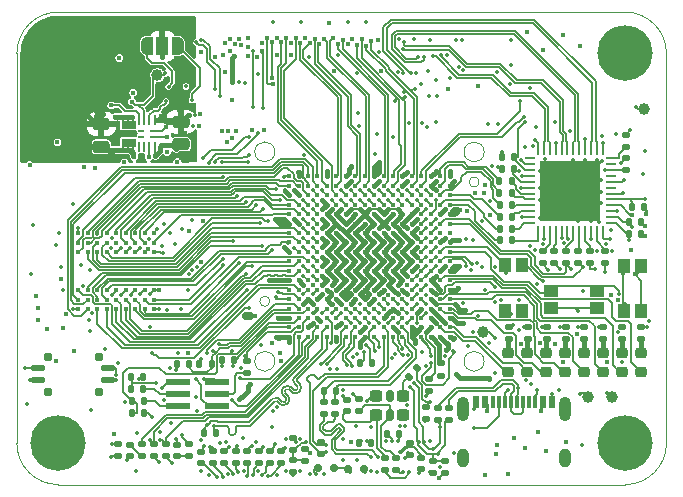
<source format=gtl>
G04 #@! TF.GenerationSoftware,KiCad,Pcbnew,9.0.2+dfsg-1*
G04 #@! TF.CreationDate,2025-08-15T17:40:47+02:00*
G04 #@! TF.ProjectId,ulx5m-gs,756c7835-6d2d-4677-932e-6b696361645f,rev?*
G04 #@! TF.SameCoordinates,Original*
G04 #@! TF.FileFunction,Copper,L1,Top*
G04 #@! TF.FilePolarity,Positive*
%FSLAX46Y46*%
G04 Gerber Fmt 4.6, Leading zero omitted, Abs format (unit mm)*
G04 Created by KiCad (PCBNEW 9.0.2+dfsg-1) date 2025-08-15 17:40:47*
%MOMM*%
%LPD*%
G01*
G04 APERTURE LIST*
G04 Aperture macros list*
%AMRoundRect*
0 Rectangle with rounded corners*
0 $1 Rounding radius*
0 $2 $3 $4 $5 $6 $7 $8 $9 X,Y pos of 4 corners*
0 Add a 4 corners polygon primitive as box body*
4,1,4,$2,$3,$4,$5,$6,$7,$8,$9,$2,$3,0*
0 Add four circle primitives for the rounded corners*
1,1,$1+$1,$2,$3*
1,1,$1+$1,$4,$5*
1,1,$1+$1,$6,$7*
1,1,$1+$1,$8,$9*
0 Add four rect primitives between the rounded corners*
20,1,$1+$1,$2,$3,$4,$5,0*
20,1,$1+$1,$4,$5,$6,$7,0*
20,1,$1+$1,$6,$7,$8,$9,0*
20,1,$1+$1,$8,$9,$2,$3,0*%
%AMFreePoly0*
4,1,23,0.550000,-0.750000,0.000000,-0.750000,0.000000,-0.745722,-0.065263,-0.745722,-0.191342,-0.711940,-0.304381,-0.646677,-0.396677,-0.554381,-0.461940,-0.441342,-0.495722,-0.315263,-0.495722,-0.250000,-0.500000,-0.250000,-0.500000,0.250000,-0.495722,0.250000,-0.495722,0.315263,-0.461940,0.441342,-0.396677,0.554381,-0.304381,0.646677,-0.191342,0.711940,-0.065263,0.745722,0.000000,0.745722,
0.000000,0.750000,0.550000,0.750000,0.550000,-0.750000,0.550000,-0.750000,$1*%
%AMFreePoly1*
4,1,23,0.000000,0.745722,0.065263,0.745722,0.191342,0.711940,0.304381,0.646677,0.396677,0.554381,0.461940,0.441342,0.495722,0.315263,0.495722,0.250000,0.500000,0.250000,0.500000,-0.250000,0.495722,-0.250000,0.495722,-0.315263,0.461940,-0.441342,0.396677,-0.554381,0.304381,-0.646677,0.191342,-0.711940,0.065263,-0.745722,0.000000,-0.745722,0.000000,-0.750000,-0.550000,-0.750000,
-0.550000,0.750000,0.000000,0.750000,0.000000,0.745722,0.000000,0.745722,$1*%
G04 Aperture macros list end*
G04 #@! TA.AperFunction,EtchedComponent*
%ADD10C,0.100000*%
G04 #@! TD*
G04 #@! TA.AperFunction,SMDPad,CuDef*
%ADD11RoundRect,0.135000X0.185000X-0.135000X0.185000X0.135000X-0.185000X0.135000X-0.185000X-0.135000X0*%
G04 #@! TD*
G04 #@! TA.AperFunction,SMDPad,CuDef*
%ADD12RoundRect,0.135000X0.135000X0.185000X-0.135000X0.185000X-0.135000X-0.185000X0.135000X-0.185000X0*%
G04 #@! TD*
G04 #@! TA.AperFunction,SMDPad,CuDef*
%ADD13RoundRect,0.140000X-0.170000X0.140000X-0.170000X-0.140000X0.170000X-0.140000X0.170000X0.140000X0*%
G04 #@! TD*
G04 #@! TA.AperFunction,SMDPad,CuDef*
%ADD14RoundRect,0.218750X-0.256250X0.218750X-0.256250X-0.218750X0.256250X-0.218750X0.256250X0.218750X0*%
G04 #@! TD*
G04 #@! TA.AperFunction,SMDPad,CuDef*
%ADD15RoundRect,0.140000X0.170000X-0.140000X0.170000X0.140000X-0.170000X0.140000X-0.170000X-0.140000X0*%
G04 #@! TD*
G04 #@! TA.AperFunction,ComponentPad*
%ADD16C,4.700000*%
G04 #@! TD*
G04 #@! TA.AperFunction,SMDPad,CuDef*
%ADD17C,0.400000*%
G04 #@! TD*
G04 #@! TA.AperFunction,SMDPad,CuDef*
%ADD18R,1.150000X1.050000*%
G04 #@! TD*
G04 #@! TA.AperFunction,SMDPad,CuDef*
%ADD19RoundRect,0.135000X-0.185000X0.135000X-0.185000X-0.135000X0.185000X-0.135000X0.185000X0.135000X0*%
G04 #@! TD*
G04 #@! TA.AperFunction,SMDPad,CuDef*
%ADD20RoundRect,0.250000X0.475000X-0.250000X0.475000X0.250000X-0.475000X0.250000X-0.475000X-0.250000X0*%
G04 #@! TD*
G04 #@! TA.AperFunction,SMDPad,CuDef*
%ADD21RoundRect,0.135000X-0.135000X-0.185000X0.135000X-0.185000X0.135000X0.185000X-0.135000X0.185000X0*%
G04 #@! TD*
G04 #@! TA.AperFunction,SMDPad,CuDef*
%ADD22C,1.000000*%
G04 #@! TD*
G04 #@! TA.AperFunction,SMDPad,CuDef*
%ADD23RoundRect,0.135000X-0.035355X0.226274X-0.226274X0.035355X0.035355X-0.226274X0.226274X-0.035355X0*%
G04 #@! TD*
G04 #@! TA.AperFunction,SMDPad,CuDef*
%ADD24RoundRect,0.150000X0.150000X0.200000X-0.150000X0.200000X-0.150000X-0.200000X0.150000X-0.200000X0*%
G04 #@! TD*
G04 #@! TA.AperFunction,SMDPad,CuDef*
%ADD25RoundRect,0.147500X0.172500X-0.147500X0.172500X0.147500X-0.172500X0.147500X-0.172500X-0.147500X0*%
G04 #@! TD*
G04 #@! TA.AperFunction,SMDPad,CuDef*
%ADD26R,0.300000X1.000000*%
G04 #@! TD*
G04 #@! TA.AperFunction,SMDPad,CuDef*
%ADD27R,0.600000X1.000000*%
G04 #@! TD*
G04 #@! TA.AperFunction,ComponentPad*
%ADD28O,1.000000X1.600000*%
G04 #@! TD*
G04 #@! TA.AperFunction,ComponentPad*
%ADD29O,1.000000X2.100000*%
G04 #@! TD*
G04 #@! TA.AperFunction,SMDPad,CuDef*
%ADD30R,1.050000X1.150000*%
G04 #@! TD*
G04 #@! TA.AperFunction,SMDPad,CuDef*
%ADD31RoundRect,0.062500X-0.062500X0.375000X-0.062500X-0.375000X0.062500X-0.375000X0.062500X0.375000X0*%
G04 #@! TD*
G04 #@! TA.AperFunction,SMDPad,CuDef*
%ADD32RoundRect,0.062500X-0.375000X0.062500X-0.375000X-0.062500X0.375000X-0.062500X0.375000X0.062500X0*%
G04 #@! TD*
G04 #@! TA.AperFunction,SMDPad,CuDef*
%ADD33R,5.150000X5.150000*%
G04 #@! TD*
G04 #@! TA.AperFunction,SMDPad,CuDef*
%ADD34RoundRect,0.250000X-0.275000X0.250000X-0.275000X-0.250000X0.275000X-0.250000X0.275000X0.250000X0*%
G04 #@! TD*
G04 #@! TA.AperFunction,SMDPad,CuDef*
%ADD35RoundRect,0.162500X-0.162500X0.337500X-0.162500X-0.337500X0.162500X-0.337500X0.162500X0.337500X0*%
G04 #@! TD*
G04 #@! TA.AperFunction,SMDPad,CuDef*
%ADD36RoundRect,0.125000X0.475000X0.125000X-0.475000X0.125000X-0.475000X-0.125000X0.475000X-0.125000X0*%
G04 #@! TD*
G04 #@! TA.AperFunction,SMDPad,CuDef*
%ADD37RoundRect,0.175000X0.175000X0.175000X-0.175000X0.175000X-0.175000X-0.175000X0.175000X-0.175000X0*%
G04 #@! TD*
G04 #@! TA.AperFunction,SMDPad,CuDef*
%ADD38FreePoly0,0.000000*%
G04 #@! TD*
G04 #@! TA.AperFunction,SMDPad,CuDef*
%ADD39R,1.000000X1.500000*%
G04 #@! TD*
G04 #@! TA.AperFunction,SMDPad,CuDef*
%ADD40FreePoly1,0.000000*%
G04 #@! TD*
G04 #@! TA.AperFunction,SMDPad,CuDef*
%ADD41RoundRect,0.150000X0.350000X0.150000X-0.350000X0.150000X-0.350000X-0.150000X0.350000X-0.150000X0*%
G04 #@! TD*
G04 #@! TA.AperFunction,SMDPad,CuDef*
%ADD42R,0.203200X0.812800*%
G04 #@! TD*
G04 #@! TA.AperFunction,SMDPad,CuDef*
%ADD43R,0.203200X0.508000*%
G04 #@! TD*
G04 #@! TA.AperFunction,SMDPad,CuDef*
%ADD44R,1.092200X0.254000*%
G04 #@! TD*
G04 #@! TA.AperFunction,SMDPad,CuDef*
%ADD45R,0.508000X0.254000*%
G04 #@! TD*
G04 #@! TA.AperFunction,SMDPad,CuDef*
%ADD46R,2.000000X0.500000*%
G04 #@! TD*
G04 #@! TA.AperFunction,ViaPad*
%ADD47C,0.350000*%
G04 #@! TD*
G04 #@! TA.AperFunction,ViaPad*
%ADD48C,0.420000*%
G04 #@! TD*
G04 #@! TA.AperFunction,ViaPad*
%ADD49C,0.450000*%
G04 #@! TD*
G04 #@! TA.AperFunction,ViaPad*
%ADD50C,0.400000*%
G04 #@! TD*
G04 #@! TA.AperFunction,Conductor*
%ADD51C,0.127000*%
G04 #@! TD*
G04 #@! TA.AperFunction,Conductor*
%ADD52C,0.203200*%
G04 #@! TD*
G04 #@! TA.AperFunction,Conductor*
%ADD53C,0.406400*%
G04 #@! TD*
G04 #@! TA.AperFunction,Conductor*
%ADD54C,0.254000*%
G04 #@! TD*
G04 #@! TA.AperFunction,Conductor*
%ADD55C,0.200000*%
G04 #@! TD*
G04 #@! TA.AperFunction,Conductor*
%ADD56C,0.381000*%
G04 #@! TD*
G04 #@! TA.AperFunction,Profile*
%ADD57C,0.100000*%
G04 #@! TD*
G04 APERTURE END LIST*
D10*
X69176602Y-67325000D02*
X68073401Y-67325000D01*
X68073401Y-66727000D01*
X69176602Y-66727000D01*
X69176602Y-67325000D01*
G04 #@! TA.AperFunction,EtchedComponent*
G36*
X69176602Y-67325000D02*
G01*
X68073401Y-67325000D01*
X68073401Y-66727000D01*
X69176602Y-66727000D01*
X69176602Y-67325000D01*
G37*
G04 #@! TD.AperFunction*
X69176602Y-68823000D02*
X68073401Y-68823000D01*
X68073401Y-68225000D01*
X69176602Y-68225000D01*
X69176602Y-68823000D01*
G04 #@! TA.AperFunction,EtchedComponent*
G36*
X69176602Y-68823000D02*
G01*
X68073401Y-68823000D01*
X68073401Y-68225000D01*
X69176602Y-68225000D01*
X69176602Y-68823000D01*
G37*
G04 #@! TD.AperFunction*
D11*
X73810000Y-95090000D03*
X73810000Y-94070000D03*
D12*
X101270000Y-70740000D03*
X100250000Y-70740000D03*
D13*
X93870000Y-90930000D03*
X93870000Y-91890000D03*
D14*
X107230000Y-86352500D03*
X107230000Y-87927500D03*
D15*
X76760000Y-95630000D03*
X76760000Y-94670000D03*
D16*
X62710000Y-93980000D03*
D17*
X82260000Y-71380000D03*
X83060000Y-71380000D03*
X83860000Y-71380000D03*
X84660000Y-71380000D03*
X85460000Y-71380000D03*
X86260000Y-71380000D03*
X87060000Y-71380000D03*
X87860000Y-71380000D03*
X88660000Y-71380000D03*
X89460000Y-71380000D03*
X90260000Y-71380000D03*
X91060000Y-71380000D03*
X91860000Y-71380000D03*
X92660000Y-71380000D03*
X93460000Y-71380000D03*
X94260000Y-71380000D03*
X95060000Y-71380000D03*
X95860000Y-71380000D03*
X82260000Y-72180000D03*
X83060000Y-72180000D03*
X83860000Y-72180000D03*
X84660000Y-72180000D03*
X85460000Y-72180000D03*
X86260000Y-72180000D03*
X87060000Y-72180000D03*
X87860000Y-72180000D03*
X88660000Y-72180000D03*
X89460000Y-72180000D03*
X90260000Y-72180000D03*
X91060000Y-72180000D03*
X91860000Y-72180000D03*
X92660000Y-72180000D03*
X93460000Y-72180000D03*
X94260000Y-72180000D03*
X95060000Y-72180000D03*
X95860000Y-72180000D03*
X82260000Y-72980000D03*
X83060000Y-72980000D03*
X83860000Y-72980000D03*
X84660000Y-72980000D03*
X85460000Y-72980000D03*
X86260000Y-72980000D03*
X87060000Y-72980000D03*
X87860000Y-72980000D03*
X88660000Y-72980000D03*
X89460000Y-72980000D03*
X90260000Y-72980000D03*
X91060000Y-72980000D03*
X91860000Y-72980000D03*
X92660000Y-72980000D03*
X93460000Y-72980000D03*
X94260000Y-72980000D03*
X95060000Y-72980000D03*
X95860000Y-72980000D03*
X82260000Y-73780000D03*
X83060000Y-73780000D03*
X83860000Y-73780000D03*
X84660000Y-73780000D03*
X85460000Y-73780000D03*
X86260000Y-73780000D03*
X87060000Y-73780000D03*
X87860000Y-73780000D03*
X88660000Y-73780000D03*
X89460000Y-73780000D03*
X90260000Y-73780000D03*
X91060000Y-73780000D03*
X91860000Y-73780000D03*
X92660000Y-73780000D03*
X93460000Y-73780000D03*
X94260000Y-73780000D03*
X95060000Y-73780000D03*
X95860000Y-73780000D03*
X82260000Y-74580000D03*
X83060000Y-74580000D03*
X83860000Y-74580000D03*
X84660000Y-74580000D03*
X85460000Y-74580000D03*
X86260000Y-74580000D03*
X87060000Y-74580000D03*
X87860000Y-74580000D03*
X88660000Y-74580000D03*
X89460000Y-74580000D03*
X90260000Y-74580000D03*
X91060000Y-74580000D03*
X91860000Y-74580000D03*
X92660000Y-74580000D03*
X93460000Y-74580000D03*
X94260000Y-74580000D03*
X95060000Y-74580000D03*
X95860000Y-74580000D03*
X82260000Y-75380000D03*
X83060000Y-75380000D03*
X83860000Y-75380000D03*
X84660000Y-75380000D03*
X85460000Y-75380000D03*
X86260000Y-75380000D03*
X87060000Y-75380000D03*
X87860000Y-75380000D03*
X88660000Y-75380000D03*
X89460000Y-75380000D03*
X90260000Y-75380000D03*
X91060000Y-75380000D03*
X91860000Y-75380000D03*
X92660000Y-75380000D03*
X93460000Y-75380000D03*
X94260000Y-75380000D03*
X95060000Y-75380000D03*
X95860000Y-75380000D03*
X82260000Y-76180000D03*
X83060000Y-76180000D03*
X83860000Y-76180000D03*
X84660000Y-76180000D03*
X85460000Y-76180000D03*
X86260000Y-76180000D03*
X87060000Y-76180000D03*
X87860000Y-76180000D03*
X88660000Y-76180000D03*
X89460000Y-76180000D03*
X90260000Y-76180000D03*
X91060000Y-76180000D03*
X91860000Y-76180000D03*
X92660000Y-76180000D03*
X93460000Y-76180000D03*
X94260000Y-76180000D03*
X95060000Y-76180000D03*
X95860000Y-76180000D03*
X82260000Y-76980000D03*
X83060000Y-76980000D03*
X83860000Y-76980000D03*
X84660000Y-76980000D03*
X85460000Y-76980000D03*
X86260000Y-76980000D03*
X87060000Y-76980000D03*
X87860000Y-76980000D03*
X88660000Y-76980000D03*
X89460000Y-76980000D03*
X90260000Y-76980000D03*
X91060000Y-76980000D03*
X91860000Y-76980000D03*
X92660000Y-76980000D03*
X93460000Y-76980000D03*
X94260000Y-76980000D03*
X95060000Y-76980000D03*
X95860000Y-76980000D03*
X82260000Y-77780000D03*
X83060000Y-77780000D03*
X83860000Y-77780000D03*
X84660000Y-77780000D03*
X85460000Y-77780000D03*
X86260000Y-77780000D03*
X87060000Y-77780000D03*
X87860000Y-77780000D03*
X88660000Y-77780000D03*
X89460000Y-77780000D03*
X90260000Y-77780000D03*
X91060000Y-77780000D03*
X91860000Y-77780000D03*
X92660000Y-77780000D03*
X93460000Y-77780000D03*
X94260000Y-77780000D03*
X95060000Y-77780000D03*
X95860000Y-77780000D03*
X82260000Y-78580000D03*
X83060000Y-78580000D03*
X83860000Y-78580000D03*
X84660000Y-78580000D03*
X85460000Y-78580000D03*
X86260000Y-78580000D03*
X87060000Y-78580000D03*
X87860000Y-78580000D03*
X88660000Y-78580000D03*
X89460000Y-78580000D03*
X90260000Y-78580000D03*
X91060000Y-78580000D03*
X91860000Y-78580000D03*
X92660000Y-78580000D03*
X93460000Y-78580000D03*
X94260000Y-78580000D03*
X95060000Y-78580000D03*
X95860000Y-78580000D03*
X82260000Y-79380000D03*
X83060000Y-79380000D03*
X83860000Y-79380000D03*
X84660000Y-79380000D03*
X85460000Y-79380000D03*
X86260000Y-79380000D03*
X87060000Y-79380000D03*
X87860000Y-79380000D03*
X88660000Y-79380000D03*
X89460000Y-79380000D03*
X90260000Y-79380000D03*
X91060000Y-79380000D03*
X91860000Y-79380000D03*
X92660000Y-79380000D03*
X93460000Y-79380000D03*
X94260000Y-79380000D03*
X95060000Y-79380000D03*
X95860000Y-79380000D03*
X82260000Y-80180000D03*
X83060000Y-80180000D03*
X83860000Y-80180000D03*
X84660000Y-80180000D03*
X85460000Y-80180000D03*
X86260000Y-80180000D03*
X87060000Y-80180000D03*
X87860000Y-80180000D03*
X88660000Y-80180000D03*
X89460000Y-80180000D03*
X90260000Y-80180000D03*
X91060000Y-80180000D03*
X91860000Y-80180000D03*
X92660000Y-80180000D03*
X93460000Y-80180000D03*
X94260000Y-80180000D03*
X95060000Y-80180000D03*
X95860000Y-80180000D03*
X82260000Y-80980000D03*
X83060000Y-80980000D03*
X83860000Y-80980000D03*
X84660000Y-80980000D03*
X85460000Y-80980000D03*
X86260000Y-80980000D03*
X87060000Y-80980000D03*
X87860000Y-80980000D03*
X88660000Y-80980000D03*
X89460000Y-80980000D03*
X90260000Y-80980000D03*
X91060000Y-80980000D03*
X91860000Y-80980000D03*
X92660000Y-80980000D03*
X93460000Y-80980000D03*
X94260000Y-80980000D03*
X95060000Y-80980000D03*
X95860000Y-80980000D03*
X82260000Y-81780000D03*
X83060000Y-81780000D03*
X83860000Y-81780000D03*
X84660000Y-81780000D03*
X85460000Y-81780000D03*
X86260000Y-81780000D03*
X87060000Y-81780000D03*
X87860000Y-81780000D03*
X88660000Y-81780000D03*
X89460000Y-81780000D03*
X90260000Y-81780000D03*
X91060000Y-81780000D03*
X91860000Y-81780000D03*
X92660000Y-81780000D03*
X93460000Y-81780000D03*
X94260000Y-81780000D03*
X95060000Y-81780000D03*
X95860000Y-81780000D03*
X82260000Y-82580000D03*
X83060000Y-82580000D03*
X83860000Y-82580000D03*
X84660000Y-82580000D03*
X85460000Y-82580000D03*
X86260000Y-82580000D03*
X87060000Y-82580000D03*
X87860000Y-82580000D03*
X88660000Y-82580000D03*
X89460000Y-82580000D03*
X90260000Y-82580000D03*
X91060000Y-82580000D03*
X91860000Y-82580000D03*
X92660000Y-82580000D03*
X93460000Y-82580000D03*
X94260000Y-82580000D03*
X95060000Y-82580000D03*
X95860000Y-82580000D03*
X82260000Y-83380000D03*
X83060000Y-83380000D03*
X83860000Y-83380000D03*
X84660000Y-83380000D03*
X85460000Y-83380000D03*
X86260000Y-83380000D03*
X87060000Y-83380000D03*
X87860000Y-83380000D03*
X88660000Y-83380000D03*
X89460000Y-83380000D03*
X90260000Y-83380000D03*
X91060000Y-83380000D03*
X91860000Y-83380000D03*
X92660000Y-83380000D03*
X93460000Y-83380000D03*
X94260000Y-83380000D03*
X95060000Y-83380000D03*
X95860000Y-83380000D03*
X82260000Y-84180000D03*
X83060000Y-84180000D03*
X83860000Y-84180000D03*
X84660000Y-84180000D03*
X85460000Y-84180000D03*
X86260000Y-84180000D03*
X87060000Y-84180000D03*
X87860000Y-84180000D03*
X88660000Y-84180000D03*
X89460000Y-84180000D03*
X90260000Y-84180000D03*
X91060000Y-84180000D03*
X91860000Y-84180000D03*
X92660000Y-84180000D03*
X93460000Y-84180000D03*
X94260000Y-84180000D03*
X95060000Y-84180000D03*
X95860000Y-84180000D03*
X82260000Y-84980000D03*
X83060000Y-84980000D03*
X83860000Y-84980000D03*
X84660000Y-84980000D03*
X85460000Y-84980000D03*
X86260000Y-84980000D03*
X87060000Y-84980000D03*
X87860000Y-84980000D03*
X88660000Y-84980000D03*
X89460000Y-84980000D03*
X90260000Y-84980000D03*
X91060000Y-84980000D03*
X91860000Y-84980000D03*
X92660000Y-84980000D03*
X93460000Y-84980000D03*
X94260000Y-84980000D03*
X95060000Y-84980000D03*
X95860000Y-84980000D03*
D15*
X81610000Y-95630000D03*
X81610000Y-94670000D03*
D12*
X112045000Y-75290000D03*
X111025000Y-75290000D03*
D14*
X112030000Y-86352500D03*
X112030000Y-87927500D03*
D15*
X87160000Y-91240000D03*
X87160000Y-90280000D03*
D18*
X108298748Y-82540000D03*
X104448748Y-82540000D03*
X108298748Y-81090000D03*
X104448748Y-81090000D03*
D11*
X105670000Y-85157500D03*
X105670000Y-84137500D03*
D13*
X90370000Y-95250000D03*
X90370000Y-96210000D03*
D19*
X95430000Y-95500000D03*
X95430000Y-96520000D03*
D20*
X66355000Y-68860000D03*
X66355000Y-66960000D03*
D19*
X103715000Y-77690000D03*
X103715000Y-78710000D03*
D21*
X88260000Y-87210000D03*
X89280000Y-87210000D03*
D12*
X73750000Y-87280000D03*
X72730000Y-87280000D03*
D19*
X110775000Y-69820000D03*
X110775000Y-70840000D03*
X95150000Y-87230000D03*
X95150000Y-88250000D03*
D15*
X80640000Y-95630000D03*
X80640000Y-94670000D03*
D19*
X78660000Y-87030000D03*
X78660000Y-88050000D03*
D11*
X107260000Y-85157500D03*
X107260000Y-84137500D03*
D15*
X77730000Y-95630000D03*
X77730000Y-94670000D03*
D21*
X88140000Y-93990000D03*
X89160000Y-93990000D03*
D20*
X73105000Y-68660000D03*
X73105000Y-66760000D03*
D11*
X104080000Y-85157500D03*
X104080000Y-84137500D03*
D14*
X100830000Y-86352500D03*
X100830000Y-87927500D03*
D17*
X70821722Y-76220000D03*
X70821722Y-77020000D03*
X70821722Y-77820000D03*
X70821722Y-81020000D03*
X70821722Y-81820000D03*
X70821722Y-82620000D03*
X70021722Y-76220000D03*
X70021722Y-77020000D03*
X70021722Y-77820000D03*
X70021722Y-81020000D03*
X70021722Y-81820000D03*
X70021722Y-82620000D03*
X69221722Y-76220000D03*
X69221722Y-77020000D03*
X69221722Y-77820000D03*
X69221722Y-81020000D03*
X69221722Y-81820000D03*
X69221722Y-82620000D03*
X68421722Y-76220000D03*
X68421722Y-77020000D03*
X68421722Y-77820000D03*
X68421722Y-81020000D03*
X68421722Y-81820000D03*
X68421722Y-82620000D03*
X67621722Y-76220000D03*
X67621722Y-77020000D03*
X67621722Y-77820000D03*
X67621722Y-81020000D03*
X67621722Y-81820000D03*
X67621722Y-82620000D03*
X66821722Y-76220000D03*
X66821722Y-77020000D03*
X66821722Y-77820000D03*
X66821722Y-81020000D03*
X66821722Y-81820000D03*
X66821722Y-82620000D03*
X66021722Y-76220000D03*
X66021722Y-77020000D03*
X66021722Y-77820000D03*
X66021722Y-81020000D03*
X66021722Y-81820000D03*
X66021722Y-82620000D03*
X65221722Y-76220000D03*
X65221722Y-77020000D03*
X65221722Y-77820000D03*
X65221722Y-81020000D03*
X65221722Y-81820000D03*
X65221722Y-82620000D03*
X64421722Y-76220000D03*
X64421722Y-77020000D03*
X64421722Y-77820000D03*
X64421722Y-81020000D03*
X64421722Y-81820000D03*
X64421722Y-82620000D03*
D14*
X102430000Y-86352500D03*
X102430000Y-87927500D03*
D15*
X74810000Y-95650000D03*
X74810000Y-94690000D03*
D13*
X93440000Y-95230000D03*
X93440000Y-96190000D03*
D22*
X112290000Y-65710000D03*
D23*
X93090624Y-87649376D03*
X92369376Y-88370624D03*
D14*
X105630000Y-86352500D03*
X105630000Y-87927500D03*
D24*
X87220000Y-96130000D03*
X88620000Y-96130000D03*
D25*
X72810000Y-95067500D03*
X72810000Y-94097500D03*
D19*
X71814887Y-94072128D03*
X71814887Y-95092128D03*
D11*
X100900000Y-85157500D03*
X100900000Y-84137500D03*
D16*
X110710000Y-60980000D03*
D14*
X110430000Y-86352500D03*
X110430000Y-87927500D03*
X108830000Y-86352500D03*
X108830000Y-87927500D03*
D21*
X90540000Y-93180000D03*
X91560000Y-93180000D03*
D11*
X110440000Y-85157500D03*
X110440000Y-84137500D03*
D13*
X91310000Y-95250000D03*
X91310000Y-96210000D03*
D15*
X82580000Y-94530000D03*
X82580000Y-93570000D03*
D12*
X86220000Y-89580000D03*
X85200000Y-89580000D03*
D26*
X100050000Y-90513750D03*
X101050000Y-90513750D03*
X101550000Y-90513750D03*
X102550000Y-90513750D03*
X103050000Y-90513750D03*
X102050000Y-90513750D03*
X100550000Y-90513750D03*
X99550000Y-90513750D03*
D27*
X98075000Y-90513750D03*
X104525000Y-90513750D03*
D28*
X96982000Y-95268750D03*
D29*
X96982000Y-91088750D03*
X105618000Y-91088750D03*
D28*
X105618000Y-95268750D03*
D27*
X98850000Y-90513750D03*
X103750000Y-90513750D03*
D22*
X71095001Y-62817000D03*
D19*
X83580000Y-94480000D03*
X83580000Y-95500000D03*
D12*
X112045000Y-76300000D03*
X111025000Y-76300000D03*
X101120000Y-74810000D03*
X100100000Y-74810000D03*
D19*
X82590000Y-95430000D03*
X82590000Y-96450000D03*
X105725000Y-77680000D03*
X105725000Y-78700000D03*
D12*
X101120000Y-76810000D03*
X100100000Y-76810000D03*
D13*
X85210000Y-90530000D03*
X85210000Y-91490000D03*
D12*
X101090000Y-72810000D03*
X100070000Y-72810000D03*
D19*
X70784887Y-94072128D03*
X70784887Y-95092128D03*
D22*
X98690000Y-84550000D03*
D25*
X68760000Y-95070000D03*
X68760000Y-94100000D03*
D12*
X101270000Y-69740000D03*
X100250000Y-69740000D03*
D19*
X110775000Y-67900000D03*
X110775000Y-68920000D03*
D16*
X110710000Y-93980000D03*
D19*
X106725000Y-77680000D03*
X106725000Y-78700000D03*
D16*
X62710000Y-60980000D03*
D30*
X112065000Y-78945000D03*
X112065000Y-82795000D03*
X110615000Y-78945000D03*
X110615000Y-82795000D03*
D15*
X88140000Y-91230000D03*
X88140000Y-90270000D03*
D19*
X109005000Y-77690000D03*
X109005000Y-78710000D03*
D22*
X109620000Y-90070000D03*
D13*
X86180000Y-90530000D03*
X86180000Y-91490000D03*
D12*
X101090000Y-71810000D03*
X100070000Y-71810000D03*
D11*
X95780000Y-92000000D03*
X95780000Y-90980000D03*
X94840000Y-92000000D03*
X94840000Y-90980000D03*
D19*
X67760000Y-94070000D03*
X67760000Y-95090000D03*
D21*
X68920000Y-90390000D03*
X69940000Y-90390000D03*
X68880000Y-89380000D03*
X69900000Y-89380000D03*
D19*
X107725000Y-77690000D03*
X107725000Y-78710000D03*
D24*
X84680000Y-96120000D03*
X86080000Y-96120000D03*
D19*
X84970000Y-93850000D03*
X84970000Y-94870000D03*
D11*
X108850000Y-85157500D03*
X108850000Y-84137500D03*
D22*
X107560000Y-90090000D03*
D11*
X102490000Y-85157500D03*
X102490000Y-84137500D03*
D31*
X108822500Y-69152500D03*
X108322500Y-69152500D03*
X107822500Y-69152500D03*
X107322500Y-69152500D03*
X106822500Y-69152500D03*
X106322500Y-69152500D03*
X105822500Y-69152500D03*
X105322500Y-69152500D03*
X104822500Y-69152500D03*
X104322500Y-69152500D03*
X103822500Y-69152500D03*
X103322500Y-69152500D03*
D32*
X102635000Y-69840000D03*
X102635000Y-70340000D03*
X102635000Y-70840000D03*
X102635000Y-71340000D03*
X102635000Y-71840000D03*
X102635000Y-72340000D03*
X102635000Y-72840000D03*
X102635000Y-73340000D03*
X102635000Y-73840000D03*
X102635000Y-74340000D03*
X102635000Y-74840000D03*
X102635000Y-75340000D03*
D31*
X103322500Y-76027500D03*
X103822500Y-76027500D03*
X104322500Y-76027500D03*
X104822500Y-76027500D03*
X105322500Y-76027500D03*
X105822500Y-76027500D03*
X106322500Y-76027500D03*
X106822500Y-76027500D03*
X107322500Y-76027500D03*
X107822500Y-76027500D03*
X108322500Y-76027500D03*
X108822500Y-76027500D03*
D32*
X109510000Y-75340000D03*
X109510000Y-74840000D03*
X109510000Y-74340000D03*
X109510000Y-73840000D03*
X109510000Y-73340000D03*
X109510000Y-72840000D03*
X109510000Y-72340000D03*
X109510000Y-71840000D03*
X109510000Y-71340000D03*
X109510000Y-70840000D03*
X109510000Y-70340000D03*
X109510000Y-69840000D03*
D33*
X106072500Y-72590000D03*
D34*
X91905000Y-89970000D03*
D35*
X90780000Y-89970000D03*
D34*
X89655000Y-89970000D03*
X89655000Y-91570000D03*
D35*
X90780000Y-91570000D03*
D34*
X91905000Y-91570000D03*
D30*
X101955000Y-78905000D03*
X101955000Y-82755000D03*
X100505000Y-78905000D03*
X100505000Y-82755000D03*
D11*
X94430000Y-96510000D03*
X94430000Y-95490000D03*
D36*
X66940000Y-88640000D03*
X66940000Y-87640000D03*
X61040000Y-87640000D03*
X61040000Y-88640000D03*
D37*
X66140000Y-89640000D03*
X66140000Y-86640000D03*
X61840000Y-89640000D03*
X61840000Y-86640000D03*
D19*
X69770000Y-94070000D03*
X69770000Y-95090000D03*
D15*
X78690000Y-95630000D03*
X78690000Y-94670000D03*
D12*
X69940000Y-91410000D03*
X68920000Y-91410000D03*
D15*
X75780000Y-95640000D03*
X75780000Y-94680000D03*
D12*
X101120000Y-75810000D03*
X100100000Y-75810000D03*
X101120000Y-73810000D03*
X100100000Y-73810000D03*
X77620000Y-86970000D03*
X76600000Y-86970000D03*
X69890000Y-88370000D03*
X68870000Y-88370000D03*
D11*
X112030000Y-85157500D03*
X112030000Y-84137500D03*
D38*
X70235000Y-60340000D03*
D39*
X71535000Y-60340000D03*
D40*
X72835000Y-60340000D03*
D19*
X94140000Y-88530000D03*
X94140000Y-89550000D03*
D21*
X75040000Y-93090000D03*
X76060000Y-93090000D03*
D19*
X104715000Y-77690000D03*
X104715000Y-78710000D03*
D41*
X78780000Y-83190000D03*
D12*
X75690000Y-87270000D03*
X74670000Y-87270000D03*
D14*
X104030000Y-86352500D03*
X104030000Y-87927500D03*
D42*
X70875001Y-66625000D03*
X70425002Y-66625000D03*
X69975000Y-66625000D03*
X69525001Y-66625000D03*
D43*
X69075002Y-66473000D03*
X68625000Y-66473000D03*
X68175001Y-66473000D03*
X68175001Y-69077000D03*
X68625000Y-69077000D03*
X69075002Y-69077000D03*
D42*
X69525001Y-68925000D03*
X69975000Y-68925000D03*
X70425002Y-68925000D03*
X70875001Y-68925000D03*
D44*
X71025001Y-68025000D03*
X71025001Y-67525000D03*
D45*
X69750002Y-67525000D03*
X69750002Y-68025000D03*
D15*
X79670000Y-95630000D03*
X79670000Y-94670000D03*
D46*
X76150000Y-90830000D03*
X72850000Y-90830000D03*
X76150000Y-89830000D03*
X72850000Y-89830000D03*
X76150000Y-88830000D03*
X72850000Y-88830000D03*
D12*
X112335000Y-73950000D03*
X111315000Y-73950000D03*
D13*
X92460000Y-94000000D03*
X92460000Y-94960000D03*
D47*
X68705000Y-67035000D03*
X68830000Y-68510000D03*
D48*
X77230000Y-59720000D03*
D49*
X99740000Y-94890000D03*
D48*
X78150000Y-60230000D03*
D49*
X101280000Y-93500000D03*
X103590000Y-91240000D03*
X70365000Y-69735000D03*
D48*
X77660000Y-60170000D03*
X78810000Y-59700000D03*
X76820000Y-60080000D03*
D49*
X72685000Y-69055000D03*
X102390000Y-59180000D03*
X105430000Y-87130000D03*
X106610000Y-84760000D03*
X60280000Y-70430000D03*
X70945000Y-69635000D03*
X72775000Y-70160000D03*
X62650000Y-68490000D03*
X105410000Y-59410000D03*
X102240000Y-94350000D03*
D48*
X78030000Y-59760000D03*
D49*
X109160000Y-87120000D03*
X99000000Y-91230000D03*
X64900000Y-70610000D03*
X103750000Y-60710000D03*
D47*
X92260000Y-78980000D03*
X103280000Y-80535000D03*
D49*
X64520000Y-66290000D03*
D47*
X77060000Y-96560000D03*
D49*
X109530000Y-81435000D03*
D47*
X105111250Y-73551250D03*
D49*
X103470000Y-85520000D03*
D47*
X87460000Y-80580000D03*
X67230000Y-76585000D03*
X80524601Y-80180240D03*
X89060000Y-78180000D03*
X90660000Y-79780000D03*
X91460000Y-75780000D03*
X87460000Y-76580000D03*
X95470000Y-86620000D03*
D49*
X100760000Y-96600000D03*
D47*
X90660000Y-78980000D03*
D49*
X104780000Y-85590000D03*
D47*
X68370000Y-90490000D03*
X72930000Y-65860000D03*
X88080000Y-65990000D03*
X83980000Y-61250000D03*
X68020000Y-77480000D03*
D49*
X74840000Y-78610000D03*
D47*
X96980000Y-82150000D03*
X72350000Y-95660000D03*
X87460000Y-77380000D03*
X97860000Y-76800000D03*
D49*
X71305000Y-63810000D03*
D47*
X105200000Y-84130000D03*
X91570000Y-59740000D03*
X81060000Y-74980000D03*
X87460000Y-79780000D03*
X101222500Y-83977500D03*
D49*
X81380000Y-85140000D03*
D47*
X107060000Y-94120000D03*
D49*
X63080000Y-84210000D03*
D47*
X94220000Y-59850000D03*
X62530000Y-77210000D03*
X84915000Y-83635000D03*
X86800000Y-89490000D03*
X92360000Y-86540000D03*
X110120000Y-84570000D03*
X92260000Y-78180000D03*
X101020000Y-61970000D03*
D48*
X77390000Y-68100000D03*
D47*
X66280000Y-63985000D03*
X68040000Y-81390000D03*
X97020000Y-62410000D03*
D49*
X80830000Y-85520000D03*
D47*
X88860000Y-90410000D03*
X86270000Y-85320000D03*
X90660000Y-76580000D03*
X91610000Y-92520000D03*
X99430000Y-70535000D03*
D49*
X71480000Y-59410000D03*
D47*
X64410000Y-75790000D03*
X72190000Y-76160000D03*
X100220000Y-81820000D03*
X93730000Y-92135000D03*
X62800000Y-76190000D03*
D49*
X65830000Y-70640000D03*
D47*
X71360000Y-93050000D03*
X92950000Y-85510000D03*
X73220000Y-75880000D03*
X81990000Y-93590000D03*
X88260000Y-74980000D03*
X81860000Y-84980000D03*
X103070000Y-77660000D03*
X92050000Y-95220000D03*
X66505000Y-66110000D03*
X69650000Y-81380000D03*
X87255000Y-58335000D03*
X86660000Y-81380000D03*
X107275000Y-69980000D03*
X78430000Y-96330000D03*
X96610000Y-62140000D03*
X79430000Y-93850000D03*
X63080000Y-81020000D03*
D48*
X85600000Y-58360000D03*
D47*
X65510000Y-91140000D03*
X92080000Y-92510000D03*
X105322500Y-76630000D03*
X104260000Y-73310000D03*
D48*
X74800000Y-60870000D03*
D47*
X65805000Y-65810000D03*
X103485000Y-73390000D03*
X104540000Y-89800000D03*
X76950000Y-93850000D03*
X99955000Y-70610000D03*
X85230000Y-96550000D03*
X89490000Y-69510000D03*
X63980000Y-73735000D03*
X98200000Y-78730000D03*
X85860000Y-77380000D03*
X106310000Y-74680000D03*
X87460000Y-78180000D03*
X85860000Y-80580000D03*
X88260000Y-81380000D03*
D49*
X73455000Y-67685000D03*
D47*
X91460000Y-81380000D03*
X89060000Y-79780000D03*
X90660000Y-82980000D03*
X94000000Y-62460000D03*
D49*
X103330000Y-93000000D03*
D47*
X108655000Y-72690000D03*
X85860000Y-78180000D03*
X95910000Y-63030000D03*
X108665000Y-71710000D03*
X74060000Y-79350000D03*
X91460000Y-74180000D03*
X89060000Y-76580000D03*
X87970000Y-62650000D03*
X95850000Y-70930000D03*
X89860000Y-70180000D03*
X92260000Y-76580000D03*
D49*
X96660000Y-76810000D03*
D48*
X79580000Y-61240000D03*
D47*
X81859990Y-74980000D03*
X82260000Y-85380000D03*
X85860000Y-75780000D03*
X94710000Y-63230000D03*
D48*
X82400000Y-61140000D03*
X81200000Y-61120000D03*
D47*
X94660000Y-71780000D03*
X96259992Y-78980000D03*
X96660000Y-78980000D03*
D49*
X110080000Y-81840000D03*
D47*
X81889817Y-72581197D03*
X112520000Y-84120000D03*
X93460000Y-63560000D03*
X108295000Y-69990000D03*
X110430000Y-87130000D03*
X83210000Y-96340000D03*
X111125000Y-67493240D03*
D49*
X96210000Y-85110000D03*
D47*
X78390000Y-93560000D03*
D49*
X70295000Y-63865000D03*
D47*
X109611760Y-77683002D03*
X85860000Y-78980000D03*
X104067500Y-74337500D03*
X111610000Y-65540000D03*
X105090000Y-89450000D03*
X88730000Y-58310000D03*
X71270000Y-95610000D03*
X88000000Y-95380000D03*
X107815000Y-75180000D03*
X88260000Y-74180000D03*
X108530000Y-84150000D03*
X94660000Y-79780000D03*
X89060000Y-74180000D03*
X69630000Y-77470000D03*
X82610000Y-96690000D03*
X69205000Y-62010000D03*
X102890000Y-68780000D03*
X108765000Y-70120000D03*
D48*
X74710000Y-66120000D03*
D47*
X66660000Y-85990000D03*
X65380000Y-79310000D03*
D49*
X88260000Y-85820000D03*
D47*
X80930000Y-58310000D03*
X81800000Y-71410000D03*
X73780000Y-66160000D03*
X76450000Y-93960000D03*
X70130000Y-58710000D03*
X65880000Y-66260000D03*
X71480000Y-89340000D03*
D48*
X87610000Y-59770000D03*
D47*
X89180000Y-92600000D03*
X80810000Y-92620000D03*
X89060000Y-74980000D03*
X71980000Y-58760000D03*
X102660000Y-63870000D03*
X89060000Y-77380000D03*
X99270000Y-73460000D03*
X81860000Y-80180000D03*
D50*
X92280000Y-80600000D03*
D47*
X90450000Y-93820000D03*
X87920000Y-92560000D03*
D49*
X98000000Y-72820000D03*
X65180000Y-67985000D03*
D47*
X60420000Y-79660000D03*
D48*
X81220000Y-59640000D03*
D47*
X112250000Y-71150000D03*
X92270000Y-70990000D03*
X100290000Y-69290000D03*
D49*
X98860000Y-96640000D03*
D47*
X76610000Y-87430000D03*
D49*
X72855000Y-88835000D03*
D47*
X89060000Y-78980000D03*
X67205000Y-77410000D03*
X74800000Y-93730000D03*
X96205000Y-94785000D03*
X71620000Y-77890000D03*
X93872500Y-89977500D03*
X93060000Y-74980000D03*
X95460000Y-83780000D03*
D48*
X82410000Y-60060000D03*
D47*
X89700000Y-96450000D03*
D48*
X76980000Y-68450000D03*
D47*
X84050000Y-96570000D03*
X83255000Y-58310000D03*
X90660000Y-80580000D03*
X85860000Y-74180000D03*
X99730000Y-88030000D03*
X89210000Y-96330000D03*
X68930000Y-59610000D03*
X85860000Y-79780000D03*
X81860000Y-77380000D03*
D49*
X101880000Y-85570000D03*
D47*
X70420000Y-76700000D03*
X72660000Y-87760000D03*
X85860000Y-76580000D03*
X67210000Y-95130000D03*
X93270000Y-96490000D03*
X105400000Y-74290000D03*
X90660000Y-77380000D03*
X60110000Y-90660000D03*
D48*
X83610000Y-59670000D03*
D49*
X96710000Y-74210000D03*
D47*
X108480000Y-75210000D03*
X82010000Y-96350000D03*
X106910000Y-89830000D03*
X103465000Y-72340000D03*
X94660000Y-80580000D03*
D48*
X90080000Y-62470000D03*
D47*
X85060000Y-81380000D03*
X110560000Y-84120000D03*
X68550000Y-95440000D03*
X86810000Y-95410000D03*
D49*
X77390000Y-64920000D03*
D47*
X64650000Y-78880000D03*
X75470000Y-96680000D03*
X108331760Y-77691263D03*
D48*
X86020000Y-62470000D03*
D47*
X92810000Y-59720000D03*
D49*
X71405000Y-66275000D03*
X106900000Y-60340000D03*
D47*
X103490000Y-70950000D03*
X65280000Y-66385000D03*
X91460000Y-74980000D03*
X103660000Y-84120000D03*
D49*
X99820000Y-94130000D03*
D47*
X89060000Y-81380000D03*
X82830000Y-93870000D03*
X69205000Y-63010000D03*
X87480000Y-70500000D03*
X64810000Y-80690000D03*
D48*
X80000000Y-60080000D03*
D47*
X89060000Y-75780000D03*
X106700000Y-84130000D03*
X79610000Y-96340000D03*
X69310000Y-96340000D03*
X103910000Y-69950000D03*
X92260000Y-77380000D03*
X91460000Y-82980000D03*
X73140000Y-82650000D03*
X81275000Y-96665000D03*
X108635000Y-73660000D03*
X100950000Y-63590000D03*
X79655000Y-62735000D03*
X89060000Y-80580000D03*
X74830000Y-96360000D03*
X101060000Y-59870000D03*
X71110000Y-75870000D03*
X62920000Y-79040000D03*
X81185000Y-80180000D03*
X91470000Y-62540000D03*
X95150000Y-88250000D03*
X60600000Y-75510000D03*
X74255000Y-66160000D03*
X92260000Y-79780000D03*
D50*
X90640000Y-81400000D03*
D47*
X65430000Y-84460000D03*
X92300000Y-94810000D03*
D49*
X60330000Y-69440000D03*
D47*
X102107500Y-84137500D03*
D49*
X71835000Y-67205000D03*
X62530000Y-86990000D03*
X71535000Y-61285000D03*
D47*
X86785000Y-93635000D03*
D49*
X104010000Y-94660000D03*
D47*
X106285000Y-69980000D03*
X106730000Y-75200000D03*
X85860000Y-74980000D03*
X70520000Y-84100000D03*
X73770000Y-79670000D03*
X103523481Y-74881519D03*
X87460000Y-81380000D03*
X93040000Y-62600000D03*
X87460000Y-78980000D03*
X90660000Y-78180000D03*
X94660000Y-72580000D03*
X97910000Y-91050000D03*
X106717500Y-72167500D03*
X83210000Y-93600000D03*
D48*
X89750000Y-59870000D03*
D49*
X69155000Y-69735000D03*
X68955000Y-65060000D03*
D47*
X71792500Y-62672500D03*
X91460000Y-78980000D03*
X88260000Y-77380000D03*
X89670000Y-67800000D03*
X89860000Y-79780000D03*
X88260000Y-76580000D03*
D49*
X74650000Y-67130000D03*
D47*
X88260000Y-79780000D03*
X91460000Y-78180000D03*
X86660000Y-76580000D03*
X96365000Y-88135000D03*
X89860000Y-78980000D03*
X86660000Y-77380000D03*
X86660000Y-78180000D03*
X99200000Y-88520000D03*
X88260000Y-78180000D03*
D49*
X97330000Y-74280000D03*
D47*
X88200000Y-67160000D03*
X86660000Y-79780000D03*
X89860000Y-77380000D03*
X98290000Y-83190000D03*
X88260000Y-78980000D03*
X89860000Y-76580000D03*
X88260000Y-80580000D03*
D49*
X73770000Y-76050000D03*
D47*
X86660000Y-80580000D03*
X89860000Y-78180000D03*
X99170000Y-85520000D03*
X89860000Y-80580000D03*
X94080000Y-64540000D03*
X86660000Y-78980000D03*
X94820000Y-64550000D03*
X99720000Y-81990000D03*
X91460000Y-79780000D03*
X91460000Y-77380000D03*
D49*
X98830000Y-72140000D03*
X69050000Y-64290000D03*
D47*
X74140000Y-67120000D03*
X91460000Y-80580000D03*
X93500000Y-86250000D03*
X91460000Y-76580000D03*
X99720000Y-85110000D03*
X97170000Y-82690000D03*
X94660000Y-82180000D03*
X94660000Y-83780000D03*
X97380000Y-85790000D03*
X101740000Y-81830000D03*
X91840000Y-85980000D03*
D49*
X95520000Y-86120000D03*
D47*
X69530000Y-88535000D03*
X70670000Y-91770000D03*
X99840000Y-62540000D03*
D49*
X112450000Y-74580000D03*
X73730000Y-86310000D03*
X112410000Y-75590000D03*
X98775000Y-72805000D03*
X111275000Y-74620000D03*
D47*
X107835000Y-76720000D03*
X74440000Y-91240000D03*
X71890000Y-82660000D03*
X99060000Y-66950000D03*
D48*
X76700000Y-61070000D03*
D47*
X103720493Y-77133240D03*
X105510000Y-77070000D03*
X72880000Y-86310000D03*
X95630000Y-61150000D03*
D49*
X112410000Y-76460000D03*
D47*
X98610000Y-79040000D03*
X97620000Y-79310000D03*
X67630000Y-88190000D03*
D48*
X76800000Y-62570000D03*
D47*
X72680000Y-93620000D03*
X102010000Y-71340000D03*
X109060000Y-77110000D03*
X67570000Y-88630000D03*
D49*
X99310000Y-74630000D03*
D47*
X69350000Y-93110000D03*
D49*
X60980000Y-82540000D03*
D47*
X97260000Y-76690000D03*
D49*
X76150000Y-88830000D03*
D47*
X75060000Y-88560000D03*
X98580000Y-75180000D03*
X79850000Y-85689300D03*
X67740000Y-87150000D03*
X92260000Y-83780000D03*
X94230000Y-90510000D03*
X101730000Y-84435000D03*
X91725000Y-91570000D03*
D49*
X87530000Y-93870000D03*
D47*
X91680000Y-94700000D03*
X107140000Y-81100000D03*
D49*
X84010000Y-94780000D03*
D47*
X102670000Y-77260000D03*
D49*
X60820000Y-81540000D03*
D47*
X97790000Y-84540000D03*
D49*
X105690000Y-93840000D03*
D47*
X106040000Y-67530000D03*
X105835000Y-76650000D03*
D49*
X81590000Y-87000000D03*
D47*
X110060000Y-74330000D03*
X101975000Y-74850000D03*
D49*
X78920000Y-88930000D03*
D47*
X78015000Y-90255000D03*
X101935000Y-72340000D03*
X102250000Y-68890000D03*
X101926350Y-70008920D03*
X109525000Y-75940000D03*
X103835000Y-76660000D03*
X112760000Y-83610000D03*
X89780000Y-95160000D03*
X89170000Y-95160000D03*
X92390000Y-96400000D03*
X91900000Y-96430000D03*
X72055000Y-63785000D03*
X74030000Y-64935000D03*
X74390000Y-88580000D03*
D49*
X76150000Y-90830000D03*
D47*
X74830000Y-86860000D03*
D49*
X72850000Y-90830000D03*
X76150000Y-89830000D03*
X72850000Y-89830000D03*
D47*
X107305000Y-68220000D03*
X104815000Y-68570000D03*
D49*
X67205000Y-65375000D03*
X71925000Y-69330000D03*
D47*
X99690000Y-80750000D03*
X76300000Y-85590000D03*
X75010000Y-69810000D03*
X78060000Y-88480000D03*
X78860000Y-68020000D03*
X71000000Y-88890000D03*
X94690000Y-66780000D03*
X75310000Y-86360000D03*
X75970000Y-70210000D03*
X92380000Y-66860000D03*
X78880000Y-69550000D03*
X77430000Y-86160000D03*
X84260000Y-81380000D03*
X71655000Y-90285000D03*
X74390000Y-90040000D03*
X72180000Y-87585000D03*
X83460000Y-81380000D03*
X79630000Y-67690000D03*
X75470000Y-70230000D03*
X75850000Y-86140000D03*
X93900000Y-67170000D03*
X93490000Y-66890000D03*
X78800000Y-70200000D03*
X76570000Y-70200000D03*
X78530000Y-86620000D03*
X78010000Y-63390000D03*
X94660000Y-77380000D03*
X78560000Y-63440000D03*
X93860000Y-77380000D03*
X110595000Y-71680000D03*
X102265000Y-66785000D03*
X104750000Y-66760000D03*
X91940000Y-62600000D03*
X101695603Y-70928446D03*
X92550000Y-62620000D03*
X93660000Y-61240000D03*
X93180000Y-61250000D03*
X85410000Y-94105000D03*
X85410000Y-94695000D03*
X91880000Y-86480000D03*
D48*
X81590000Y-60030000D03*
D47*
X85060000Y-72580000D03*
D48*
X80410000Y-59660000D03*
X80910000Y-63590000D03*
X82820000Y-59670000D03*
D47*
X89860000Y-72580000D03*
D48*
X84010000Y-60120000D03*
D47*
X92260000Y-72580000D03*
D48*
X86010000Y-59710000D03*
X81990000Y-59690000D03*
D47*
X85860000Y-73380000D03*
D48*
X86800000Y-59800000D03*
D47*
X89060000Y-72580000D03*
D48*
X83210000Y-60070000D03*
X85220000Y-59740000D03*
D47*
X86660000Y-73380000D03*
X87459995Y-73379995D03*
D48*
X86420000Y-60180000D03*
D47*
X91460000Y-73380000D03*
X87460000Y-72580000D03*
X92900000Y-64010000D03*
D48*
X89220000Y-59920000D03*
X84810000Y-60170000D03*
D47*
X88260000Y-72580000D03*
X112350000Y-73270000D03*
X101820000Y-64980000D03*
X93060000Y-72580000D03*
X111300000Y-75710000D03*
X86660000Y-72580000D03*
X90660000Y-72580000D03*
X89060000Y-73380000D03*
X91250000Y-64970000D03*
D48*
X88020000Y-60240000D03*
D47*
X92110000Y-64670000D03*
D48*
X88400000Y-59750000D03*
D47*
X91990000Y-64210000D03*
D48*
X88800000Y-60340000D03*
D47*
X88260000Y-73380000D03*
X92260000Y-73380000D03*
X93060000Y-73380000D03*
X108970000Y-79460000D03*
X108130000Y-79250000D03*
X102180000Y-66330000D03*
X78900000Y-82500000D03*
X81140000Y-81630000D03*
X70680000Y-86360000D03*
X81310000Y-81193760D03*
X73220000Y-93300000D03*
X77430000Y-90330000D03*
X93260000Y-93900000D03*
X94850000Y-94860000D03*
X92500000Y-89260000D03*
X102706777Y-89006777D03*
X95030000Y-92585000D03*
X102353223Y-88653223D03*
X94473223Y-94443223D03*
X92850000Y-88920000D03*
X93710000Y-93860000D03*
X107120000Y-79090000D03*
X106150000Y-79200000D03*
X105180000Y-79220000D03*
X94660000Y-74980000D03*
X104220000Y-79290000D03*
X93860000Y-74980000D03*
X111020000Y-76780000D03*
X93860000Y-73380000D03*
X110338750Y-70290000D03*
X109005000Y-70835000D03*
X94660000Y-73380000D03*
X109470000Y-76730000D03*
X93860000Y-72580000D03*
X93860000Y-74180000D03*
X110550000Y-72830000D03*
X91990000Y-60030000D03*
X91930000Y-60630000D03*
X95100000Y-61110000D03*
X94440000Y-61220000D03*
X109180000Y-89750000D03*
X108835000Y-68580000D03*
X103120000Y-68330000D03*
X108750000Y-67940000D03*
X84260000Y-82980000D03*
D48*
X79390000Y-83220000D03*
D47*
X96920000Y-59840000D03*
X103180000Y-67180000D03*
X96380000Y-59880000D03*
X99980000Y-66940000D03*
D49*
X71945000Y-68035000D03*
X67545000Y-66365000D03*
D47*
X75990000Y-64020000D03*
X74410000Y-60050000D03*
X80070000Y-65560000D03*
D48*
X79990000Y-60770000D03*
D47*
X76370000Y-64620000D03*
X74830000Y-59810000D03*
D48*
X80840000Y-63060000D03*
D47*
X90660000Y-73380000D03*
D48*
X80810000Y-60010000D03*
X87230000Y-60200000D03*
D47*
X93860000Y-76580000D03*
D49*
X67430000Y-93160000D03*
X77740000Y-67530000D03*
X94980000Y-96935000D03*
X77460000Y-63410000D03*
X79160000Y-67460000D03*
X98260000Y-63750000D03*
X64030000Y-86150000D03*
X111205000Y-77585000D03*
X68310000Y-70200000D03*
X76540000Y-67570000D03*
X80110000Y-67450000D03*
X67870000Y-61360000D03*
X60980000Y-83540000D03*
D47*
X109960000Y-67760000D03*
X112350000Y-69210000D03*
D49*
X95750000Y-64020000D03*
D48*
X77230000Y-60790000D03*
X78790000Y-60430000D03*
D47*
X92230000Y-90785000D03*
D48*
X77600000Y-61220000D03*
D49*
X61780000Y-84340000D03*
X77090000Y-67580000D03*
D47*
X81160000Y-72492386D03*
X84260000Y-73380000D03*
X79080000Y-79011540D03*
X83460000Y-78980000D03*
X83460000Y-74980000D03*
X80070000Y-74158220D03*
X84260000Y-75780000D03*
X80485000Y-75205000D03*
X84260000Y-77380000D03*
X76624163Y-78364423D03*
X79470000Y-73819740D03*
X84260000Y-74980000D03*
X83460000Y-76580000D03*
X79940000Y-77299980D03*
X78030892Y-78723613D03*
X84260000Y-78980000D03*
X83460000Y-77380000D03*
X80800000Y-77647760D03*
X83460000Y-79780000D03*
X78682437Y-80992437D03*
X83460000Y-74180000D03*
X78596743Y-73557203D03*
X83460000Y-73380000D03*
X81460001Y-73380003D03*
X83460000Y-75780000D03*
X79810000Y-75335240D03*
X77830000Y-73080940D03*
X84260000Y-74180000D03*
X76703200Y-71420220D03*
X84260000Y-72580000D03*
X77550000Y-76899720D03*
X84260000Y-76580000D03*
X76630779Y-78926147D03*
X84260000Y-78180000D03*
X78607359Y-79619740D03*
X84260000Y-79780000D03*
X91050000Y-68050000D03*
X89860000Y-73380000D03*
X89890000Y-60850000D03*
X94660000Y-76580000D03*
X86410000Y-61100000D03*
X79200000Y-60780000D03*
X79180000Y-65520000D03*
X103260000Y-89500000D03*
X97930000Y-92710000D03*
X68820000Y-77480000D03*
X68870000Y-81420000D03*
D49*
X70350000Y-77510000D03*
D47*
X63970000Y-82580000D03*
D48*
X71280000Y-81020000D03*
D47*
X70480000Y-81360000D03*
X71210000Y-82630000D03*
X67270000Y-81390000D03*
D49*
X62970000Y-80090000D03*
D48*
X78800000Y-61190000D03*
D47*
X94660000Y-75780000D03*
X93860000Y-79780000D03*
X94660000Y-78980000D03*
X93860000Y-78980000D03*
X93060000Y-79780000D03*
X87380000Y-96450000D03*
X97220000Y-79010000D03*
X95020000Y-96000000D03*
X84530000Y-96600000D03*
X88710000Y-96450000D03*
X94230000Y-96440000D03*
X93810000Y-87470000D03*
X94250000Y-87150000D03*
X97710000Y-78830000D03*
X96170000Y-86170000D03*
X94210000Y-93760000D03*
X94660000Y-78180000D03*
X100810000Y-89460000D03*
X101670000Y-89340000D03*
X93860000Y-75780000D03*
X101050000Y-83050000D03*
X100590000Y-79560000D03*
X110155000Y-81310000D03*
X93860000Y-78180000D03*
X110550000Y-79660000D03*
X110705000Y-82160000D03*
X86860000Y-89940000D03*
X90630000Y-83780000D03*
X90990000Y-86780000D03*
X91250000Y-86390000D03*
X87650000Y-89830000D03*
X91440000Y-83790000D03*
D49*
X111510000Y-79670000D03*
D47*
X102220000Y-82750000D03*
X103730000Y-80285000D03*
X106710000Y-82810000D03*
X81860000Y-83380000D03*
X84250000Y-82170000D03*
X84260000Y-83780000D03*
X83460000Y-82180000D03*
D49*
X81310000Y-83390000D03*
D50*
X85860000Y-82160000D03*
D47*
X82710000Y-77420000D03*
X85050000Y-78980000D03*
D50*
X84260000Y-80590000D03*
D47*
X85060000Y-78180000D03*
X85060000Y-76580000D03*
X74430000Y-79030000D03*
D50*
X85060000Y-80580000D03*
X85060000Y-79780000D03*
D47*
X83460000Y-80580000D03*
X85060000Y-77380000D03*
X85060000Y-74180000D03*
X85060000Y-74980000D03*
X82660000Y-74980000D03*
X82660000Y-72580000D03*
X82990000Y-71030000D03*
X85060000Y-75780000D03*
X85060000Y-73380000D03*
D49*
X74960000Y-75140000D03*
D47*
X85450000Y-70920000D03*
X72620000Y-77150000D03*
X86660000Y-74980000D03*
X71690000Y-75460000D03*
X87460000Y-74980000D03*
X87460000Y-71780000D03*
X65300000Y-83510000D03*
X65580000Y-82980000D03*
X86660000Y-74180000D03*
X89860000Y-75780000D03*
D49*
X63360000Y-83070000D03*
D47*
X83520000Y-69570000D03*
X73700000Y-81010000D03*
X74000000Y-75050000D03*
X90660000Y-75780000D03*
X89860000Y-74980000D03*
X89860000Y-71780000D03*
X90660000Y-74980000D03*
X71490000Y-77300000D03*
X92260000Y-71780000D03*
X93060000Y-76580000D03*
X93060000Y-78180000D03*
X93060000Y-77380000D03*
X93060000Y-78980000D03*
X95460000Y-78980000D03*
X95460000Y-76580000D03*
X93060000Y-75780000D03*
X95460000Y-74180000D03*
X96260000Y-71780000D03*
X94670000Y-70960000D03*
X92260000Y-74980000D03*
X93060000Y-74180000D03*
X92260000Y-75780000D03*
D48*
X84420000Y-59730000D03*
D47*
X91460000Y-72580000D03*
X77540000Y-87400000D03*
X71310000Y-93680000D03*
X59930000Y-87650000D03*
X70440000Y-93710000D03*
X60300000Y-88630000D03*
X72240000Y-92250000D03*
X85800000Y-85530000D03*
X85060000Y-82980000D03*
X78180000Y-87600000D03*
X67270000Y-94070000D03*
X83660000Y-93850000D03*
X94250000Y-86610000D03*
X93860000Y-82980000D03*
X93840000Y-81400000D03*
X98830000Y-80970000D03*
X73530000Y-63760000D03*
X71827001Y-65035000D03*
X86630000Y-83820000D03*
D50*
X87465000Y-82175000D03*
X89060000Y-82190000D03*
D47*
X88280000Y-82190000D03*
D50*
X86670000Y-82190000D03*
X88260000Y-84580000D03*
D49*
X81450000Y-86340000D03*
X96560000Y-80820000D03*
D50*
X89875000Y-81365000D03*
D47*
X93060000Y-82980000D03*
X93060000Y-83780000D03*
X92260000Y-81380000D03*
D49*
X97000000Y-83800000D03*
D47*
X77960000Y-96380000D03*
X90660000Y-82180000D03*
X81250000Y-90940000D03*
X77860000Y-94180000D03*
X77130000Y-94300000D03*
X80910000Y-91250000D03*
X89860000Y-82180000D03*
X77520000Y-96590000D03*
X80010000Y-94310000D03*
X92260000Y-82980000D03*
X79210000Y-96690000D03*
X93060000Y-82180000D03*
X79160000Y-94220000D03*
X78680000Y-96740000D03*
X80450000Y-96760000D03*
X81900000Y-94420000D03*
X93060000Y-81380000D03*
X93860000Y-82180000D03*
X81040000Y-94020000D03*
X80000000Y-96660000D03*
X76660000Y-96800000D03*
X91460000Y-82180000D03*
X75520000Y-94330000D03*
X75040000Y-94210000D03*
X92260000Y-82180000D03*
X76190000Y-96830000D03*
X89530000Y-86180000D03*
X90990000Y-93770000D03*
X75880000Y-92490000D03*
X86660000Y-82980000D03*
X91450000Y-93760000D03*
X89860000Y-85830000D03*
X85480000Y-87270000D03*
X87120000Y-87350000D03*
X84990000Y-87240000D03*
X87460000Y-82980000D03*
X87590000Y-87420000D03*
X85860000Y-82980000D03*
X85733223Y-87713223D03*
X88260000Y-82980000D03*
X88260000Y-83780000D03*
X86300000Y-87730000D03*
X75340000Y-92460000D03*
X89060000Y-82980000D03*
X88360000Y-93810000D03*
X87670000Y-86700000D03*
X88781710Y-85661710D03*
X89860000Y-83780000D03*
X87460000Y-83780000D03*
X89860000Y-82980000D03*
X88570000Y-86230000D03*
X89060000Y-83780000D03*
X88860000Y-93810000D03*
X88050000Y-86390000D03*
X93860000Y-80580000D03*
D48*
X76000000Y-61240000D03*
D47*
X99690000Y-79080000D03*
X93060000Y-80580000D03*
D51*
X68816000Y-68524000D02*
X68830000Y-68510000D01*
X68625001Y-68524000D02*
X68816000Y-68524000D01*
X68696000Y-67026000D02*
X68705000Y-67035000D01*
X68625001Y-67026000D02*
X68696000Y-67026000D01*
D52*
X72695000Y-69045000D02*
X72685000Y-69055000D01*
X70875001Y-69565001D02*
X70945000Y-69635000D01*
X70425002Y-69674998D02*
X70365000Y-69735000D01*
D53*
X71330000Y-68860000D02*
X71455000Y-68735000D01*
X70945000Y-69635000D02*
X71330000Y-69250000D01*
X72365000Y-68735000D02*
X72685000Y-69055000D01*
X71330000Y-69250000D02*
X71330000Y-68860000D01*
D52*
X70425002Y-68925000D02*
X70425002Y-69674998D01*
D54*
X99000000Y-91230000D02*
X99000000Y-90663750D01*
D52*
X70875001Y-68925000D02*
X70875001Y-69565001D01*
D54*
X103590000Y-91240000D02*
X103590000Y-90673750D01*
D52*
X72695000Y-68775000D02*
X72695000Y-69045000D01*
D53*
X71455000Y-68735000D02*
X72365000Y-68735000D01*
D54*
X103590000Y-90673750D02*
X103750000Y-90513750D01*
X99000000Y-90663750D02*
X98850000Y-90513750D01*
D55*
X71990000Y-88830000D02*
X72850000Y-88830000D01*
D53*
X92660000Y-76980000D02*
X92260000Y-76580000D01*
D55*
X104525000Y-89815000D02*
X104540000Y-89800000D01*
D53*
X91060000Y-82580000D02*
X91460000Y-82980000D01*
X85460000Y-77780000D02*
X85860000Y-77380000D01*
D55*
X89655000Y-89970000D02*
X89300000Y-89970000D01*
D53*
X66355000Y-66960000D02*
X66355000Y-67110000D01*
X95850000Y-70970000D02*
X95850000Y-70930000D01*
X87860000Y-80180000D02*
X87460000Y-80580000D01*
D51*
X71814887Y-95092128D02*
X71814887Y-95124887D01*
D53*
X72695000Y-67025000D02*
X72295000Y-66625000D01*
X87060000Y-81780000D02*
X87460000Y-81380000D01*
D51*
X107560000Y-90090000D02*
X107560000Y-90020000D01*
D53*
X96660000Y-76810000D02*
X96030000Y-76810000D01*
D51*
X100250000Y-69740000D02*
X100250000Y-69330000D01*
D56*
X95860000Y-79380000D02*
X96060000Y-79380000D01*
D53*
X89460000Y-78580000D02*
X89060000Y-78180000D01*
D55*
X72730000Y-87690000D02*
X72730000Y-87280000D01*
X107815000Y-75180000D02*
X107815000Y-74332500D01*
D53*
X95860000Y-74580000D02*
X96260000Y-74180000D01*
D51*
X93270000Y-96490000D02*
X93270000Y-96420000D01*
D53*
X91860000Y-71380000D02*
X92260000Y-70980000D01*
D56*
X96260000Y-78980000D02*
X96259992Y-78980008D01*
D55*
X76610000Y-87430000D02*
X76610000Y-86980000D01*
D53*
X87060000Y-77780000D02*
X87460000Y-78180000D01*
X90260000Y-74580000D02*
X89860000Y-74180000D01*
X85460000Y-74580000D02*
X85860001Y-74980001D01*
D51*
X100085000Y-70740000D02*
X100250000Y-70740000D01*
D53*
X96130000Y-85160000D02*
X95950000Y-84980000D01*
X87480000Y-70500000D02*
X87480000Y-70580000D01*
D51*
X110440000Y-84137500D02*
X110542500Y-84137500D01*
X68550000Y-95280000D02*
X68550000Y-95440000D01*
D53*
X87060000Y-80980000D02*
X87460000Y-81380000D01*
X91060000Y-78580000D02*
X90660000Y-78980000D01*
D55*
X71310000Y-77820000D02*
X70821722Y-77820000D01*
X108480000Y-75035000D02*
X106072500Y-72627500D01*
D54*
X65880000Y-65885000D02*
X65805000Y-65810000D01*
D53*
X91060000Y-80180000D02*
X90660000Y-80580000D01*
D56*
X96259992Y-78980000D02*
X96660000Y-78980000D01*
D51*
X93270000Y-96420000D02*
X93440000Y-96250000D01*
D56*
X80524601Y-80180240D02*
X80524841Y-80180000D01*
D55*
X103715000Y-72590000D02*
X103465000Y-72340000D01*
D53*
X88660000Y-74580000D02*
X89060000Y-74980000D01*
X88660000Y-76180000D02*
X89060000Y-76580000D01*
D55*
X89595000Y-89910000D02*
X89655000Y-89970000D01*
D53*
X66355000Y-67110000D02*
X66405000Y-67160000D01*
X87060000Y-79380000D02*
X87460000Y-78980000D01*
X87060000Y-76180000D02*
X87860000Y-75380000D01*
D54*
X96460000Y-74180000D02*
X96490000Y-74210000D01*
D51*
X104080000Y-84137500D02*
X103677500Y-84137500D01*
D55*
X64410000Y-75790000D02*
X64410000Y-76056556D01*
X89475000Y-89910000D02*
X89595000Y-89910000D01*
D53*
X82260000Y-75380000D02*
X81460000Y-75380000D01*
D54*
X93760000Y-92000000D02*
X93870000Y-91890000D01*
D51*
X87460000Y-74180000D02*
X88260000Y-74180000D01*
D53*
X92660000Y-78580000D02*
X92260000Y-78180000D01*
D51*
X104325000Y-74337500D02*
X104067500Y-74337500D01*
X67760000Y-95090000D02*
X67250000Y-95090000D01*
D53*
X90260000Y-77780000D02*
X90660000Y-78180000D01*
X94260000Y-72180000D02*
X94660000Y-71780000D01*
X91860000Y-74580000D02*
X91460000Y-74180000D01*
X93060000Y-84580000D02*
X92660000Y-84180000D01*
D56*
X96060000Y-79380000D02*
X96260000Y-79380000D01*
D53*
X90660000Y-77380000D02*
X90260000Y-77780000D01*
X88660000Y-79380000D02*
X89060000Y-78980000D01*
X73705000Y-66160000D02*
X73780000Y-66160000D01*
X87860000Y-80180000D02*
X87460000Y-79780000D01*
X96030000Y-76810000D02*
X95860000Y-76980000D01*
D55*
X72855000Y-88835000D02*
X72850000Y-88830000D01*
D53*
X66355000Y-67060000D02*
X66305000Y-67110000D01*
X88660000Y-81770000D02*
X88270000Y-81380000D01*
X89460000Y-71380000D02*
X89460000Y-70580000D01*
D51*
X105111250Y-73551250D02*
X104325000Y-74337500D01*
X106310000Y-72827500D02*
X106310000Y-74680000D01*
D52*
X71515000Y-67525000D02*
X71835000Y-67205000D01*
D53*
X86260000Y-80180000D02*
X85860000Y-79780000D01*
X88660000Y-81780000D02*
X88660000Y-81770000D01*
X94260000Y-82580000D02*
X95060000Y-83380000D01*
X89060000Y-79780000D02*
X89460000Y-80180000D01*
D55*
X89300000Y-89970000D02*
X88860000Y-90410000D01*
X106717500Y-72167500D02*
X106295000Y-72590000D01*
X67680000Y-77820000D02*
X68020000Y-77480000D01*
D51*
X106072500Y-72590000D02*
X105400000Y-73262500D01*
D55*
X104285000Y-72590000D02*
X103485000Y-73390000D01*
D53*
X82260000Y-80180000D02*
X81860000Y-80180000D01*
X89460000Y-70580000D02*
X89860000Y-70180000D01*
D54*
X96490000Y-74210000D02*
X96710000Y-74210000D01*
D55*
X89455000Y-89890000D02*
X89475000Y-89910000D01*
D51*
X101070000Y-84130000D02*
X100907500Y-84130000D01*
D53*
X90260000Y-76180000D02*
X90660000Y-76580000D01*
D55*
X93872500Y-89977500D02*
X94140000Y-89710000D01*
D54*
X92420000Y-94950000D02*
X92450000Y-94950000D01*
D53*
X91060000Y-80980000D02*
X91460000Y-81380000D01*
D51*
X93440000Y-96250000D02*
X93440000Y-96190000D01*
D55*
X64421722Y-76068278D02*
X64421722Y-76220000D01*
D53*
X81160000Y-84980000D02*
X81860000Y-84980000D01*
X94260000Y-80180000D02*
X94660000Y-80580000D01*
X88260000Y-81380000D02*
X88660000Y-80980000D01*
X85460000Y-77780000D02*
X85860000Y-78180000D01*
D51*
X100907500Y-84130000D02*
X100900000Y-84137500D01*
D55*
X81850000Y-71360000D02*
X82240000Y-71360000D01*
D53*
X91860000Y-79380000D02*
X92260000Y-79780000D01*
X96659992Y-78980008D02*
X96660000Y-78980000D01*
X89060000Y-77380000D02*
X89460000Y-76980000D01*
D54*
X81889817Y-72609817D02*
X81889817Y-72581197D01*
D53*
X88660000Y-80980000D02*
X89060000Y-81380000D01*
X95860000Y-70980000D02*
X95850000Y-70970000D01*
D55*
X104067500Y-74337500D02*
X103523481Y-74881519D01*
X70821722Y-76158278D02*
X71110000Y-75870000D01*
D53*
X96259992Y-78980008D02*
X96659992Y-78980008D01*
D54*
X82060000Y-75180000D02*
X81260000Y-75180000D01*
D53*
X73105000Y-66760000D02*
X73705000Y-66160000D01*
D56*
X96060000Y-79380000D02*
X96259992Y-79180008D01*
D53*
X87060000Y-76180000D02*
X87460000Y-76580000D01*
X91060000Y-76980000D02*
X90660000Y-77380000D01*
D51*
X107050000Y-89690000D02*
X106910000Y-89830000D01*
D53*
X87460000Y-76580000D02*
X87860000Y-76980000D01*
D55*
X64410000Y-76056556D02*
X64421722Y-76068278D01*
D51*
X106072500Y-72590000D02*
X106310000Y-72827500D01*
D53*
X87320000Y-71120000D02*
X87060000Y-71380000D01*
D54*
X81460000Y-75380000D02*
X81260000Y-75180000D01*
D53*
X91860000Y-77780000D02*
X92260000Y-78180000D01*
D51*
X105322500Y-76630000D02*
X105322500Y-76027500D01*
D53*
X66355000Y-66735000D02*
X65880000Y-66260000D01*
X88260000Y-74980000D02*
X88660000Y-74580000D01*
X89460000Y-80180000D02*
X89060000Y-80580000D01*
X87060000Y-77780000D02*
X87460000Y-77380000D01*
X94260000Y-72180000D02*
X94660000Y-72580000D01*
D55*
X81800000Y-71410000D02*
X81850000Y-71360000D01*
D53*
X84660000Y-83380000D02*
X84915000Y-83635000D01*
X93060000Y-84580000D02*
X93460000Y-84180000D01*
D56*
X96259992Y-79180008D02*
X96259992Y-78980000D01*
D53*
X80524841Y-80180000D02*
X81860000Y-80180000D01*
D51*
X107260000Y-84137500D02*
X106707500Y-84137500D01*
D53*
X92260000Y-70980000D02*
X92270000Y-70990000D01*
D55*
X89655000Y-89970000D02*
X89575000Y-89970000D01*
X70010000Y-81020000D02*
X69650000Y-81380000D01*
D53*
X88660000Y-74580000D02*
X88260000Y-74180000D01*
D55*
X81860000Y-74980000D02*
X81859990Y-74980000D01*
D54*
X93760000Y-92105000D02*
X93760000Y-92000000D01*
D55*
X70821722Y-76220000D02*
X70821722Y-76158278D01*
D53*
X86260000Y-85310000D02*
X86260000Y-84980000D01*
D55*
X94140000Y-89710000D02*
X94140000Y-89550000D01*
X70021722Y-81020000D02*
X70010000Y-81020000D01*
D52*
X71025001Y-67525000D02*
X71515000Y-67525000D01*
D53*
X95860000Y-71380000D02*
X95860000Y-70980000D01*
X87480000Y-70580000D02*
X87320000Y-70740000D01*
X89060000Y-74980000D02*
X89460000Y-75380000D01*
X90260000Y-79380000D02*
X90660000Y-79780000D01*
X89460000Y-75380000D02*
X89060000Y-75780000D01*
D51*
X105207500Y-84137500D02*
X105200000Y-84130000D01*
D54*
X96260000Y-74180000D02*
X96460000Y-74180000D01*
D53*
X86260000Y-75380000D02*
X85860000Y-74980000D01*
D54*
X86260000Y-75380000D02*
X85860001Y-74980001D01*
D53*
X86260000Y-75380000D02*
X85860000Y-75780000D01*
X89460000Y-78580000D02*
X89060000Y-78980000D01*
D54*
X65880000Y-66260000D02*
X65880000Y-65885000D01*
D53*
X88660000Y-74580000D02*
X89060000Y-74180000D01*
X81460000Y-75380000D02*
X81060000Y-74980000D01*
D51*
X68760000Y-95070000D02*
X68550000Y-95280000D01*
D53*
X88260000Y-85820000D02*
X88260000Y-85380000D01*
D54*
X82060000Y-75180000D02*
X81860000Y-74980000D01*
D56*
X96460000Y-79180000D02*
X96660000Y-78980000D01*
D53*
X95860000Y-74580000D02*
X96260000Y-74580000D01*
X66355000Y-66260000D02*
X66505000Y-66110000D01*
D55*
X108295000Y-69990000D02*
X106072500Y-72212500D01*
D53*
X96460000Y-74380000D02*
X96460000Y-74180000D01*
D51*
X70784887Y-95092128D02*
X70784887Y-95124887D01*
D53*
X82260000Y-84980000D02*
X81860000Y-84980000D01*
X92660000Y-76980000D02*
X92260000Y-77380000D01*
X88660000Y-77780000D02*
X89060000Y-78180000D01*
D51*
X82610000Y-96690000D02*
X82610000Y-96470000D01*
D55*
X106072500Y-72590000D02*
X104285000Y-72590000D01*
D53*
X91860000Y-76180000D02*
X92260000Y-76580000D01*
X88260000Y-85380000D02*
X88660000Y-84980000D01*
X92660000Y-84980000D02*
X93060000Y-84580000D01*
D51*
X100250000Y-69330000D02*
X100290000Y-69290000D01*
X104980000Y-72590000D02*
X104260000Y-73310000D01*
D53*
X87460000Y-81380000D02*
X86660000Y-81380000D01*
D55*
X107815000Y-74332500D02*
X106072500Y-72590000D01*
X108480000Y-75210000D02*
X108480000Y-75035000D01*
D53*
X88660000Y-76180000D02*
X89060000Y-75780000D01*
D51*
X108542500Y-84137500D02*
X108530000Y-84150000D01*
D55*
X97910000Y-90678750D02*
X98075000Y-90513750D01*
D53*
X82260000Y-72980000D02*
X81889817Y-72609817D01*
D51*
X108850000Y-84137500D02*
X108542500Y-84137500D01*
D53*
X66305000Y-67110000D02*
X66005000Y-67110000D01*
X90660000Y-78980000D02*
X90260000Y-79380000D01*
D55*
X76610000Y-86980000D02*
X76600000Y-86970000D01*
D51*
X101222500Y-83977500D02*
X101070000Y-84130000D01*
D53*
X88660000Y-81780000D02*
X89060000Y-81380000D01*
D51*
X107560000Y-90020000D02*
X107230000Y-89690000D01*
D53*
X85460000Y-79380000D02*
X85860000Y-79780000D01*
X87320000Y-70740000D02*
X87320000Y-71120000D01*
D51*
X110775000Y-67843240D02*
X111125000Y-67493240D01*
X102107500Y-84137500D02*
X102490000Y-84137500D01*
X82580000Y-93620000D02*
X82830000Y-93870000D01*
D53*
X71480000Y-59410000D02*
X71480000Y-61230000D01*
X81060000Y-74980000D02*
X81859990Y-74980000D01*
D55*
X68410000Y-81020000D02*
X68040000Y-81390000D01*
D53*
X85460000Y-74580000D02*
X85860000Y-74180000D01*
D51*
X82580000Y-93570000D02*
X82580000Y-93620000D01*
D53*
X91060000Y-80980000D02*
X90660000Y-80580000D01*
X96160000Y-85160000D02*
X96130000Y-85160000D01*
D51*
X108665000Y-71710000D02*
X106952500Y-71710000D01*
D55*
X71480000Y-89340000D02*
X71990000Y-88830000D01*
D51*
X105400000Y-73262500D02*
X105400000Y-74290000D01*
D53*
X88660000Y-77780000D02*
X89060000Y-77380000D01*
X92660000Y-84180000D02*
X92660000Y-84980000D01*
D55*
X108765000Y-70120000D02*
X106717500Y-72167500D01*
D53*
X87060000Y-74580000D02*
X87460000Y-74180000D01*
X71535000Y-60340000D02*
X71535000Y-59465000D01*
D55*
X106295000Y-72590000D02*
X106072500Y-72590000D01*
D54*
X92300000Y-94830000D02*
X92420000Y-94950000D01*
D55*
X69221722Y-77820000D02*
X69280000Y-77820000D01*
D51*
X110775000Y-67900000D02*
X110775000Y-67843240D01*
D53*
X91060000Y-82580000D02*
X90660000Y-82980000D01*
X96210000Y-85110000D02*
X96160000Y-85160000D01*
D52*
X112290000Y-65710000D02*
X111780000Y-65710000D01*
D53*
X82260000Y-85380000D02*
X82260000Y-84980000D01*
D51*
X90660000Y-74180000D02*
X91460000Y-74180000D01*
D53*
X91860000Y-79380000D02*
X92260000Y-78980000D01*
D51*
X106072500Y-72590000D02*
X104980000Y-72590000D01*
D55*
X106845000Y-73362500D02*
X106072500Y-72590000D01*
D53*
X87860000Y-75380000D02*
X88260000Y-74980000D01*
X87060000Y-79380000D02*
X87460000Y-79780000D01*
X92660000Y-75380000D02*
X93060000Y-74980000D01*
X90260000Y-83380000D02*
X90660000Y-82980000D01*
X88270000Y-81380000D02*
X88260000Y-81380000D01*
D55*
X89575000Y-89970000D02*
X89525000Y-89920000D01*
D52*
X70875001Y-66625000D02*
X71055000Y-66625000D01*
D53*
X86260000Y-76980000D02*
X85860000Y-77380000D01*
X88660000Y-79380000D02*
X89060000Y-79780000D01*
D51*
X67250000Y-95090000D02*
X67210000Y-95130000D01*
X106707500Y-84137500D02*
X106700000Y-84130000D01*
D55*
X97910000Y-91050000D02*
X97910000Y-90678750D01*
D53*
X66005000Y-67110000D02*
X65280000Y-66385000D01*
X66355000Y-66960000D02*
X66355000Y-66260000D01*
X95060000Y-83380000D02*
X95460000Y-83780000D01*
X91860000Y-74580000D02*
X91460000Y-74980000D01*
X91060000Y-75380000D02*
X91460000Y-75780000D01*
X82260000Y-77780000D02*
X81860000Y-77380000D01*
X87860000Y-78580000D02*
X87460000Y-78180000D01*
D51*
X110542500Y-84137500D02*
X110560000Y-84120000D01*
X107230000Y-89690000D02*
X107050000Y-89690000D01*
D53*
X71480000Y-61230000D02*
X71535000Y-61285000D01*
X89460000Y-76980000D02*
X89060000Y-76580000D01*
X95060000Y-80980000D02*
X94660000Y-80580000D01*
X90260000Y-74580000D02*
X90660000Y-74180000D01*
X94260000Y-80180000D02*
X94660000Y-79780000D01*
D55*
X106072500Y-72590000D02*
X103715000Y-72590000D01*
D53*
X66355000Y-66960000D02*
X66355000Y-67060000D01*
X88660000Y-80980000D02*
X89060000Y-80580000D01*
X92950000Y-85270000D02*
X92660000Y-84980000D01*
X96260000Y-74580000D02*
X96460000Y-74380000D01*
X87060000Y-81780000D02*
X86660000Y-81380000D01*
D51*
X106952500Y-71710000D02*
X106072500Y-72590000D01*
D53*
X91060000Y-80180000D02*
X90660000Y-79780000D01*
X86260000Y-76980000D02*
X85860000Y-76580000D01*
X85460000Y-76180000D02*
X85860000Y-75780000D01*
X91060000Y-75380000D02*
X91460000Y-74980000D01*
X87860000Y-76980000D02*
X87460000Y-77380000D01*
X95950000Y-84980000D02*
X95860000Y-84980000D01*
X91860000Y-77780000D02*
X92260000Y-77380000D01*
D51*
X112502500Y-84137500D02*
X112520000Y-84120000D01*
D53*
X84660000Y-81780000D02*
X85060000Y-81380000D01*
X86260000Y-80180000D02*
X85860000Y-80580000D01*
X72295000Y-66625000D02*
X71055000Y-66625000D01*
X86260000Y-78580000D02*
X85860000Y-78980000D01*
D55*
X71620000Y-77890000D02*
X71380000Y-77890000D01*
X67621722Y-77820000D02*
X67680000Y-77820000D01*
D53*
X85460000Y-79380000D02*
X85860000Y-78980000D01*
D51*
X105670000Y-84137500D02*
X105207500Y-84137500D01*
X89860000Y-74180000D02*
X89060000Y-74180000D01*
D53*
X87860000Y-78580000D02*
X87460000Y-78980000D01*
D54*
X92300000Y-94810000D02*
X92300000Y-94830000D01*
X96259992Y-78980008D02*
X96259992Y-78980000D01*
D53*
X87060000Y-80980000D02*
X87460000Y-80580000D01*
X89860000Y-70980000D02*
X89860000Y-70180000D01*
D51*
X82610000Y-96470000D02*
X82590000Y-96450000D01*
D53*
X90660000Y-76580000D02*
X91060000Y-76980000D01*
X82260000Y-75380000D02*
X81860000Y-74980000D01*
D56*
X96260000Y-79380000D02*
X96460000Y-79180000D01*
D53*
X87060000Y-80980000D02*
X86660000Y-81380000D01*
X91860000Y-76180000D02*
X91460000Y-75780000D01*
D55*
X82240000Y-71360000D02*
X82260000Y-71380000D01*
X106845000Y-75085000D02*
X106845000Y-73362500D01*
D51*
X70784887Y-95124887D02*
X71270000Y-95610000D01*
X112030000Y-84137500D02*
X112502500Y-84137500D01*
D53*
X86270000Y-85320000D02*
X86260000Y-85310000D01*
D55*
X106730000Y-75200000D02*
X106845000Y-75085000D01*
D54*
X93730000Y-92135000D02*
X93760000Y-92105000D01*
D53*
X85460000Y-76180000D02*
X85860000Y-76580000D01*
D52*
X71055000Y-66625000D02*
X71405000Y-66275000D01*
D54*
X96460000Y-74180000D02*
X96060000Y-74580000D01*
D51*
X99955000Y-70610000D02*
X100085000Y-70740000D01*
D55*
X68421722Y-81020000D02*
X68410000Y-81020000D01*
D51*
X71814887Y-95124887D02*
X72350000Y-95660000D01*
D53*
X90660000Y-78180000D02*
X91060000Y-78580000D01*
D55*
X106072500Y-72627500D02*
X106072500Y-72590000D01*
D53*
X71535000Y-59465000D02*
X71480000Y-59410000D01*
X86260000Y-75380000D02*
X87060000Y-76180000D01*
D55*
X106072500Y-72212500D02*
X106072500Y-72590000D01*
D54*
X96060000Y-74580000D02*
X95860000Y-74580000D01*
D53*
X95860000Y-79380000D02*
X96259992Y-78980008D01*
D55*
X69280000Y-77820000D02*
X69630000Y-77470000D01*
D51*
X106072500Y-72590000D02*
X105111250Y-73551250D01*
D55*
X71380000Y-77890000D02*
X71310000Y-77820000D01*
X72660000Y-87760000D02*
X72730000Y-87690000D01*
D54*
X92450000Y-94950000D02*
X92460000Y-94960000D01*
D51*
X103677500Y-84137500D02*
X103660000Y-84120000D01*
D53*
X86260000Y-78580000D02*
X85860000Y-78180000D01*
X89460000Y-71380000D02*
X89860000Y-70980000D01*
D56*
X96660000Y-78980000D02*
X96260000Y-78980000D01*
D53*
X92660000Y-78580000D02*
X92260000Y-78980000D01*
D52*
X111780000Y-65710000D02*
X111610000Y-65540000D01*
D53*
X66355000Y-66960000D02*
X66355000Y-66735000D01*
D55*
X104525000Y-90513750D02*
X104525000Y-89815000D01*
D53*
X92950000Y-85510000D02*
X92950000Y-85270000D01*
D55*
X69495001Y-65327000D02*
X69988000Y-65327000D01*
D51*
X68625000Y-69205000D02*
X69155000Y-69735000D01*
D55*
X69975000Y-66625000D02*
X69975000Y-65806999D01*
X70730000Y-63182001D02*
X71095001Y-62817000D01*
D53*
X68875002Y-69185000D02*
X67755000Y-69185000D01*
X69067502Y-69377500D02*
X68875002Y-69185000D01*
D55*
X69222000Y-65327000D02*
X69495001Y-65327000D01*
D53*
X66480000Y-69135000D02*
X66355000Y-69010000D01*
X66355000Y-69010000D02*
X66355000Y-68860000D01*
D55*
X71792500Y-62672500D02*
X71648000Y-62817000D01*
X70730000Y-64585000D02*
X70730000Y-63182001D01*
D51*
X69155000Y-69735000D02*
X69155000Y-69464998D01*
X69075002Y-69655002D02*
X69155000Y-69735000D01*
X68625000Y-69077000D02*
X68625000Y-69205000D01*
D53*
X69075002Y-69655002D02*
X69075002Y-69385000D01*
X69075002Y-69385000D02*
X69067502Y-69377500D01*
D51*
X69075002Y-69077000D02*
X69075002Y-69655002D01*
D55*
X68955000Y-65060000D02*
X69222000Y-65327000D01*
D53*
X67755000Y-69185000D02*
X67705000Y-69135000D01*
D55*
X69975000Y-65806999D02*
X69495001Y-65327000D01*
D51*
X69155000Y-69464998D02*
X69067502Y-69377500D01*
D53*
X67705000Y-69135000D02*
X66480000Y-69135000D01*
D55*
X69988000Y-65327000D02*
X70730000Y-64585000D01*
X71648000Y-62817000D02*
X71095001Y-62817000D01*
D53*
X90260000Y-80180000D02*
X89860000Y-80580000D01*
X86260000Y-80980000D02*
X86660000Y-80580000D01*
X89860000Y-78980000D02*
X89460000Y-79380000D01*
X86260000Y-79380000D02*
X86660000Y-78980000D01*
X90260000Y-76980000D02*
X89860000Y-76580000D01*
X86260000Y-76180000D02*
X86660000Y-76580000D01*
X99160000Y-88480000D02*
X96710000Y-88480000D01*
X87860000Y-76180000D02*
X88260000Y-76580000D01*
X88660000Y-78580000D02*
X88260000Y-78980000D01*
X90260000Y-80180000D02*
X89860000Y-79780000D01*
X99200000Y-88520000D02*
X99160000Y-88480000D01*
X90260000Y-78580000D02*
X89860000Y-78980000D01*
X91860000Y-76980000D02*
X91460000Y-77380000D01*
X91460000Y-78980000D02*
X91060000Y-79380000D01*
X89460000Y-77780000D02*
X89860000Y-77380000D01*
X88260000Y-77380000D02*
X88660000Y-76980000D01*
X89460000Y-77780000D02*
X89860000Y-78180000D01*
X91460000Y-76580000D02*
X91860000Y-76980000D01*
X88660000Y-80180000D02*
X88260000Y-79780000D01*
X91060000Y-76180000D02*
X91460000Y-76580000D01*
X86260000Y-77780000D02*
X86660000Y-77380000D01*
X88260000Y-78180000D02*
X88660000Y-78580000D01*
X91060000Y-79380000D02*
X91460000Y-79780000D01*
X89460000Y-80980000D02*
X89860000Y-80580000D01*
X87860000Y-77780000D02*
X88260000Y-78180000D01*
X89860000Y-77380000D02*
X90260000Y-76980000D01*
X88260000Y-78980000D02*
X87860000Y-79380000D01*
X91860000Y-80180000D02*
X91460000Y-80580000D01*
X91460000Y-78180000D02*
X91860000Y-78580000D01*
X86260000Y-79380000D02*
X86660000Y-79780000D01*
X87860000Y-77780000D02*
X88260000Y-77380000D01*
X87060000Y-80180000D02*
X86660000Y-79780000D01*
X91060000Y-77780000D02*
X91460000Y-78180000D01*
X91860000Y-80180000D02*
X91460000Y-79780000D01*
X87860000Y-80980000D02*
X88260000Y-80580000D01*
X87060000Y-80180000D02*
X86660000Y-80580000D01*
X89860000Y-79780000D02*
X89460000Y-79380000D01*
X90260000Y-78580000D02*
X89860000Y-78180000D01*
X87860000Y-79380000D02*
X88260000Y-79780000D01*
X87060000Y-76980000D02*
X86660000Y-76580000D01*
X96710000Y-88480000D02*
X96365000Y-88135000D01*
X87060000Y-76980000D02*
X86660000Y-77380000D01*
X88660000Y-80180000D02*
X88260000Y-80580000D01*
X89460000Y-76180000D02*
X89860000Y-76580000D01*
X87860000Y-76180000D02*
X88660000Y-75380000D01*
X87060000Y-78580000D02*
X86660000Y-78980000D01*
X88660000Y-76980000D02*
X88260000Y-76580000D01*
X91460000Y-77380000D02*
X91060000Y-77780000D01*
X86260000Y-77780000D02*
X86660000Y-78180000D01*
X87060000Y-78580000D02*
X86660000Y-78180000D01*
X91860000Y-78580000D02*
X91460000Y-78980000D01*
D56*
X97170000Y-82690000D02*
X96770000Y-82690000D01*
D51*
X98690000Y-84550000D02*
X99160000Y-84550000D01*
D56*
X94260000Y-81780000D02*
X94660000Y-82180000D01*
D51*
X94660000Y-82180000D02*
X96260000Y-82180000D01*
X99160000Y-84550000D02*
X99720000Y-85110000D01*
X96260000Y-82180000D02*
X96310000Y-82230000D01*
D56*
X96770000Y-82690000D02*
X96310000Y-82230000D01*
D53*
X94260000Y-83380000D02*
X94660000Y-83780000D01*
D51*
X91930000Y-85890000D02*
X91900000Y-85890000D01*
D53*
X95710000Y-85600000D02*
X95600000Y-85490000D01*
D51*
X91456113Y-85280000D02*
X91460000Y-85276113D01*
D54*
X91456113Y-84584337D02*
X91456113Y-84583889D01*
D51*
X91540000Y-85530000D02*
X91540000Y-85363887D01*
D53*
X95710000Y-85640000D02*
X95710000Y-85600000D01*
D51*
X91460000Y-84588224D02*
X91456113Y-84584337D01*
D53*
X95520000Y-86120000D02*
X95730000Y-85910000D01*
D51*
X91900000Y-85890000D02*
X91540000Y-85530000D01*
D53*
X91060000Y-84180000D02*
X91460001Y-84580001D01*
X95730000Y-85660000D02*
X95710000Y-85640000D01*
D51*
X91840000Y-85980000D02*
X91930000Y-85890000D01*
D53*
X95730000Y-85910000D02*
X95730000Y-85660000D01*
X95570000Y-85490000D02*
X95060000Y-84980000D01*
D51*
X91540000Y-85363887D02*
X91456113Y-85280000D01*
D54*
X91456113Y-84583889D02*
X91460001Y-84580001D01*
D51*
X91460000Y-85276113D02*
X91460000Y-84588224D01*
D53*
X95600000Y-85490000D02*
X95570000Y-85490000D01*
D55*
X107822500Y-76707500D02*
X107835000Y-76720000D01*
X75060000Y-88560000D02*
X75880000Y-88560000D01*
D52*
X67630000Y-88190000D02*
X67630000Y-87690000D01*
D55*
X70670000Y-91770000D02*
X70408826Y-91508826D01*
D52*
X67580000Y-87640000D02*
X66940000Y-87640000D01*
D55*
X112540000Y-74300000D02*
X112345000Y-74105000D01*
X112540000Y-74320000D02*
X112540000Y-74300000D01*
D51*
X72810000Y-94097500D02*
X72810000Y-93750000D01*
D52*
X67560000Y-88640000D02*
X67570000Y-88630000D01*
D51*
X72810000Y-93750000D02*
X72680000Y-93620000D01*
D55*
X112345000Y-74105000D02*
X112345000Y-73960000D01*
X112450000Y-74410000D02*
X112540000Y-74320000D01*
X69695000Y-88370000D02*
X69890000Y-88370000D01*
X102010000Y-71340000D02*
X102635000Y-71340000D01*
X75880000Y-88560000D02*
X76150000Y-88830000D01*
X70408826Y-91508826D02*
X70408826Y-91420000D01*
D52*
X66940000Y-88640000D02*
X67560000Y-88640000D01*
D55*
X107822500Y-76027500D02*
X107822500Y-76707500D01*
X112345000Y-73960000D02*
X112335000Y-73950000D01*
D52*
X112045000Y-75290000D02*
X112110000Y-75290000D01*
D55*
X111275000Y-74620000D02*
X111155000Y-74620000D01*
X110375000Y-73840000D02*
X109510000Y-73840000D01*
D52*
X112110000Y-75290000D02*
X112410000Y-75590000D01*
X112250000Y-76300000D02*
X112410000Y-76460000D01*
X112045000Y-76300000D02*
X112250000Y-76300000D01*
X67630000Y-87690000D02*
X67580000Y-87640000D01*
D55*
X111155000Y-74620000D02*
X110375000Y-73840000D01*
X69530000Y-88535000D02*
X69695000Y-88370000D01*
X112450000Y-74580000D02*
X112450000Y-74410000D01*
X70398826Y-91410000D02*
X69940000Y-91410000D01*
X70408826Y-91420000D02*
X70398826Y-91410000D01*
D54*
X92140000Y-94320000D02*
X92460000Y-94000000D01*
X92060000Y-94320000D02*
X92140000Y-94320000D01*
D51*
X93530000Y-89085000D02*
X93530000Y-90210000D01*
X93830000Y-90510000D02*
X94230000Y-90510000D01*
X83710000Y-94480000D02*
X84010000Y-94780000D01*
X92660000Y-83380000D02*
X92260000Y-83780000D01*
X93090624Y-88645624D02*
X93530000Y-89085000D01*
X83580000Y-94480000D02*
X83710000Y-94480000D01*
X93530000Y-90210000D02*
X93830000Y-90510000D01*
D54*
X91680000Y-94700000D02*
X92060000Y-94320000D01*
D51*
X93440000Y-94960000D02*
X93440000Y-95230000D01*
X93870000Y-90870000D02*
X94230000Y-90510000D01*
X93090624Y-87649376D02*
X93090624Y-88645624D01*
X92060000Y-94320000D02*
X92800000Y-94320000D01*
X92800000Y-94320000D02*
X93440000Y-94960000D01*
X93870000Y-90930000D02*
X93870000Y-90870000D01*
D52*
X102257430Y-70340000D02*
X101926350Y-70008920D01*
D55*
X110050000Y-74340000D02*
X109510000Y-74340000D01*
X103835000Y-76040000D02*
X103822500Y-76027500D01*
D53*
X78740000Y-89110000D02*
X78920000Y-88930000D01*
D55*
X110060000Y-74330000D02*
X110050000Y-74340000D01*
X102625000Y-74850000D02*
X102635000Y-74840000D01*
X105822500Y-76027500D02*
X105822500Y-76637500D01*
D53*
X78015000Y-90255000D02*
X78170000Y-90100000D01*
X78240000Y-90100000D02*
X78740000Y-89600000D01*
D55*
X105822500Y-76637500D02*
X105835000Y-76650000D01*
X101975000Y-74850000D02*
X102625000Y-74850000D01*
D52*
X102635000Y-70340000D02*
X102257430Y-70340000D01*
D53*
X78170000Y-90100000D02*
X78240000Y-90100000D01*
X78740000Y-89600000D02*
X78740000Y-89110000D01*
D55*
X103835000Y-76660000D02*
X103835000Y-76040000D01*
X101935000Y-72340000D02*
X102635000Y-72340000D01*
X88715000Y-90785000D02*
X90695000Y-90785000D01*
D52*
X90780000Y-91570000D02*
X90780000Y-91785000D01*
D55*
X88270000Y-91230000D02*
X88715000Y-90785000D01*
X90610000Y-91440000D02*
X90610000Y-91560000D01*
X90610000Y-91560000D02*
X90620000Y-91570000D01*
D52*
X90030000Y-92535000D02*
X90030000Y-94260000D01*
X90430000Y-94660000D02*
X90840000Y-94660000D01*
X90780000Y-91785000D02*
X90030000Y-92535000D01*
X90840000Y-94660000D02*
X91310000Y-95130000D01*
X91310000Y-95130000D02*
X91310000Y-95250000D01*
D55*
X90620000Y-91570000D02*
X90780000Y-91570000D01*
X90695000Y-90785000D02*
X90780000Y-90870000D01*
X90780000Y-90870000D02*
X90780000Y-91270000D01*
D52*
X90030000Y-94260000D02*
X90430000Y-94660000D01*
D55*
X90780000Y-91270000D02*
X90610000Y-91440000D01*
X88140000Y-91230000D02*
X88270000Y-91230000D01*
D51*
X92290000Y-85370000D02*
X92290000Y-84610000D01*
X90770000Y-89020000D02*
X93020000Y-86770000D01*
X86180000Y-89620000D02*
X86180000Y-90530000D01*
X86220000Y-89580000D02*
X86180000Y-89620000D01*
X93020000Y-86770000D02*
X93020000Y-86100000D01*
X86220000Y-89580000D02*
X86220000Y-89250000D01*
X92290000Y-84610000D02*
X91860000Y-84180000D01*
X86220000Y-89250000D02*
X86450000Y-89020000D01*
X86450000Y-89020000D02*
X90770000Y-89020000D01*
X93020000Y-86100000D02*
X92290000Y-85370000D01*
X86600000Y-92330000D02*
X86430000Y-92330000D01*
X85780000Y-92980000D02*
X85400000Y-92980000D01*
X89730000Y-95070000D02*
X89250000Y-94590000D01*
X85955001Y-92180000D02*
X86180000Y-91955001D01*
X89730000Y-95110000D02*
X89730000Y-95070000D01*
X89780000Y-95160000D02*
X89730000Y-95110000D01*
X86940000Y-92970000D02*
X86940000Y-92670000D01*
X86163500Y-94410000D02*
X86163500Y-93746500D01*
X86180000Y-91955001D02*
X86180000Y-91490000D01*
X86163500Y-93746500D02*
X86940000Y-92970000D01*
X86940000Y-92670000D02*
X86600000Y-92330000D01*
X85160000Y-92740000D02*
X85160000Y-92550000D01*
X85160000Y-92550000D02*
X85530000Y-92180000D01*
X85400000Y-92980000D02*
X85160000Y-92740000D01*
X86430000Y-92330000D02*
X85780000Y-92980000D01*
X86343500Y-94590000D02*
X86163500Y-94410000D01*
X89250000Y-94590000D02*
X86343500Y-94590000D01*
X85530000Y-92180000D02*
X85955001Y-92180000D01*
X92700000Y-86690000D02*
X90640000Y-88750000D01*
X85180000Y-90363500D02*
X85180000Y-90392998D01*
X90640000Y-88750000D02*
X86030000Y-88750000D01*
X85200000Y-89580000D02*
X85200000Y-90343500D01*
X85210000Y-90422998D02*
X85210000Y-90530000D01*
X86030000Y-88750000D02*
X85200000Y-89580000D01*
X91860000Y-84980000D02*
X92030000Y-85150000D01*
X92030000Y-85630000D02*
X92700000Y-86300000D01*
X92030000Y-85150000D02*
X92030000Y-85630000D01*
X85200000Y-90343500D02*
X85180000Y-90363500D01*
X92700000Y-86300000D02*
X92700000Y-86690000D01*
X85180000Y-90392998D02*
X85210000Y-90422998D01*
X85830000Y-93260000D02*
X85310000Y-93260000D01*
X86490000Y-92650000D02*
X86440000Y-92650000D01*
X86250000Y-94880000D02*
X85880000Y-94510000D01*
X86440000Y-92650000D02*
X85830000Y-93260000D01*
X85210000Y-92120000D02*
X85210000Y-91490000D01*
X86660000Y-92820000D02*
X86490000Y-92650000D01*
X89170000Y-95160000D02*
X88890000Y-94880000D01*
X84890000Y-92840000D02*
X84890000Y-92440000D01*
X85310000Y-93260000D02*
X84890000Y-92840000D01*
X84890000Y-92440000D02*
X85210000Y-92120000D01*
X85880000Y-93670000D02*
X86660000Y-92890000D01*
X88890000Y-94880000D02*
X86250000Y-94880000D01*
X85880000Y-94510000D02*
X85880000Y-93670000D01*
X86660000Y-92890000D02*
X86660000Y-92820000D01*
D52*
X90840000Y-96890000D02*
X92030000Y-96890000D01*
X90820000Y-96870000D02*
X90840000Y-96890000D01*
X92390000Y-96530000D02*
X92390000Y-96400000D01*
D55*
X90370000Y-96420000D02*
X90370000Y-96210000D01*
X90820000Y-96870000D02*
X90370000Y-96420000D01*
D52*
X92030000Y-96890000D02*
X92390000Y-96530000D01*
X91810000Y-96520000D02*
X91610000Y-96520000D01*
X91320000Y-96220000D02*
X91310000Y-96210000D01*
X91320000Y-96230000D02*
X91320000Y-96220000D01*
X91610000Y-96520000D02*
X91320000Y-96230000D01*
X91900000Y-96430000D02*
X91810000Y-96520000D01*
D51*
X69750000Y-95090000D02*
X68760000Y-94100000D01*
X69770000Y-95090000D02*
X69750000Y-95090000D01*
X73787500Y-95067500D02*
X73810000Y-95090000D01*
X72810000Y-95067500D02*
X73787500Y-95067500D01*
D52*
X70630000Y-61760000D02*
X71630000Y-61760000D01*
X71630000Y-61760000D02*
X72355000Y-62485000D01*
X72355000Y-62485000D02*
X72355000Y-63485000D01*
X70235000Y-61365000D02*
X70630000Y-61760000D01*
X72355000Y-63485000D02*
X72055000Y-63785000D01*
X70235000Y-60340000D02*
X70235000Y-61365000D01*
X74730000Y-62235000D02*
X72835000Y-60340000D01*
X74030000Y-64435000D02*
X74140000Y-64325000D01*
X74030000Y-64935000D02*
X74030000Y-64435000D01*
X74140000Y-64300000D02*
X74730000Y-63710000D01*
X74730000Y-63710000D02*
X74730000Y-62235000D01*
X74140000Y-64325000D02*
X74140000Y-64300000D01*
D55*
X74830000Y-87110000D02*
X74670000Y-87270000D01*
X74390000Y-88580000D02*
X74830000Y-89020000D01*
X74830000Y-86860000D02*
X74830000Y-87110000D01*
X74830000Y-89020000D02*
X74830000Y-90220000D01*
X75440000Y-90830000D02*
X76150000Y-90830000D01*
X74830000Y-90220000D02*
X75440000Y-90830000D01*
X70395801Y-90386975D02*
X70418826Y-90410000D01*
X69940000Y-90390000D02*
X69943025Y-90386975D01*
X71350000Y-90830000D02*
X72850000Y-90830000D01*
X70930000Y-90410000D02*
X71350000Y-90830000D01*
X69943025Y-90386975D02*
X70395801Y-90386975D01*
X70418826Y-90410000D02*
X70930000Y-90410000D01*
X77650000Y-89650000D02*
X77470000Y-89830000D01*
X78660000Y-88050000D02*
X77890000Y-88050000D01*
X77890000Y-88050000D02*
X77650000Y-88290000D01*
X77470000Y-89830000D02*
X76150000Y-89830000D01*
X77650000Y-88290000D02*
X77650000Y-89650000D01*
X70860000Y-89400000D02*
X71290000Y-89830000D01*
X71290000Y-89830000D02*
X72850000Y-89830000D01*
X69970000Y-89380000D02*
X69973025Y-89376975D01*
X69973025Y-89376975D02*
X70395801Y-89376975D01*
X69900000Y-89380000D02*
X69970000Y-89380000D01*
X70418826Y-89400000D02*
X70860000Y-89400000D01*
X70395801Y-89376975D02*
X70418826Y-89400000D01*
X104815000Y-68570000D02*
X104815000Y-69145000D01*
X104815000Y-69145000D02*
X104822500Y-69152500D01*
X107322500Y-68237500D02*
X107305000Y-68220000D01*
X107322500Y-69152500D02*
X107322500Y-68237500D01*
D52*
X67205000Y-65375000D02*
X67857001Y-65375000D01*
D55*
X68398001Y-65860000D02*
X67885001Y-65347000D01*
X69525001Y-66625000D02*
X69525001Y-66130001D01*
X69255000Y-65860000D02*
X68398001Y-65860000D01*
X69525001Y-66130001D02*
X69255000Y-65860000D01*
D52*
X67857001Y-65375000D02*
X67885001Y-65347000D01*
D51*
X94620000Y-85880000D02*
X94620000Y-88050000D01*
D53*
X94260000Y-84180000D02*
X93860000Y-84580000D01*
D51*
X93860000Y-85120000D02*
X94620000Y-85880000D01*
X94620000Y-88050000D02*
X94140000Y-88530000D01*
X93860000Y-84580000D02*
X93860000Y-85120000D01*
D53*
X94260000Y-84980000D02*
X94340000Y-84980000D01*
X94990000Y-85630000D02*
X94990000Y-87070000D01*
X94990000Y-87070000D02*
X95150000Y-87230000D01*
X94340000Y-84980000D02*
X94990000Y-85630000D01*
D51*
X96080000Y-80580000D02*
X95660000Y-80580000D01*
X95260000Y-81380000D02*
X94660000Y-81380000D01*
X96340000Y-80320000D02*
X96080000Y-80580000D01*
D53*
X94260000Y-80980000D02*
X94660000Y-81380000D01*
D51*
X99690000Y-80750000D02*
X99260000Y-80320000D01*
X99260000Y-80320000D02*
X96340000Y-80320000D01*
X95460000Y-81180000D02*
X95260000Y-81380000D01*
X95460000Y-80780000D02*
X95460000Y-81180000D01*
X95660000Y-80580000D02*
X95460000Y-80780000D01*
X80840928Y-82780000D02*
X80880688Y-82740240D01*
X78090000Y-85530000D02*
X80840000Y-82780000D01*
X77140000Y-85530000D02*
X78090000Y-85530000D01*
X80880688Y-82740240D02*
X82099760Y-82740240D01*
X82099760Y-82740240D02*
X82260000Y-82580000D01*
X76360000Y-85650000D02*
X77020000Y-85650000D01*
X80840000Y-82780000D02*
X80840928Y-82780000D01*
X77020000Y-85650000D02*
X77140000Y-85530000D01*
X76300000Y-85590000D02*
X76360000Y-85650000D01*
X83460000Y-84380000D02*
X83460000Y-83780000D01*
X68950000Y-89380000D02*
X68990000Y-89340000D01*
D55*
X68986975Y-89380000D02*
X69000000Y-89366975D01*
D51*
X69040000Y-88890000D02*
X68990000Y-88940000D01*
D55*
X68990000Y-88940000D02*
X68990000Y-89340000D01*
D51*
X78540000Y-68020000D02*
X78860000Y-68020000D01*
X78170000Y-68390000D02*
X78540000Y-68020000D01*
D55*
X69000000Y-88500000D02*
X68870000Y-88370000D01*
X68880000Y-89380000D02*
X68986975Y-89380000D01*
D51*
X68990000Y-88940000D02*
X68990000Y-89110000D01*
X76730000Y-69140000D02*
X77420000Y-69140000D01*
D55*
X69000000Y-89366975D02*
X69000000Y-88500000D01*
D51*
X82660000Y-86500000D02*
X82660000Y-84780000D01*
X77420000Y-69140000D02*
X78170000Y-68390000D01*
X75010000Y-69810000D02*
X75680000Y-69140000D01*
X80620000Y-88540000D02*
X82660000Y-86500000D01*
X75680000Y-69140000D02*
X76730000Y-69140000D01*
X83460000Y-83780000D02*
X83860000Y-83380000D01*
X71000000Y-88890000D02*
X69040000Y-88890000D01*
X82860000Y-84580000D02*
X83260000Y-84580000D01*
X82660000Y-84780000D02*
X82860000Y-84580000D01*
X78060000Y-88480000D02*
X78120000Y-88540000D01*
X68880000Y-89380000D02*
X68950000Y-89380000D01*
X78120000Y-88540000D02*
X80620000Y-88540000D01*
X83260000Y-84580000D02*
X83460000Y-84380000D01*
X68990000Y-89340000D02*
X68990000Y-89110000D01*
X81100928Y-82180000D02*
X82660000Y-82180000D01*
X80920000Y-82360928D02*
X81100928Y-82180000D01*
X80920000Y-82361856D02*
X80920000Y-82360928D01*
X75310000Y-86360000D02*
X75310000Y-86070000D01*
X76130000Y-85250000D02*
X78031856Y-85250000D01*
X82660000Y-82180000D02*
X83060000Y-82580000D01*
X78031856Y-85250000D02*
X80920000Y-82361856D01*
X75310000Y-86070000D02*
X76130000Y-85250000D01*
X75950000Y-88160000D02*
X76130000Y-87980000D01*
D55*
X68923025Y-90386975D02*
X69120000Y-90386975D01*
X69120000Y-90386975D02*
X69375801Y-90642776D01*
X68920000Y-90390000D02*
X68923025Y-90386975D01*
D51*
X78370000Y-69730000D02*
X78310000Y-69790000D01*
X71810000Y-88160000D02*
X75950000Y-88160000D01*
X77340000Y-86430000D02*
X77340000Y-86250000D01*
X77340000Y-86250000D02*
X77430000Y-86160000D01*
X78310000Y-69790000D02*
X76300000Y-69790000D01*
X68920000Y-90390000D02*
X68970000Y-90340000D01*
X76130000Y-86560000D02*
X76260000Y-86430000D01*
X68180000Y-89685000D02*
X68180000Y-88010000D01*
X71260000Y-87610000D02*
X71810000Y-88160000D01*
X76130000Y-87980000D02*
X76130000Y-86560000D01*
X68580000Y-87610000D02*
X71260000Y-87610000D01*
X75970000Y-70120000D02*
X75970000Y-70210000D01*
X68970000Y-90340000D02*
X68835000Y-90340000D01*
X76300000Y-69790000D02*
X75970000Y-70120000D01*
X68835000Y-90340000D02*
X68180000Y-89685000D01*
D55*
X69375801Y-91386975D02*
X69352776Y-91410000D01*
D51*
X68180000Y-88010000D02*
X68580000Y-87610000D01*
X78700000Y-69730000D02*
X78370000Y-69730000D01*
X82660000Y-83780000D02*
X83060000Y-83380000D01*
D55*
X69375801Y-90642776D02*
X69375801Y-91386975D01*
D51*
X80518144Y-83780000D02*
X82660000Y-83780000D01*
X77868144Y-86430000D02*
X80518144Y-83780000D01*
X76260000Y-86430000D02*
X77340000Y-86430000D01*
X78880000Y-69550000D02*
X78700000Y-69730000D01*
X77340000Y-86430000D02*
X77868144Y-86430000D01*
D55*
X69352776Y-91410000D02*
X68920000Y-91410000D01*
D51*
X84660000Y-80980000D02*
X84260000Y-81380000D01*
X83860000Y-80980000D02*
X83460000Y-81380000D01*
X73770000Y-87300000D02*
X73750000Y-87280000D01*
X76030000Y-86300000D02*
X75870000Y-86140000D01*
X75690000Y-87570000D02*
X75350000Y-87910000D01*
X78790000Y-68610000D02*
X77880000Y-69520000D01*
X83460000Y-82980000D02*
X80980000Y-82980000D01*
X76030000Y-86300000D02*
X75700000Y-86630000D01*
X73770000Y-87520000D02*
X73770000Y-87300000D01*
X79630000Y-67800000D02*
X78820000Y-68610000D01*
X78199072Y-85760000D02*
X77290000Y-85760000D01*
X77110000Y-85940000D02*
X76390000Y-85940000D01*
X78820000Y-68610000D02*
X78790000Y-68610000D01*
X76390000Y-85940000D02*
X76030000Y-86300000D01*
X75690000Y-87270000D02*
X75690000Y-87570000D01*
X80510000Y-83450000D02*
X80509072Y-83450000D01*
X80509072Y-83450000D02*
X78199072Y-85760000D01*
X76080000Y-69520000D02*
X75470000Y-70130000D01*
X80980000Y-82980000D02*
X80510000Y-83450000D01*
X77290000Y-85760000D02*
X77110000Y-85940000D01*
X75350000Y-87910000D02*
X74160000Y-87910000D01*
X75700000Y-86980000D02*
X75690000Y-86990000D01*
X75870000Y-86140000D02*
X75850000Y-86140000D01*
X75470000Y-70130000D02*
X75470000Y-70230000D01*
X83860000Y-82580000D02*
X83460000Y-82980000D01*
X79630000Y-67690000D02*
X79630000Y-67800000D01*
X74160000Y-87910000D02*
X73770000Y-87520000D01*
X77880000Y-69520000D02*
X76080000Y-69520000D01*
X75700000Y-86630000D02*
X75700000Y-86980000D01*
X75690000Y-86990000D02*
X75690000Y-87270000D01*
X80396288Y-84580000D02*
X78678144Y-86298144D01*
X82410000Y-84580000D02*
X80396288Y-84580000D01*
X78530000Y-86650000D02*
X78660000Y-86780000D01*
X78678144Y-86298144D02*
X78678144Y-86848144D01*
X78530000Y-86620000D02*
X78530000Y-86650000D01*
X78660000Y-86780000D02*
X78660000Y-87030000D01*
X82810000Y-84180000D02*
X82410000Y-84580000D01*
X83060000Y-84180000D02*
X82810000Y-84180000D01*
X78800000Y-70200000D02*
X76570000Y-70200000D01*
X78678144Y-86848144D02*
X78660000Y-86866288D01*
X78660000Y-86866288D02*
X78660000Y-87030000D01*
X94260000Y-77780000D02*
X94660000Y-77380000D01*
X93460000Y-77780000D02*
X93860000Y-77380000D01*
D55*
X109510000Y-71840000D02*
X110435000Y-71840000D01*
X110435000Y-71840000D02*
X110595000Y-71680000D01*
D51*
X102265000Y-66785000D02*
X101680000Y-67370000D01*
X102635000Y-70840000D02*
X102210000Y-70840000D01*
X102210000Y-70840000D02*
X101450000Y-70080000D01*
X101652500Y-69740000D02*
X101270000Y-69740000D01*
X101450000Y-70080000D02*
X101450000Y-69920000D01*
X101680000Y-67370000D02*
X101680000Y-69712500D01*
X101680000Y-69712500D02*
X101652500Y-69740000D01*
X101450000Y-69920000D02*
X101270000Y-69740000D01*
X90250000Y-60800000D02*
X90250000Y-58774130D01*
X90882630Y-58141500D02*
X103017370Y-58141500D01*
X91940000Y-62600000D02*
X91940000Y-62490000D01*
X108211000Y-68384749D02*
X108322500Y-68496249D01*
X108211000Y-63335130D02*
X108211000Y-68384749D01*
X90250000Y-58774130D02*
X90882630Y-58141500D01*
X103017370Y-58141500D02*
X108211000Y-63335130D01*
X108322500Y-68496249D02*
X108322500Y-69152500D01*
X91940000Y-62490000D02*
X90250000Y-60800000D01*
X102635000Y-71840000D02*
X101892500Y-71840000D01*
X101271858Y-70740000D02*
X101270000Y-70740000D01*
X101248750Y-71196250D02*
X101248750Y-70761250D01*
X101460304Y-70928446D02*
X101271858Y-70740000D01*
X101248750Y-70761250D02*
X101270000Y-70740000D01*
X101695603Y-70928446D02*
X101460304Y-70928446D01*
X101892500Y-71840000D02*
X101248750Y-71196250D01*
X107934000Y-63449870D02*
X107934000Y-68384749D01*
X92460000Y-62620000D02*
X90550000Y-60710000D01*
X92550000Y-62620000D02*
X92460000Y-62620000D01*
X90550000Y-60710000D02*
X90550000Y-58865870D01*
X107934000Y-68384749D02*
X107822500Y-68496249D01*
X90997370Y-58418500D02*
X102902630Y-58418500D01*
X102902630Y-58418500D02*
X107934000Y-63449870D01*
X90550000Y-58865870D02*
X90997370Y-58418500D01*
X107822500Y-68496249D02*
X107822500Y-69152500D01*
X90930000Y-60580000D02*
X90930000Y-59440000D01*
X91318500Y-59051500D02*
X101387370Y-59051500D01*
X92070000Y-61720000D02*
X90930000Y-60580000D01*
X106711000Y-68384749D02*
X106822500Y-68496249D01*
X93660000Y-61500000D02*
X93440000Y-61720000D01*
X90930000Y-59440000D02*
X91318500Y-59051500D01*
X93440000Y-61720000D02*
X92070000Y-61720000D01*
X93660000Y-61240000D02*
X93660000Y-61500000D01*
X106822500Y-68496249D02*
X106822500Y-69152500D01*
X101387370Y-59051500D02*
X106711000Y-64375130D01*
X106711000Y-64375130D02*
X106711000Y-68384749D01*
X92180000Y-61460000D02*
X91190000Y-60470000D01*
X93180000Y-61250000D02*
X92970000Y-61460000D01*
X106434000Y-68384749D02*
X106322500Y-68496249D01*
X101272630Y-59328500D02*
X106434000Y-64489870D01*
X106434000Y-64489870D02*
X106434000Y-68384749D01*
X91391500Y-59328500D02*
X101272630Y-59328500D01*
X91190000Y-59530000D02*
X91391500Y-59328500D01*
X91190000Y-60470000D02*
X91190000Y-59530000D01*
X106322500Y-68496249D02*
X106322500Y-69152500D01*
X92970000Y-61460000D02*
X92180000Y-61460000D01*
X85510000Y-88370000D02*
X84320000Y-89560000D01*
X84320000Y-93820000D02*
X84605000Y-94105000D01*
X90627000Y-84547000D02*
X90627000Y-87513000D01*
X84320000Y-89560000D02*
X84320000Y-93820000D01*
X90260000Y-84180000D02*
X90627000Y-84547000D01*
X90627000Y-87513000D02*
X89770000Y-88370000D01*
X84605000Y-94105000D02*
X85410000Y-94105000D01*
X89770000Y-88370000D02*
X85510000Y-88370000D01*
X84970000Y-94870000D02*
X85235000Y-94870000D01*
X83810000Y-88420000D02*
X83810000Y-88650000D01*
X84026500Y-88866500D02*
X84026500Y-93926500D01*
X83810000Y-88650000D02*
X84026500Y-88866500D01*
X84026500Y-93926500D02*
X84795000Y-94695000D01*
X90260000Y-84980000D02*
X90260000Y-87480000D01*
X84710000Y-88580000D02*
X84330000Y-88200000D01*
X90260000Y-87480000D02*
X89643500Y-88096500D01*
X89643500Y-88096500D02*
X85263500Y-88096500D01*
X84780000Y-88580000D02*
X84710000Y-88580000D01*
X84030000Y-88200000D02*
X83810000Y-88420000D01*
X85263500Y-88096500D02*
X84780000Y-88580000D01*
X84795000Y-94695000D02*
X85410000Y-94695000D01*
X84330000Y-88200000D02*
X84030000Y-88200000D01*
X91470000Y-85860000D02*
X91060000Y-85450000D01*
X91470000Y-86120000D02*
X91470000Y-85860000D01*
X91880000Y-86480000D02*
X91830000Y-86480000D01*
X91830000Y-86480000D02*
X91470000Y-86120000D01*
X91060000Y-85450000D02*
X91060000Y-84980000D01*
X81590000Y-60030000D02*
X81590000Y-61850000D01*
X84660000Y-70080000D02*
X84660000Y-71380000D01*
X81340000Y-62100000D02*
X81340000Y-66760000D01*
X81340000Y-66760000D02*
X84660000Y-70080000D01*
X81590000Y-61850000D02*
X81340000Y-62100000D01*
X80410000Y-63520000D02*
X80410000Y-59660000D01*
X80910000Y-63590000D02*
X80480000Y-63590000D01*
X80480000Y-63590000D02*
X80410000Y-63520000D01*
X85442590Y-72980000D02*
X85059108Y-72596518D01*
D54*
X85460000Y-72980000D02*
X85442590Y-72980000D01*
D51*
X82810000Y-61450000D02*
X81830000Y-62430000D01*
X82820000Y-59670000D02*
X82810000Y-59680000D01*
X85860000Y-70470000D02*
X85860000Y-72580000D01*
X82810000Y-59680000D02*
X82810000Y-61450000D01*
X81830000Y-66440000D02*
X85860000Y-70470000D01*
X81830000Y-62430000D02*
X81830000Y-66440000D01*
X85860000Y-72580000D02*
X86260000Y-72980000D01*
X90260000Y-72980000D02*
X89860000Y-72580000D01*
X86660000Y-71780000D02*
X86260000Y-72180000D01*
X83470000Y-61400000D02*
X86660000Y-64590000D01*
X86660000Y-64590000D02*
X86660000Y-71780000D01*
X83470000Y-60660000D02*
X83470000Y-61400000D01*
X84010000Y-60120000D02*
X83470000Y-60660000D01*
X92660000Y-72980000D02*
X92260000Y-72580000D01*
X89060000Y-71780000D02*
X88660000Y-72180000D01*
X86010000Y-59710000D02*
X85760000Y-59960000D01*
X85760000Y-61170000D02*
X89060000Y-64470000D01*
X85760000Y-59960000D02*
X85760000Y-61170000D01*
X89060000Y-64470000D02*
X89060000Y-71780000D01*
X81970000Y-59710000D02*
X81970000Y-61820000D01*
X81590000Y-66590000D02*
X85060000Y-70060000D01*
X85060000Y-71780000D02*
X85460000Y-72180000D01*
X85060000Y-70060000D02*
X85060000Y-71780000D01*
X81990000Y-59690000D02*
X81970000Y-59710000D01*
X81590000Y-62200000D02*
X81590000Y-66590000D01*
X81970000Y-61820000D02*
X81590000Y-62200000D01*
X86260000Y-73780000D02*
X85860000Y-73380000D01*
X90660000Y-71780000D02*
X90260000Y-72180000D01*
X86800000Y-59800000D02*
X86810000Y-59810000D01*
X90660000Y-64480000D02*
X90660000Y-71780000D01*
X90660000Y-64480000D02*
X86810000Y-60630000D01*
X86810000Y-59810000D02*
X86810000Y-60630000D01*
X89460000Y-72980000D02*
X89060000Y-72580000D01*
X83210000Y-61500000D02*
X83210000Y-60070000D01*
X86260000Y-71380000D02*
X86370000Y-71270000D01*
X86370000Y-71270000D02*
X86370000Y-64660000D01*
X86370000Y-64660000D02*
X83210000Y-61500000D01*
X85510000Y-60030000D02*
X85220000Y-59740000D01*
X88780000Y-71260000D02*
X88780000Y-64610000D01*
X88780000Y-64610000D02*
X85510000Y-61340000D01*
X85510000Y-61340000D02*
X85510000Y-60030000D01*
X88660000Y-71380000D02*
X88780000Y-71260000D01*
X87060000Y-73780000D02*
X86660000Y-73380000D01*
X87860000Y-73780000D02*
X87459995Y-73379995D01*
X90405000Y-71235000D02*
X90405000Y-64595000D01*
X90260000Y-71380000D02*
X90405000Y-71235000D01*
X90405000Y-64595000D02*
X86420000Y-60610000D01*
X86420000Y-60610000D02*
X86420000Y-60180000D01*
X91860000Y-73780000D02*
X91460000Y-73380000D01*
X87860000Y-72980000D02*
X87460000Y-72580000D01*
X93080000Y-71760000D02*
X93080000Y-64680000D01*
X92900000Y-64010000D02*
X92720000Y-64010000D01*
X90700000Y-62300000D02*
X90700000Y-62150000D01*
X92660000Y-72180000D02*
X93080000Y-71760000D01*
X93080000Y-64680000D02*
X92565000Y-64165000D01*
X90700000Y-62150000D02*
X89220000Y-60670000D01*
X92565000Y-64165000D02*
X90700000Y-62300000D01*
X92720000Y-64010000D02*
X92565000Y-64165000D01*
X89220000Y-60670000D02*
X89220000Y-59920000D01*
X88260000Y-71780000D02*
X87860000Y-72180000D01*
X84810000Y-60170000D02*
X84690000Y-60290000D01*
X88260000Y-67810000D02*
X88260000Y-71780000D01*
X87500000Y-64520000D02*
X87500000Y-67050000D01*
X84690000Y-61710000D02*
X87500000Y-64520000D01*
X87500000Y-67050000D02*
X88260000Y-67810000D01*
X84690000Y-60290000D02*
X84690000Y-61710000D01*
X88660000Y-72980000D02*
X88260000Y-72580000D01*
X111095000Y-73340000D02*
X111325000Y-73570000D01*
X101820000Y-64980000D02*
X101820000Y-65880000D01*
X109510000Y-73340000D02*
X111095000Y-73340000D01*
X111325000Y-73940000D02*
X111315000Y-73950000D01*
X112090000Y-73340000D02*
X111095000Y-73340000D01*
X111325000Y-73570000D02*
X111325000Y-73940000D01*
X93460000Y-70960000D02*
X93460000Y-71380000D01*
X96610000Y-67810000D02*
X93460000Y-70960000D01*
X101820000Y-65880000D02*
X99890000Y-67810000D01*
X112350000Y-73270000D02*
X112160000Y-73270000D01*
X112160000Y-73270000D02*
X112090000Y-73340000D01*
X99890000Y-67810000D02*
X96610000Y-67810000D01*
X111300000Y-75710000D02*
X111300000Y-75565000D01*
X110095000Y-74840000D02*
X110545000Y-75290000D01*
X93460000Y-72980000D02*
X93060000Y-72580000D01*
X109510000Y-74840000D02*
X110095000Y-74840000D01*
X110545000Y-75290000D02*
X111025000Y-75290000D01*
X111300000Y-75565000D02*
X111025000Y-75290000D01*
D54*
X87060000Y-72980000D02*
X87056288Y-72980000D01*
D51*
X87056288Y-72980000D02*
X86656752Y-72580464D01*
X91060000Y-72980000D02*
X90660000Y-72580000D01*
X89460000Y-73780000D02*
X89060000Y-73380000D01*
X91730000Y-68800000D02*
X91590000Y-68660000D01*
X91730000Y-70335000D02*
X91730000Y-68800000D01*
X88020000Y-61380000D02*
X88020000Y-60240000D01*
X91250000Y-64940000D02*
X91415000Y-64775000D01*
X91590000Y-64950000D02*
X91415000Y-64775000D01*
X91170000Y-70895000D02*
X91730000Y-70335000D01*
X91060000Y-71380000D02*
X91170000Y-71270000D01*
X91250000Y-64970000D02*
X91250000Y-64940000D01*
X91590000Y-68660000D02*
X91590000Y-64950000D01*
X91415000Y-64775000D02*
X88020000Y-61380000D01*
X91170000Y-71270000D02*
X91170000Y-70895000D01*
X92030000Y-64980000D02*
X92030000Y-70460000D01*
X92030000Y-70460000D02*
X91460000Y-71030000D01*
X88400000Y-61350000D02*
X91860000Y-64810000D01*
X92110000Y-64670000D02*
X92000000Y-64670000D01*
X91460000Y-71780000D02*
X91060000Y-72180000D01*
X91460000Y-71030000D02*
X91460000Y-71780000D01*
X91860000Y-64810000D02*
X92030000Y-64980000D01*
X92000000Y-64670000D02*
X91860000Y-64810000D01*
X88400000Y-59750000D02*
X88400000Y-61350000D01*
X88800000Y-60650000D02*
X90470000Y-62320000D01*
X90470000Y-62320000D02*
X90470000Y-62470000D01*
X92830000Y-64830000D02*
X92830000Y-71210000D01*
X91990000Y-64210000D02*
X92050000Y-64210000D01*
X90470000Y-62470000D02*
X92130000Y-64130000D01*
X88800000Y-60340000D02*
X88800000Y-60650000D01*
X92050000Y-64210000D02*
X92130000Y-64130000D01*
X92130000Y-64130000D02*
X92830000Y-64830000D01*
X92830000Y-71210000D02*
X92660000Y-71380000D01*
X88660000Y-73780000D02*
X88260000Y-73380000D01*
X92660000Y-73780000D02*
X92260000Y-73380000D01*
X108970000Y-79285000D02*
X109005000Y-79250000D01*
X108970000Y-79460000D02*
X108970000Y-79285000D01*
X109005000Y-79250000D02*
X109005000Y-78710000D01*
X93460000Y-73780000D02*
X93060000Y-73380000D01*
X96730000Y-68040000D02*
X93860000Y-70910000D01*
X102180000Y-66330000D02*
X101740000Y-66770000D01*
X93860000Y-70910000D02*
X93860000Y-71780000D01*
X107725000Y-79210000D02*
X107725000Y-78710000D01*
X93860000Y-71780000D02*
X93460000Y-72180000D01*
X101740000Y-66770000D02*
X101590000Y-66770000D01*
X107765000Y-79250000D02*
X107725000Y-79210000D01*
X100320000Y-68040000D02*
X96730000Y-68040000D01*
X108130000Y-79250000D02*
X107765000Y-79250000D01*
X101590000Y-66770000D02*
X100320000Y-68040000D01*
X81160000Y-81780000D02*
X82260000Y-81780000D01*
X78900000Y-82500000D02*
X78487658Y-82500000D01*
X78487658Y-82500000D02*
X74217658Y-86770000D01*
X71030000Y-86535000D02*
X70855000Y-86535000D01*
X74217658Y-86770000D02*
X71265000Y-86770000D01*
X81140000Y-81630000D02*
X81140000Y-81760000D01*
X70855000Y-86535000D02*
X70680000Y-86360000D01*
X81140000Y-81760000D02*
X81160000Y-81780000D01*
X71265000Y-86770000D02*
X71030000Y-86535000D01*
X83060000Y-81780000D02*
X82660000Y-81380000D01*
X81772974Y-81380000D02*
X81656694Y-81263720D01*
X81656694Y-81263720D02*
X81379960Y-81263720D01*
X81379960Y-81263720D02*
X81310000Y-81193760D01*
X82660000Y-81380000D02*
X81772974Y-81380000D01*
X83060000Y-84980000D02*
X83060000Y-86470000D01*
X73220000Y-93300000D02*
X73220000Y-93480000D01*
X83060000Y-86470000D02*
X78720000Y-90810000D01*
X77910000Y-90810000D02*
X77430000Y-90330000D01*
X73220000Y-93480000D02*
X73810000Y-94070000D01*
X78720000Y-90810000D02*
X77910000Y-90810000D01*
X75110000Y-91320000D02*
X74850000Y-91580000D01*
X74850000Y-91580000D02*
X71820000Y-91580000D01*
X69770000Y-93630000D02*
X69770000Y-94070000D01*
X78540000Y-91320000D02*
X75110000Y-91320000D01*
X83340000Y-85500000D02*
X83340000Y-86520000D01*
X83860000Y-84980000D02*
X83340000Y-85500000D01*
X83340000Y-86520000D02*
X78540000Y-91320000D01*
X71820000Y-91580000D02*
X69770000Y-93630000D01*
D55*
X94743198Y-94865000D02*
X95475000Y-94133198D01*
D51*
X94430000Y-95490000D02*
X95420000Y-95490000D01*
D55*
X93120000Y-92780000D02*
X92830000Y-92490000D01*
X93184999Y-93934999D02*
X93184999Y-94123197D01*
X94845000Y-94865000D02*
X94850000Y-94860000D01*
X93219998Y-93900000D02*
X93184999Y-93934999D01*
X92830000Y-92490000D02*
X92830000Y-89590000D01*
X93120000Y-93760000D02*
X93120000Y-92780000D01*
X93260000Y-93900000D02*
X93219998Y-93900000D01*
X95650000Y-92000000D02*
X95780000Y-92000000D01*
X93926802Y-94865000D02*
X94420000Y-94865000D01*
X93260000Y-93900000D02*
X93120000Y-93760000D01*
X95475000Y-92175000D02*
X95650000Y-92000000D01*
D51*
X94430000Y-94875000D02*
X94420000Y-94865000D01*
D55*
X92830000Y-89590000D02*
X92500000Y-89260000D01*
X94420000Y-94865000D02*
X94845000Y-94865000D01*
X94420000Y-94865000D02*
X94743198Y-94865000D01*
X93184999Y-94123197D02*
X93926802Y-94865000D01*
X95475000Y-94133198D02*
X95475000Y-92175000D01*
D51*
X94430000Y-95490000D02*
X94430000Y-94875000D01*
X95420000Y-95490000D02*
X95430000Y-95500000D01*
D55*
X93260000Y-89320000D02*
X93260000Y-92210000D01*
X94840000Y-92200000D02*
X94840000Y-92000000D01*
X93635001Y-93936803D02*
X94141421Y-94443223D01*
X94528579Y-94443223D02*
X95025000Y-93946802D01*
X92850000Y-88920000D02*
X92860000Y-88920000D01*
X93710000Y-93860000D02*
X93635001Y-93934999D01*
X94141421Y-94443223D02*
X94473223Y-94443223D01*
X95025000Y-92385000D02*
X94840000Y-92200000D01*
X93260000Y-92210000D02*
X93635001Y-92585001D01*
X95025000Y-93946802D02*
X95025000Y-92385000D01*
X93635001Y-93785001D02*
X93710000Y-93860000D01*
X94141421Y-94443223D02*
X94528579Y-94443223D01*
X92860000Y-88920000D02*
X93260000Y-89320000D01*
X93635001Y-93934999D02*
X93635001Y-93936803D01*
X93635001Y-92585001D02*
X93635001Y-93785001D01*
D51*
X106285000Y-79885000D02*
X103680000Y-79885000D01*
X106765000Y-79445000D02*
X106725000Y-79445000D01*
X107120000Y-79090000D02*
X106765000Y-79445000D01*
X106725000Y-79445000D02*
X106285000Y-79885000D01*
X102780000Y-78280000D02*
X102440000Y-77940000D01*
X102780000Y-78985000D02*
X102780000Y-78280000D01*
X97560000Y-75380000D02*
X95860000Y-75380000D01*
X106725000Y-78700000D02*
X106730000Y-78700000D01*
X106730000Y-78700000D02*
X107120000Y-79090000D01*
X102440000Y-77940000D02*
X100120000Y-77940000D01*
X100120000Y-77940000D02*
X97560000Y-75380000D01*
X103680000Y-79885000D02*
X102780000Y-78985000D01*
X97490000Y-74980000D02*
X100190000Y-77680000D01*
X103780000Y-79635000D02*
X105515000Y-79635000D01*
X105725000Y-78700000D02*
X105725000Y-78775000D01*
X105670000Y-79480000D02*
X105670000Y-78755000D01*
X95460000Y-74980000D02*
X97490000Y-74980000D01*
X95060000Y-75380000D02*
X95460000Y-74980000D01*
X100190000Y-77680000D02*
X102550000Y-77680000D01*
X103050000Y-78905000D02*
X103780000Y-79635000D01*
X105515000Y-79635000D02*
X105670000Y-79480000D01*
X105725000Y-78775000D02*
X106150000Y-79200000D01*
X102550000Y-77680000D02*
X103050000Y-78180000D01*
X105670000Y-78755000D02*
X105725000Y-78700000D01*
X103050000Y-78180000D02*
X103050000Y-78905000D01*
X104715000Y-78755000D02*
X105180000Y-79220000D01*
X94260000Y-75380000D02*
X94660000Y-74980000D01*
X104715000Y-78710000D02*
X104715000Y-78755000D01*
X103715000Y-78785000D02*
X104220000Y-79290000D01*
X93460000Y-75380000D02*
X93860000Y-74980000D01*
X103715000Y-78710000D02*
X103715000Y-78785000D01*
X101480000Y-72425000D02*
X101895000Y-72840000D01*
X101480000Y-72425000D02*
X101480000Y-72200000D01*
X101895000Y-72840000D02*
X102635000Y-72840000D01*
X101480000Y-72200000D02*
X101090000Y-71810000D01*
X101614000Y-73096000D02*
X102026000Y-73096000D01*
X101590000Y-73120000D02*
X101400000Y-73120000D01*
X102026000Y-73096000D02*
X102270000Y-73340000D01*
X101400000Y-73120000D02*
X101090000Y-72810000D01*
X102270000Y-73340000D02*
X102635000Y-73340000D01*
X101590000Y-73120000D02*
X101614000Y-73096000D01*
X101825000Y-73840000D02*
X102635000Y-73840000D01*
X101795000Y-73810000D02*
X101490000Y-73810000D01*
X101795000Y-73810000D02*
X101825000Y-73840000D01*
X101410000Y-73890000D02*
X101330000Y-73810000D01*
X101330000Y-73810000D02*
X101120000Y-73810000D01*
X101490000Y-73810000D02*
X101410000Y-73890000D01*
X102635000Y-74340000D02*
X101925000Y-74340000D01*
X101745000Y-74520000D02*
X101410000Y-74520000D01*
X101410000Y-74520000D02*
X101120000Y-74810000D01*
X101925000Y-74340000D02*
X101745000Y-74520000D01*
X103322500Y-76842500D02*
X103265000Y-76900000D01*
X103265000Y-76900000D02*
X101210000Y-76900000D01*
X103322500Y-76027500D02*
X103322500Y-76842500D01*
X101210000Y-76900000D02*
X101120000Y-76810000D01*
X98920000Y-70560000D02*
X100070000Y-71710000D01*
X97395000Y-70560000D02*
X98920000Y-70560000D01*
X100070000Y-71710000D02*
X100070000Y-71810000D01*
X97035000Y-70200000D02*
X97395000Y-70560000D01*
X95060000Y-71380000D02*
X95060000Y-70790000D01*
X95650000Y-70200000D02*
X97035000Y-70200000D01*
X95060000Y-70790000D02*
X95650000Y-70200000D01*
X102635000Y-75340000D02*
X102155000Y-75340000D01*
X102155000Y-75340000D02*
X101685000Y-75810000D01*
X101685000Y-75810000D02*
X101120000Y-75810000D01*
X95460000Y-71780000D02*
X95460000Y-70760000D01*
X95060000Y-72180000D02*
X95460000Y-71780000D01*
X95780000Y-70440000D02*
X96860000Y-70440000D01*
X98680000Y-70790000D02*
X99540000Y-71650000D01*
X97210000Y-70790000D02*
X98680000Y-70790000D01*
X96860000Y-70440000D02*
X97210000Y-70790000D01*
X95460000Y-70760000D02*
X95780000Y-70440000D01*
X99540000Y-71650000D02*
X99540000Y-72150000D01*
X99540000Y-72150000D02*
X100070000Y-72680000D01*
X100070000Y-72680000D02*
X100070000Y-72810000D01*
X109510000Y-75340000D02*
X109935000Y-75340000D01*
X94260000Y-73780000D02*
X93860000Y-73380000D01*
X109935000Y-75340000D02*
X110895000Y-76300000D01*
X111020000Y-76780000D02*
X111020000Y-76305000D01*
X110895000Y-76300000D02*
X111025000Y-76300000D01*
X111020000Y-76305000D02*
X111025000Y-76300000D01*
X110775000Y-68920000D02*
X110215000Y-69480000D01*
X110215000Y-69800000D02*
X110175000Y-69840000D01*
X110175000Y-69840000D02*
X109510000Y-69840000D01*
X110215000Y-69480000D02*
X110215000Y-69800000D01*
D55*
X110338750Y-70290000D02*
X110338750Y-70256250D01*
X110338750Y-70256250D02*
X110775000Y-69820000D01*
D51*
X94260000Y-74580000D02*
X94660000Y-74180000D01*
X109505000Y-70835000D02*
X109510000Y-70840000D01*
D55*
X110775000Y-70840000D02*
X109510000Y-70840000D01*
D51*
X109005000Y-70835000D02*
X109505000Y-70835000D01*
X94660000Y-74180000D02*
X94660000Y-73380000D01*
X93860104Y-72580104D02*
X94260000Y-72980000D01*
X108910000Y-76730000D02*
X108822500Y-76642500D01*
X109470000Y-76730000D02*
X108910000Y-76730000D01*
X108822500Y-76642500D02*
X108822500Y-76027500D01*
X110540000Y-72840000D02*
X109510000Y-72840000D01*
X110550000Y-72830000D02*
X110540000Y-72840000D01*
X93460000Y-74580000D02*
X93860000Y-74180000D01*
X92080000Y-60320000D02*
X95825870Y-60320000D01*
X105822500Y-68496249D02*
X105822500Y-69152500D01*
X100125870Y-61850000D02*
X101517370Y-63241500D01*
X101517370Y-63241500D02*
X103737370Y-63241500D01*
X105711000Y-67805130D02*
X105711000Y-68384749D01*
X105448500Y-67542630D02*
X105711000Y-67805130D01*
X91990000Y-60030000D02*
X91990000Y-60230000D01*
X105448500Y-64952630D02*
X105448500Y-67542630D01*
X97355870Y-61850000D02*
X100125870Y-61850000D01*
X91990000Y-60230000D02*
X92080000Y-60320000D01*
X95825870Y-60320000D02*
X97355870Y-61850000D01*
X103737370Y-63241500D02*
X105448500Y-64952630D01*
X105711000Y-68384749D02*
X105822500Y-68496249D01*
X105171500Y-65067370D02*
X105171500Y-67657370D01*
X91970000Y-60670000D02*
X95784130Y-60670000D01*
X105434000Y-68384749D02*
X105322500Y-68496249D01*
X105322500Y-68496249D02*
X105322500Y-69152500D01*
X101402630Y-63518500D02*
X103622630Y-63518500D01*
X95784130Y-60670000D02*
X97224130Y-62110000D01*
X99994130Y-62110000D02*
X101402630Y-63518500D01*
X103622630Y-63518500D02*
X105171500Y-65067370D01*
X97224130Y-62110000D02*
X99994130Y-62110000D01*
X91930000Y-60630000D02*
X91970000Y-60670000D01*
X105434000Y-67919870D02*
X105434000Y-68384749D01*
X105171500Y-67657370D02*
X105434000Y-67919870D01*
X104211000Y-65535130D02*
X104211000Y-68384749D01*
X104211000Y-68384749D02*
X104322500Y-68496249D01*
X99545870Y-62780000D02*
X101067370Y-64301500D01*
X95100000Y-61234131D02*
X96645869Y-62780000D01*
X101067370Y-64301500D02*
X102977370Y-64301500D01*
X96645869Y-62780000D02*
X99545870Y-62780000D01*
X104322500Y-68496249D02*
X104322500Y-69152500D01*
X95100000Y-61110000D02*
X95100000Y-61234131D01*
X102977370Y-64301500D02*
X104211000Y-65535130D01*
X94440000Y-61220000D02*
X94694131Y-61220000D01*
X99394130Y-63020000D02*
X100952630Y-64578500D01*
X103822500Y-68496249D02*
X103822500Y-69152500D01*
X96494131Y-63020000D02*
X99394130Y-63020000D01*
X100952630Y-64578500D02*
X102862630Y-64578500D01*
X102862630Y-64578500D02*
X103934000Y-65649870D01*
X103934000Y-65649870D02*
X103934000Y-68384749D01*
X103934000Y-68384749D02*
X103822500Y-68496249D01*
X94694131Y-61220000D02*
X96494131Y-63020000D01*
X109210000Y-89720000D02*
X109180000Y-89750000D01*
X109390000Y-89720000D02*
X109210000Y-89720000D01*
X109620000Y-89950000D02*
X109390000Y-89720000D01*
X109620000Y-90070000D02*
X109620000Y-89950000D01*
D52*
X103322500Y-68532500D02*
X103120000Y-68330000D01*
X103322500Y-69152500D02*
X103322500Y-68532500D01*
D55*
X108822500Y-68592500D02*
X108835000Y-68580000D01*
X108822500Y-69152500D02*
X108822500Y-68592500D01*
D54*
X84660000Y-82580000D02*
X84260000Y-82980000D01*
D51*
X68930000Y-66335000D02*
X68937002Y-66335000D01*
D52*
X71935000Y-68025000D02*
X71945000Y-68035000D01*
D53*
X67575000Y-66335000D02*
X67545000Y-66365000D01*
X68930000Y-66335000D02*
X67575000Y-66335000D01*
D52*
X71025001Y-68025000D02*
X71935000Y-68025000D01*
D51*
X75310000Y-61670000D02*
X75990000Y-62350000D01*
X75990000Y-64020000D02*
X75990000Y-62350000D01*
X74610000Y-60270000D02*
X74410000Y-60070000D01*
X74990000Y-60270000D02*
X74610000Y-60270000D01*
X75310000Y-61670000D02*
X75310000Y-60590000D01*
X74990000Y-60270000D02*
X75310000Y-60590000D01*
X74410000Y-60070000D02*
X74410000Y-60050000D01*
X79990000Y-60770000D02*
X79990000Y-60920000D01*
X79990000Y-60920000D02*
X80060000Y-60990000D01*
X80060000Y-60990000D02*
X80060000Y-65550000D01*
X80060000Y-65550000D02*
X80070000Y-65560000D01*
X76370000Y-62230000D02*
X76370000Y-64620000D01*
X75580000Y-61440000D02*
X76370000Y-62230000D01*
X75580000Y-60390000D02*
X75580000Y-61440000D01*
X75000000Y-59810000D02*
X75580000Y-60390000D01*
X74830000Y-59810000D02*
X75000000Y-59810000D01*
X91060000Y-73780000D02*
X90660000Y-73380000D01*
X80810000Y-63030000D02*
X80840000Y-63060000D01*
X80810000Y-60010000D02*
X80810000Y-63030000D01*
X93460000Y-76980000D02*
X93860000Y-76580000D01*
X94980000Y-96890000D02*
X95350000Y-96520000D01*
D53*
X77460000Y-61360000D02*
X77600000Y-61220000D01*
D51*
X95350000Y-96520000D02*
X95430000Y-96520000D01*
D53*
X77460000Y-63410000D02*
X77460000Y-61360000D01*
D51*
X94980000Y-96935000D02*
X94980000Y-96890000D01*
X80482800Y-71700960D02*
X80483760Y-71700000D01*
X76458391Y-72011240D02*
X76948009Y-72011240D01*
X80483760Y-71700000D02*
X81384120Y-71700000D01*
X64421722Y-77820000D02*
X64800000Y-77441722D01*
X76973472Y-72010240D02*
X77282992Y-71700720D01*
X76949009Y-72010240D02*
X76973472Y-72010240D01*
X64797982Y-77287982D02*
X64797982Y-76812018D01*
X76457391Y-72010240D02*
X76458391Y-72011240D01*
X78277248Y-71700960D02*
X80482800Y-71700960D01*
X82560000Y-71780000D02*
X82960000Y-72180000D01*
X77282992Y-71700720D02*
X78277008Y-71700720D01*
X82960000Y-72180000D02*
X83060000Y-72180000D01*
X64797982Y-76812018D02*
X64980000Y-76630000D01*
X78277008Y-71700720D02*
X78277248Y-71700960D01*
X65510000Y-76630000D02*
X65631221Y-76508779D01*
X64800000Y-77441722D02*
X64800000Y-77290000D01*
X76948009Y-72011240D02*
X76949009Y-72010240D01*
X64980000Y-76630000D02*
X65510000Y-76630000D01*
X64800000Y-77290000D02*
X64797982Y-77287982D01*
X69619760Y-72010240D02*
X76457391Y-72010240D01*
X65631221Y-75998779D02*
X69619760Y-72010240D01*
X81464120Y-71780000D02*
X82560000Y-71780000D01*
X65631221Y-76508779D02*
X65631221Y-75998779D01*
X81384120Y-71700000D02*
X81464120Y-71780000D01*
X79246208Y-78610280D02*
X79247208Y-78611280D01*
X79247208Y-78611280D02*
X82228720Y-78611280D01*
X69612223Y-82210501D02*
X69612223Y-82782223D01*
X78913792Y-78610280D02*
X79246208Y-78610280D01*
X70080000Y-83250000D02*
X74070559Y-83250000D01*
X78912792Y-78611280D02*
X78913792Y-78610280D01*
X69612223Y-82782223D02*
X70080000Y-83250000D01*
X74070559Y-83250000D02*
X78709279Y-78611280D01*
X69221722Y-81820000D02*
X69612223Y-82210501D01*
X82228720Y-78611280D02*
X82260000Y-78580000D01*
X78709279Y-78611280D02*
X78912792Y-78611280D01*
X81160000Y-72492386D02*
X80596082Y-72492386D01*
X78078624Y-72180480D02*
X80284176Y-72180480D01*
X77481616Y-72180240D02*
X78078384Y-72180240D01*
X66400000Y-76030000D02*
X66400000Y-76410000D01*
X84660000Y-73780000D02*
X84260000Y-73380000D01*
X77169470Y-72492386D02*
X77481616Y-72180240D01*
X65856260Y-76643740D02*
X65480000Y-77020000D01*
X69937614Y-72492386D02*
X66400000Y-76030000D01*
X65480000Y-77020000D02*
X65221722Y-77020000D01*
X78078624Y-72180480D02*
X78078384Y-72180240D01*
X66166260Y-76643740D02*
X65856260Y-76643740D01*
X80284176Y-72180480D02*
X80596082Y-72492386D01*
X77169470Y-72492386D02*
X69937614Y-72492386D01*
X66400000Y-76410000D02*
X66166260Y-76643740D01*
X70821722Y-76938278D02*
X70821722Y-77020000D01*
X81226208Y-74578740D02*
X80893792Y-74578740D01*
X73080000Y-74680000D02*
X70821722Y-76938278D01*
X80792532Y-74680000D02*
X73080000Y-74680000D01*
X82027458Y-74580000D02*
X82026198Y-74578740D01*
X81692522Y-74580000D02*
X81227468Y-74580000D01*
X82260000Y-74580000D02*
X82027458Y-74580000D01*
X81693782Y-74578740D02*
X81692522Y-74580000D01*
X81227468Y-74580000D02*
X81226208Y-74578740D01*
X80893792Y-74578740D02*
X80792532Y-74680000D01*
X82026198Y-74578740D02*
X81693782Y-74578740D01*
X74169631Y-83490000D02*
X78648091Y-79011540D01*
X69990000Y-83490000D02*
X74169631Y-83490000D01*
X78648091Y-79011540D02*
X79080000Y-79011540D01*
X69221722Y-82721722D02*
X69990000Y-83490000D01*
X69221722Y-82620000D02*
X69221722Y-82721722D01*
X83860000Y-79380000D02*
X83460000Y-78980000D01*
X80219072Y-73190000D02*
X80169072Y-73140000D01*
X80169072Y-73140000D02*
X78446478Y-73140000D01*
X71010656Y-73481200D02*
X68421722Y-76070134D01*
X78189005Y-73390995D02*
X78098800Y-73481200D01*
X78195483Y-73390995D02*
X78189005Y-73390995D01*
X82260000Y-73780000D02*
X81627472Y-73780000D01*
X81627472Y-73780000D02*
X81626209Y-73781263D01*
X81292530Y-73780000D02*
X80831051Y-73780000D01*
X78446478Y-73140000D02*
X78195483Y-73390995D01*
X81626209Y-73781263D02*
X81293793Y-73781263D01*
X78098800Y-73481200D02*
X71010656Y-73481200D01*
X80831051Y-73780000D02*
X80241051Y-73190000D01*
X81293793Y-73781263D02*
X81292530Y-73780000D01*
X80241051Y-73190000D02*
X80219072Y-73190000D01*
X68421722Y-76070134D02*
X68421722Y-76220000D01*
X74660032Y-74440000D02*
X71680000Y-74440000D01*
X70021722Y-76098278D02*
X70021722Y-76220000D01*
X83860000Y-75380000D02*
X83460000Y-74980000D01*
X80070000Y-74158220D02*
X79787980Y-74440240D01*
X74660272Y-74440240D02*
X74660032Y-74440000D01*
X79787980Y-74440240D02*
X74660272Y-74440240D01*
X71680000Y-74440000D02*
X70021722Y-76098278D01*
X67281722Y-78280000D02*
X66821722Y-77820000D01*
X84660000Y-76180000D02*
X84260000Y-75780000D01*
X79976208Y-74933980D02*
X75736020Y-74933980D01*
X80485000Y-75205000D02*
X80247228Y-75205000D01*
X80247228Y-75205000D02*
X79976208Y-74933980D01*
X72390000Y-78280000D02*
X67281722Y-78280000D01*
X75736020Y-74933980D02*
X72390000Y-78280000D01*
X79806500Y-80843500D02*
X74740000Y-85910000D01*
X74740000Y-85910000D02*
X68080000Y-85910000D01*
X66021722Y-83851722D02*
X66021722Y-82620000D01*
X68080000Y-85910000D02*
X66021722Y-83851722D01*
X82123500Y-80843500D02*
X79806500Y-80843500D01*
X82260000Y-80980000D02*
X82123500Y-80843500D01*
X76624163Y-78365837D02*
X74410000Y-80580000D01*
X74410000Y-80580000D02*
X67261722Y-80580000D01*
X76624163Y-78364423D02*
X76624163Y-78365837D01*
X84660000Y-77780000D02*
X84260000Y-77380000D01*
X67261722Y-80580000D02*
X66821722Y-81020000D01*
X84660000Y-75380000D02*
X84260000Y-74980000D01*
X79470000Y-73819740D02*
X79470000Y-73814982D01*
X71389520Y-74200480D02*
X69645462Y-75944538D01*
X69645462Y-75944538D02*
X69645462Y-76643740D01*
X69645462Y-76643740D02*
X70021722Y-77020000D01*
X79470000Y-73814982D02*
X79084502Y-74200480D01*
X79084502Y-74200480D02*
X71389520Y-74200480D01*
X67621722Y-81820000D02*
X68012223Y-82210501D01*
X69350000Y-84950000D02*
X73810928Y-84950000D01*
X68012223Y-82210501D02*
X68012223Y-83612223D01*
X68012223Y-83612223D02*
X69350000Y-84950000D01*
X78550000Y-80260000D02*
X79160000Y-80260000D01*
X78500688Y-80260240D02*
X78549760Y-80260240D01*
X79160000Y-80260000D02*
X80040000Y-79380000D01*
X73810928Y-84950000D02*
X78500688Y-80260240D01*
X78549760Y-80260240D02*
X78550000Y-80260000D01*
X80040000Y-79380000D02*
X82260000Y-79380000D01*
X66732968Y-79776642D02*
X65645462Y-80864148D01*
X83860000Y-76980000D02*
X83460000Y-76580000D01*
X66021722Y-81581722D02*
X66021722Y-81820000D01*
X79940000Y-77299980D02*
X75580020Y-77299980D01*
X75580020Y-77299980D02*
X73103358Y-79776642D01*
X73103358Y-79776642D02*
X66732968Y-79776642D01*
X65645462Y-81205462D02*
X66021722Y-81581722D01*
X65645462Y-80864148D02*
X65645462Y-81205462D01*
X70170000Y-83010000D02*
X70021722Y-82861722D01*
X78030892Y-78723613D02*
X73744505Y-83010000D01*
X73744505Y-83010000D02*
X70170000Y-83010000D01*
X70021722Y-82861722D02*
X70021722Y-82620000D01*
X84660000Y-79380000D02*
X84260000Y-78980000D01*
X79643476Y-80603740D02*
X82683740Y-80603740D01*
X82683740Y-80603740D02*
X83060000Y-80980000D01*
X66821722Y-84121722D02*
X68370000Y-85670000D01*
X74577216Y-85670000D02*
X79643476Y-80603740D01*
X66821722Y-82620000D02*
X66821722Y-84121722D01*
X68370000Y-85670000D02*
X74577216Y-85670000D01*
X78998003Y-73721997D02*
X79217259Y-73502741D01*
X78762951Y-73958463D02*
X78998003Y-73723411D01*
X78761537Y-73958463D02*
X78762951Y-73958463D01*
X80108480Y-73418480D02*
X80870000Y-74180000D01*
X78759280Y-73960720D02*
X78761537Y-73958463D01*
X79303792Y-73418480D02*
X80108480Y-73418480D01*
X69221722Y-76220000D02*
X69221722Y-75948278D01*
X71209280Y-73960720D02*
X78759280Y-73960720D01*
X69221722Y-75948278D02*
X71209280Y-73960720D01*
X80870000Y-74180000D02*
X82660000Y-74180000D01*
X82660000Y-74180000D02*
X83060000Y-74580000D01*
X79219531Y-73502741D02*
X79303792Y-73418480D01*
X79217259Y-73502741D02*
X79219531Y-73502741D01*
X78998003Y-73723411D02*
X78998003Y-73721997D01*
X66445462Y-81443740D02*
X66821722Y-81820000D01*
X67029610Y-80280000D02*
X66445462Y-80864148D01*
X80507760Y-77940000D02*
X76482532Y-77940000D01*
X66445462Y-80864148D02*
X66445462Y-81443740D01*
X76482532Y-77940000D02*
X74142532Y-80280000D01*
X80800000Y-77647760D02*
X80507760Y-77940000D01*
X74142532Y-80280000D02*
X67029610Y-80280000D01*
X83860000Y-77780000D02*
X83460000Y-77380000D01*
X80099072Y-79780000D02*
X80357373Y-79780000D01*
X80358393Y-79778980D02*
X80690809Y-79778980D01*
X67621722Y-82620000D02*
X67621722Y-83701722D01*
X73910000Y-85190000D02*
X78600000Y-80500000D01*
X82660000Y-79780000D02*
X83060000Y-79380000D01*
X81017532Y-79780000D02*
X81018792Y-79778740D01*
X81351208Y-79778740D02*
X81352468Y-79780000D01*
X80357373Y-79780000D02*
X80358393Y-79778980D01*
X81018792Y-79778740D02*
X81351208Y-79778740D01*
X79360000Y-80500000D02*
X79360240Y-80499760D01*
X67621722Y-83701722D02*
X69110000Y-85190000D01*
X81693792Y-79778740D02*
X82026208Y-79778740D01*
X81692532Y-79780000D02*
X81693792Y-79778740D01*
X82027468Y-79780000D02*
X82660000Y-79780000D01*
X78600000Y-80500000D02*
X79360000Y-80500000D01*
X79360240Y-80499760D02*
X79379312Y-80499760D01*
X79379312Y-80499760D02*
X80099072Y-79780000D01*
X80691829Y-79780000D02*
X81017532Y-79780000D01*
X81352468Y-79780000D02*
X81692532Y-79780000D01*
X69110000Y-85190000D02*
X73910000Y-85190000D01*
X82026208Y-79778740D02*
X82027468Y-79780000D01*
X80690809Y-79778980D02*
X80691829Y-79780000D01*
X74240000Y-85430000D02*
X68750000Y-85430000D01*
X78677563Y-80992437D02*
X74240000Y-85430000D01*
X65630000Y-81560000D02*
X65490000Y-81420000D01*
X67126260Y-82196260D02*
X65816260Y-82196260D01*
X65630000Y-82010000D02*
X65630000Y-81560000D01*
X64810000Y-81408278D02*
X64421722Y-81020000D01*
X67231221Y-82301221D02*
X67126260Y-82196260D01*
X65490000Y-81420000D02*
X64820000Y-81420000D01*
X65816260Y-82196260D02*
X65630000Y-82010000D01*
X83860000Y-80180000D02*
X83460000Y-79780000D01*
X68750000Y-85430000D02*
X67231221Y-83911221D01*
X67231221Y-83911221D02*
X67231221Y-82301221D01*
X64810000Y-81410000D02*
X64810000Y-81408278D01*
X64820000Y-81420000D02*
X64810000Y-81410000D01*
X78682437Y-80992437D02*
X78677563Y-80992437D01*
X83860000Y-74580000D02*
X83460000Y-74180000D01*
X69221722Y-76981722D02*
X69221722Y-77020000D01*
X78432986Y-73720960D02*
X71109968Y-73720960D01*
X71109968Y-73720960D02*
X68845462Y-75985466D01*
X78596743Y-73557203D02*
X78432986Y-73720960D01*
X68845462Y-76605462D02*
X69221722Y-76981722D01*
X68845462Y-75985466D02*
X68845462Y-76605462D01*
X80805555Y-73380003D02*
X80085552Y-72660000D01*
X70530000Y-72980000D02*
X67621722Y-75888278D01*
X77680240Y-72659760D02*
X77570000Y-72770000D01*
X77570000Y-72770000D02*
X77570000Y-72773472D01*
X77570000Y-72773472D02*
X77363472Y-72980000D01*
X67621722Y-75888278D02*
X67621722Y-76220000D01*
X81460001Y-73380003D02*
X80805555Y-73380003D01*
X77363472Y-72980000D02*
X70530000Y-72980000D01*
X77880000Y-72660000D02*
X77879760Y-72659760D01*
X77879760Y-72659760D02*
X77680240Y-72659760D01*
X80085552Y-72660000D02*
X77880000Y-72660000D01*
X83860000Y-73780000D02*
X83460000Y-73380000D01*
X79690000Y-75360000D02*
X75730000Y-75360000D01*
X66445462Y-77396260D02*
X66821722Y-77020000D01*
X66445462Y-78023332D02*
X66445462Y-77396260D01*
X79810000Y-75335240D02*
X79714760Y-75335240D01*
X72540000Y-78550000D02*
X66972130Y-78550000D01*
X79714760Y-75335240D02*
X79690000Y-75360000D01*
X83860000Y-76180000D02*
X83460000Y-75780000D01*
X75730000Y-75360000D02*
X72540000Y-78550000D01*
X66972130Y-78550000D02*
X66445462Y-78023332D01*
X76556703Y-71770480D02*
X76557703Y-71771480D01*
X76848697Y-71771480D02*
X76849697Y-71770480D01*
X65250000Y-76040000D02*
X65390533Y-75899467D01*
X76849697Y-71770480D02*
X76869520Y-71770480D01*
X77199520Y-71440480D02*
X80919520Y-71440480D01*
X82639460Y-71222822D02*
X82639460Y-71537178D01*
X69510688Y-71780240D02*
X69510688Y-71770480D01*
X80919520Y-71440480D02*
X80920240Y-71439760D01*
X83250500Y-71770500D02*
X83460000Y-71980000D01*
X65391461Y-75899467D02*
X69510688Y-71780240D01*
X76557703Y-71771480D02*
X76848697Y-71771480D01*
X82889572Y-71770500D02*
X83250500Y-71770500D01*
X82081487Y-70664849D02*
X82639460Y-71222822D01*
X65390533Y-75899467D02*
X65391461Y-75899467D01*
X76869520Y-71770480D02*
X77199520Y-71440480D01*
X80988384Y-71439760D02*
X81228864Y-71199280D01*
X69510688Y-71770480D02*
X76556703Y-71770480D01*
X65250000Y-76191722D02*
X65250000Y-76040000D01*
X82636398Y-71540240D02*
X82659312Y-71540240D01*
X83460000Y-72580000D02*
X83860000Y-72980000D01*
X65221722Y-76220000D02*
X65250000Y-76191722D01*
X80920240Y-71439760D02*
X80988384Y-71439760D01*
X81232700Y-71199280D02*
X81767131Y-70664849D01*
X82659312Y-71540240D02*
X82889572Y-71770500D01*
X81228864Y-71199280D02*
X81232700Y-71199280D01*
X83460000Y-71980000D02*
X83460000Y-72580000D01*
X82639460Y-71537178D02*
X82636398Y-71540240D01*
X81767131Y-70664849D02*
X82081487Y-70664849D01*
X82056025Y-72179937D02*
X81415019Y-72179937D01*
X66021722Y-76341722D02*
X66021722Y-76220000D01*
X69750000Y-72250000D02*
X66021722Y-75978278D01*
X78177936Y-71940720D02*
X78177696Y-71940480D01*
X82056088Y-72180000D02*
X82056025Y-72179937D01*
X81415019Y-72179937D02*
X81175802Y-71940720D01*
X78177696Y-71940480D02*
X77382304Y-71940480D01*
X82260000Y-72180000D02*
X82056088Y-72180000D01*
X66021722Y-75978278D02*
X66021722Y-76341722D01*
X77072784Y-72250000D02*
X69750000Y-72250000D01*
X81175802Y-71940720D02*
X78177936Y-71940720D01*
X77382304Y-71940480D02*
X77072784Y-72250000D01*
X66021722Y-78502650D02*
X66021722Y-77820000D01*
X82660000Y-75780000D02*
X75721856Y-75780000D01*
X83060000Y-76180000D02*
X82660000Y-75780000D01*
X72699709Y-78802147D02*
X66321219Y-78802147D01*
X66321219Y-78802147D02*
X66021722Y-78502650D01*
X75721856Y-75780000D02*
X72699709Y-78802147D01*
X68031221Y-75898779D02*
X68031221Y-76629499D01*
X77830000Y-73080940D02*
X77680940Y-73230000D01*
X84660000Y-74580000D02*
X84260000Y-74180000D01*
X68031221Y-76629499D02*
X68421722Y-77020000D01*
X77680940Y-73230000D02*
X70700000Y-73230000D01*
X70700000Y-73230000D02*
X68031221Y-75898779D01*
X64812223Y-75967777D02*
X64812223Y-76458705D01*
X64421722Y-76849206D02*
X64421722Y-77020000D01*
X84660000Y-72980000D02*
X84260000Y-72580000D01*
X64812223Y-76458705D02*
X64421722Y-76849206D01*
X76703200Y-71420220D02*
X76592700Y-71530720D01*
X76592700Y-71530720D02*
X69249280Y-71530720D01*
X69249280Y-71530720D02*
X64812223Y-75967777D01*
X83860000Y-78580000D02*
X83460000Y-78180000D01*
X83460000Y-78180000D02*
X78000000Y-78180000D01*
X78000000Y-78180000D02*
X73983740Y-82196260D01*
X70397982Y-82196260D02*
X70021722Y-81820000D01*
X73983740Y-82196260D02*
X70397982Y-82196260D01*
X78401376Y-80020480D02*
X78409520Y-80020480D01*
X78410000Y-80020000D02*
X78950000Y-80020000D01*
X68421722Y-83531722D02*
X69600000Y-84710000D01*
X79990000Y-78980000D02*
X82660000Y-78980000D01*
X78409520Y-80020480D02*
X78410000Y-80020000D01*
X69600000Y-84710000D02*
X73711856Y-84710000D01*
X68421722Y-82620000D02*
X68421722Y-83531722D01*
X82660000Y-78980000D02*
X83060000Y-78580000D01*
X73711856Y-84710000D02*
X78401376Y-80020480D01*
X78950000Y-80020000D02*
X79990000Y-78980000D01*
X77979312Y-72420240D02*
X77979072Y-72420000D01*
X82660000Y-73380000D02*
X82097658Y-73380000D01*
X81292536Y-72980000D02*
X80744624Y-72980000D01*
X80744624Y-72980000D02*
X80184864Y-72420240D01*
X81627466Y-72980000D02*
X81626209Y-72978743D01*
X77264400Y-72740000D02*
X70220000Y-72740000D01*
X77580928Y-72420000D02*
X77330240Y-72670688D01*
X66821722Y-76138278D02*
X66821722Y-76220000D01*
X81293793Y-72978743D02*
X81292536Y-72980000D01*
X81697658Y-72980000D02*
X81627466Y-72980000D01*
X70220000Y-72740000D02*
X66821722Y-76138278D01*
X77330240Y-72674160D02*
X77264400Y-72740000D01*
X77330240Y-72670688D02*
X77330240Y-72674160D01*
X81626209Y-72978743D02*
X81293793Y-72978743D01*
X77979072Y-72420000D02*
X77580928Y-72420000D01*
X82097658Y-73380000D02*
X81697658Y-72980000D01*
X80184864Y-72420240D02*
X77979312Y-72420240D01*
X83060000Y-73780000D02*
X82660000Y-73380000D01*
X66421998Y-79536882D02*
X65221722Y-80737158D01*
X65221722Y-80737158D02*
X65221722Y-81020000D01*
X75640928Y-76900000D02*
X73004046Y-79536882D01*
X77550000Y-76899720D02*
X76910280Y-76899720D01*
X73004046Y-79536882D02*
X66421998Y-79536882D01*
X84660000Y-76980000D02*
X84260000Y-76580000D01*
X76910280Y-76899720D02*
X76910000Y-76900000D01*
X76910000Y-76900000D02*
X75640928Y-76900000D01*
X76630779Y-78979221D02*
X73790000Y-81820000D01*
X76630779Y-78926147D02*
X76630779Y-78979221D01*
X84660000Y-78580000D02*
X84260000Y-78180000D01*
X73790000Y-81820000D02*
X70821722Y-81820000D01*
X72898333Y-79281667D02*
X75681540Y-76498460D01*
X65221722Y-78381722D02*
X66121668Y-79281668D01*
X82046348Y-76498460D02*
X75681540Y-76498460D01*
X82104148Y-76556260D02*
X82046348Y-76498460D01*
X65221722Y-78381722D02*
X65221722Y-77820000D01*
X82578460Y-76498460D02*
X82473652Y-76498460D01*
X82473652Y-76498460D02*
X82415852Y-76556260D01*
X82415852Y-76556260D02*
X82104148Y-76556260D01*
X83060000Y-76980000D02*
X82578460Y-76498460D01*
X72898333Y-79281667D02*
X66121668Y-79281668D01*
X69830000Y-84460000D02*
X68812223Y-83442223D01*
X78446859Y-79780240D02*
X78310688Y-79780240D01*
X73622784Y-84460000D02*
X69830000Y-84460000D01*
X78310688Y-79780240D02*
X78310208Y-79780720D01*
X84660000Y-80180000D02*
X84260000Y-79780000D01*
X78310208Y-79780720D02*
X78302064Y-79780720D01*
X78607359Y-79619740D02*
X78446859Y-79780240D01*
X78302064Y-79780720D02*
X73622784Y-84460000D01*
X68812223Y-83442223D02*
X68812223Y-82210501D01*
X68812223Y-82210501D02*
X68421722Y-81820000D01*
X66130000Y-78950000D02*
X65645462Y-78465462D01*
X65645462Y-77396260D02*
X66021722Y-77020000D01*
X72799021Y-79041907D02*
X66220979Y-79041907D01*
X75660928Y-76180000D02*
X72799021Y-79041907D01*
X82260000Y-76180000D02*
X75660928Y-76180000D01*
X66130000Y-78950928D02*
X66130000Y-78950000D01*
X66220979Y-79041907D02*
X66130000Y-78950928D01*
X65645462Y-78465462D02*
X65645462Y-77396260D01*
X80398448Y-77481552D02*
X80179760Y-77700240D01*
X80179760Y-77700240D02*
X76299760Y-77700240D01*
X81458740Y-77213792D02*
X80666208Y-77213792D01*
X73959760Y-80040240D02*
X66930298Y-80040240D01*
X80580000Y-77300292D02*
X80398740Y-77481552D01*
X81693792Y-76978740D02*
X81458740Y-77213792D01*
X80398740Y-77481552D02*
X80398448Y-77481552D01*
X82143734Y-77096266D02*
X82026208Y-76978740D01*
X66021722Y-80948816D02*
X66021722Y-81020000D01*
X80666208Y-77213792D02*
X80580000Y-77300000D01*
X80580000Y-77300000D02*
X80580000Y-77300292D01*
X66930298Y-80040240D02*
X66021722Y-80948816D01*
X82260000Y-76980000D02*
X82143734Y-77096266D01*
X82026208Y-76978740D02*
X81693792Y-76978740D01*
X76299760Y-77700240D02*
X73959760Y-80040240D01*
X90260000Y-73780000D02*
X89860000Y-73380000D01*
X94260000Y-76980000D02*
X94660000Y-76580000D01*
X79200000Y-65500000D02*
X79180000Y-65520000D01*
X79200000Y-60780000D02*
X79200000Y-65500000D01*
D55*
X103050000Y-89990000D02*
X103050000Y-90513750D01*
X103260000Y-89780000D02*
X103050000Y-89990000D01*
X103260000Y-89500000D02*
X103260000Y-89780000D01*
D52*
X100050000Y-91670000D02*
X100050000Y-90513750D01*
X97930000Y-92710000D02*
X97950000Y-92730000D01*
X97950000Y-92730000D02*
X98990000Y-92730000D01*
X98990000Y-92730000D02*
X100050000Y-91670000D01*
D55*
X67270000Y-81390000D02*
X67293444Y-81390000D01*
X70080000Y-77820000D02*
X70021722Y-77820000D01*
X68421722Y-77820000D02*
X68480000Y-77820000D01*
X70350000Y-77550000D02*
X70080000Y-77820000D01*
X71210000Y-82630000D02*
X70831722Y-82630000D01*
X67621722Y-81061722D02*
X67621722Y-81020000D01*
X70831722Y-82630000D02*
X70821722Y-82620000D01*
X68870000Y-81420000D02*
X68870000Y-81371722D01*
X70821722Y-81020000D02*
X70820000Y-81020000D01*
X67293444Y-81390000D02*
X67621722Y-81061722D01*
X68480000Y-77820000D02*
X68820000Y-77480000D01*
X64421722Y-82620000D02*
X64010000Y-82620000D01*
X70820000Y-81020000D02*
X70480000Y-81360000D01*
X70821722Y-81020000D02*
X71280000Y-81020000D01*
X64010000Y-82620000D02*
X63970000Y-82580000D01*
X70350000Y-77510000D02*
X70350000Y-77550000D01*
X68870000Y-81371722D02*
X69221722Y-81020000D01*
D51*
X94260000Y-76180000D02*
X94660000Y-75780000D01*
X94260000Y-79380000D02*
X94660000Y-78980000D01*
X93460000Y-80180000D02*
X93860000Y-79780000D01*
X94260000Y-79380000D02*
X93860000Y-79780000D01*
X93460000Y-79380000D02*
X93060000Y-79780000D01*
X93460000Y-79380000D02*
X93860000Y-78980000D01*
X92660000Y-80180000D02*
X93060000Y-79780000D01*
X87210000Y-96120000D02*
X86080000Y-96120000D01*
X87380000Y-96450000D02*
X87130000Y-96450000D01*
X87130000Y-96450000D02*
X87100000Y-96420000D01*
X87100000Y-96420000D02*
X87100000Y-96250000D01*
X87100000Y-96250000D02*
X87220000Y-96130000D01*
X97210000Y-79000000D02*
X97210000Y-78700000D01*
X97210000Y-78700000D02*
X96920000Y-78410000D01*
X87220000Y-96130000D02*
X87210000Y-96120000D01*
X96920000Y-78410000D02*
X96030000Y-78410000D01*
X97220000Y-79010000D02*
X97210000Y-79000000D01*
X96030000Y-78410000D02*
X95860000Y-78580000D01*
X84380000Y-96450000D02*
X84380000Y-96260000D01*
X84520000Y-96120000D02*
X84680000Y-96120000D01*
X84380000Y-96260000D02*
X84520000Y-96120000D01*
X84530000Y-96600000D02*
X84380000Y-96450000D01*
X88710000Y-96330000D02*
X88620000Y-96240000D01*
X94240000Y-96510000D02*
X94430000Y-96510000D01*
X94230000Y-96440000D02*
X94230000Y-96500000D01*
X88620000Y-96240000D02*
X88620000Y-96130000D01*
X94230000Y-96500000D02*
X94240000Y-96510000D01*
X88710000Y-96450000D02*
X88710000Y-96330000D01*
X95460000Y-78180000D02*
X95060000Y-78580000D01*
X96230000Y-86170000D02*
X96330000Y-86270000D01*
X95280000Y-89010000D02*
X93830000Y-89010000D01*
X93520000Y-88700000D02*
X93520000Y-88260000D01*
X97590000Y-78620000D02*
X97150000Y-78180000D01*
X95800000Y-88490000D02*
X95280000Y-89010000D01*
X97590000Y-78710000D02*
X97590000Y-78620000D01*
X95800000Y-86810000D02*
X95800000Y-88490000D01*
X93520000Y-88260000D02*
X94250000Y-87530000D01*
X96170000Y-86170000D02*
X96230000Y-86170000D01*
X96330000Y-86280000D02*
X95800000Y-86810000D01*
X94250000Y-87530000D02*
X94250000Y-87150000D01*
X97710000Y-78830000D02*
X97590000Y-78710000D01*
X96330000Y-86270000D02*
X96330000Y-86280000D01*
X93830000Y-89010000D02*
X93520000Y-88700000D01*
X97150000Y-78180000D02*
X95460000Y-78180000D01*
X94260000Y-78580000D02*
X94660000Y-78180000D01*
D55*
X99560000Y-89280000D02*
X96410000Y-89280000D01*
X101670000Y-89030000D02*
X101250000Y-88610000D01*
D52*
X100550000Y-89720000D02*
X100550000Y-90513750D01*
D55*
X101250000Y-88610000D02*
X100230000Y-88610000D01*
X94910000Y-90910000D02*
X94840000Y-90980000D01*
X101670000Y-89838198D02*
X101525000Y-89983198D01*
X94910000Y-90780000D02*
X94910000Y-90910000D01*
X101670000Y-89340000D02*
X101670000Y-89030000D01*
X101670000Y-89340000D02*
X101670000Y-89838198D01*
D52*
X100810000Y-89460000D02*
X100550000Y-89720000D01*
D55*
X100230000Y-88610000D02*
X99560000Y-89280000D01*
X101525000Y-89983198D02*
X101525000Y-90720000D01*
X96410000Y-89280000D02*
X94910000Y-90780000D01*
X96549999Y-89600000D02*
X95800000Y-90349999D01*
X99730000Y-89600000D02*
X96549999Y-89600000D01*
X101270000Y-89120000D02*
X101130000Y-88980000D01*
X95800000Y-90349999D02*
X95800000Y-90960000D01*
D52*
X101050000Y-90513750D02*
X101050000Y-91220000D01*
D55*
X101075000Y-89796802D02*
X101280000Y-89591802D01*
D52*
X101890000Y-91500000D02*
X102040000Y-91350000D01*
X102040000Y-91350000D02*
X102040000Y-90523750D01*
D55*
X95800000Y-90960000D02*
X95780000Y-90980000D01*
X100350000Y-88980000D02*
X99730000Y-89600000D01*
D52*
X102040000Y-90523750D02*
X102050000Y-90513750D01*
D55*
X101280000Y-89120000D02*
X101270000Y-89120000D01*
X101130000Y-88980000D02*
X100350000Y-88980000D01*
D52*
X101050000Y-91220000D02*
X101330000Y-91500000D01*
X101330000Y-91500000D02*
X101890000Y-91500000D01*
D55*
X101075000Y-90720000D02*
X101075000Y-89796802D01*
X101280000Y-89591802D02*
X101280000Y-89120000D01*
D51*
X93460000Y-76180000D02*
X93860000Y-75780000D01*
X98980000Y-77380000D02*
X95460000Y-77380000D01*
X100950000Y-83050000D02*
X100690000Y-82790000D01*
X100505000Y-79475000D02*
X100505000Y-78905000D01*
X95460000Y-77380000D02*
X95060000Y-77780000D01*
X100540000Y-82790000D02*
X100505000Y-82755000D01*
X100590000Y-79560000D02*
X100505000Y-79475000D01*
X101050000Y-83050000D02*
X100950000Y-83050000D01*
X100690000Y-82790000D02*
X100540000Y-82790000D01*
X100505000Y-78905000D02*
X98980000Y-77380000D01*
X104448748Y-81090000D02*
X104253748Y-81285000D01*
X104253748Y-81285000D02*
X103530000Y-81285000D01*
X110155000Y-81310000D02*
X110155000Y-81110000D01*
X108298748Y-81090000D02*
X107848748Y-80640000D01*
X104898748Y-80640000D02*
X104448748Y-81090000D01*
X109755000Y-80710000D02*
X108678748Y-80710000D01*
X107848748Y-80640000D02*
X104898748Y-80640000D01*
X98850000Y-77780000D02*
X95860000Y-77780000D01*
X108678748Y-80710000D02*
X108298748Y-81090000D01*
X99340000Y-79240000D02*
X99340000Y-78270000D01*
X110155000Y-81110000D02*
X109755000Y-80710000D01*
X103530000Y-81285000D02*
X102595000Y-80350000D01*
X102595000Y-80350000D02*
X100450000Y-80350000D01*
X100450000Y-80350000D02*
X99340000Y-79240000D01*
X99340000Y-78270000D02*
X98850000Y-77780000D01*
X110705000Y-82705000D02*
X110615000Y-82795000D01*
X110550000Y-79660000D02*
X110550000Y-82730000D01*
X110705000Y-82160000D02*
X110705000Y-82705000D01*
X110550000Y-79010000D02*
X110615000Y-78945000D01*
X110550000Y-82730000D02*
X110615000Y-82795000D01*
X110550000Y-79660000D02*
X110550000Y-79010000D01*
X93460000Y-78580000D02*
X93860000Y-78180000D01*
D52*
X89660000Y-91655000D02*
X89660000Y-94390000D01*
X89655000Y-91570000D02*
X89655000Y-91650000D01*
X89655000Y-91650000D02*
X89660000Y-91655000D01*
X86850000Y-91550000D02*
X86850000Y-91970000D01*
X89425000Y-91520000D02*
X89475000Y-91570000D01*
X89100000Y-92180000D02*
X89425000Y-91855000D01*
X86850000Y-91970000D02*
X87060000Y-92180000D01*
X89425000Y-91855000D02*
X89425000Y-91520000D01*
X89660000Y-94390000D02*
X90370000Y-95100000D01*
X87060000Y-92180000D02*
X89100000Y-92180000D01*
X87160000Y-91240000D02*
X86850000Y-91550000D01*
X89475000Y-91570000D02*
X89655000Y-91570000D01*
X90370000Y-95100000D02*
X90370000Y-95250000D01*
D55*
X86860000Y-89940000D02*
X87140000Y-90220000D01*
D51*
X90660000Y-83780000D02*
X90630000Y-83780000D01*
D55*
X87140000Y-90220000D02*
X87140000Y-90260000D01*
D51*
X91060000Y-83380000D02*
X90660000Y-83780000D01*
D55*
X87140000Y-90260000D02*
X87160000Y-90280000D01*
X87650000Y-89830000D02*
X87700000Y-89830000D01*
D51*
X91850000Y-83380000D02*
X91440000Y-83790000D01*
X91860000Y-83380000D02*
X91850000Y-83380000D01*
D55*
X87700000Y-89830000D02*
X88140000Y-90270000D01*
D51*
X104448748Y-82540000D02*
X108298748Y-82540000D01*
D54*
X111510000Y-79670000D02*
X112065000Y-79115000D01*
D51*
X111510000Y-79670000D02*
X112065000Y-80225000D01*
X106440000Y-82540000D02*
X106710000Y-82810000D01*
X112065000Y-80225000D02*
X112065000Y-82795000D01*
X103505000Y-80060000D02*
X103455000Y-80060000D01*
X103730000Y-80285000D02*
X103505000Y-80060000D01*
X101955000Y-82755000D02*
X102215000Y-82755000D01*
X102215000Y-82755000D02*
X102220000Y-82750000D01*
X102300000Y-78905000D02*
X101955000Y-78905000D01*
D54*
X112065000Y-79115000D02*
X112065000Y-78945000D01*
D51*
X103455000Y-80060000D02*
X102300000Y-78905000D01*
X104448748Y-82540000D02*
X106440000Y-82540000D01*
D53*
X85810000Y-81300000D02*
X85810000Y-81470000D01*
X85460000Y-80980000D02*
X85490000Y-80980000D01*
X85810000Y-81470000D02*
X85500000Y-81780000D01*
X85490000Y-80980000D02*
X85810000Y-81300000D01*
X83860000Y-84180000D02*
X84260000Y-83780000D01*
X81320000Y-83380000D02*
X81310000Y-83390000D01*
X81860000Y-83380000D02*
X81320000Y-83380000D01*
X83860000Y-81780000D02*
X83460000Y-82180000D01*
X83860000Y-81780000D02*
X84250000Y-82170000D01*
X85460000Y-81780000D02*
X85840000Y-82160000D01*
X85840000Y-82160000D02*
X85860000Y-82160000D01*
X82260000Y-83380000D02*
X81860000Y-83380000D01*
X85500000Y-81780000D02*
X85460000Y-81780000D01*
X85060000Y-76580000D02*
X85460000Y-76980000D01*
X85070000Y-80570000D02*
X85060000Y-80580000D01*
X85060000Y-79780000D02*
X85460000Y-80180000D01*
D55*
X83060000Y-77780000D02*
X82710000Y-77430000D01*
D53*
X85460000Y-78580000D02*
X85060000Y-78180000D01*
X85460000Y-80180000D02*
X85070000Y-80570000D01*
D55*
X82710000Y-77430000D02*
X82710000Y-77420000D01*
D53*
X83060000Y-80180000D02*
X83460000Y-80580000D01*
X85460000Y-76980000D02*
X85060000Y-77380000D01*
X85460000Y-78580000D02*
X85060000Y-78980000D01*
X85460000Y-73780000D02*
X85060000Y-74180000D01*
X85460000Y-75380000D02*
X85060000Y-75780000D01*
X83060000Y-72980000D02*
X82660000Y-72580000D01*
X85460000Y-75380000D02*
X85060000Y-74980000D01*
X83060000Y-71380000D02*
X83060000Y-70980000D01*
X85060000Y-73380000D02*
X85460000Y-73780000D01*
X83010000Y-71030000D02*
X82990000Y-71030000D01*
X83060000Y-70980000D02*
X83010000Y-71030000D01*
X83060000Y-75380000D02*
X82660000Y-74980000D01*
X86660000Y-74980000D02*
X87060000Y-75380000D01*
X87060000Y-72180000D02*
X87460000Y-71780000D01*
X85460000Y-71380000D02*
X85460000Y-70980000D01*
X86260000Y-74580000D02*
X86660000Y-74980000D01*
X86260000Y-74580000D02*
X86660000Y-74180000D01*
X85460000Y-70930000D02*
X85450000Y-70920000D01*
X85460000Y-70980000D02*
X85460000Y-70930000D01*
X87460000Y-74980000D02*
X87860000Y-74580000D01*
X87060000Y-75380000D02*
X87460000Y-74980000D01*
X90260000Y-75380000D02*
X89860000Y-75780000D01*
X91860000Y-72180000D02*
X92260000Y-71780000D01*
X90260000Y-75380000D02*
X90660000Y-74980000D01*
X89460000Y-74580000D02*
X89860000Y-74980000D01*
X89460000Y-72180000D02*
X89860000Y-71780000D01*
X90260000Y-75380000D02*
X90660000Y-75780000D01*
X91060000Y-74580000D02*
X90660000Y-74980000D01*
X89860000Y-74980000D02*
X90260000Y-75380000D01*
X92660000Y-77780000D02*
X93060000Y-77380000D01*
X92660000Y-76180000D02*
X93060000Y-76580000D01*
X92660000Y-76180000D02*
X93060000Y-75780000D01*
X95060000Y-79380000D02*
X95460000Y-78980000D01*
X95060000Y-76980000D02*
X95460000Y-76580000D01*
X92660000Y-77780000D02*
X93060000Y-78180000D01*
X92660000Y-79380000D02*
X93060000Y-78980000D01*
X94670000Y-70970000D02*
X94670000Y-70960000D01*
X92660000Y-74580000D02*
X93060000Y-74180000D01*
X95860000Y-72180000D02*
X96260000Y-71780000D01*
X94260000Y-71380000D02*
X94660000Y-70980000D01*
X94660000Y-70980000D02*
X94670000Y-70970000D01*
X92660000Y-74580000D02*
X92260000Y-74980000D01*
X95060000Y-74580000D02*
X95460000Y-74180000D01*
X91860000Y-75380000D02*
X92260000Y-74980000D01*
X91860000Y-75380000D02*
X92260000Y-75780000D01*
D51*
X88010000Y-67940000D02*
X88010000Y-71230000D01*
X87210000Y-67140000D02*
X88010000Y-67940000D01*
X84420000Y-61840000D02*
X87210000Y-64630000D01*
X87210000Y-64630000D02*
X87210000Y-67140000D01*
X84420000Y-59730000D02*
X84420000Y-61840000D01*
X88010000Y-71230000D02*
X87860000Y-71380000D01*
X91860000Y-72980000D02*
X91460000Y-72580000D01*
X64080000Y-83210000D02*
X64631722Y-83210000D01*
X80934764Y-70480000D02*
X80930928Y-70480000D01*
X63520240Y-82650240D02*
X64080000Y-83210000D01*
X80930928Y-70480000D02*
X80821488Y-70589440D01*
X84660000Y-72180000D02*
X84260000Y-71780000D01*
X84260000Y-71780000D02*
X84260000Y-70590000D01*
X67990560Y-70589440D02*
X63520240Y-75059760D01*
X81469195Y-69945569D02*
X80934764Y-70480000D01*
X83615569Y-69945569D02*
X81469195Y-69945569D01*
X80821488Y-70589440D02*
X67990560Y-70589440D01*
X64631722Y-83210000D02*
X65221722Y-82620000D01*
X63520240Y-75059760D02*
X63520240Y-82650240D01*
X84260000Y-70590000D02*
X83615569Y-69945569D01*
X83704148Y-71756260D02*
X83483740Y-71535852D01*
X83439460Y-71510698D02*
X83439460Y-70549460D01*
X68351040Y-71068960D02*
X64000000Y-75420000D01*
X83860000Y-72180000D02*
X83860000Y-71910698D01*
X81129552Y-70959520D02*
X81020112Y-71068960D01*
X81133388Y-70959520D02*
X81129552Y-70959520D01*
X83860000Y-71910698D02*
X83705562Y-71756260D01*
X64000000Y-81398278D02*
X64421722Y-81820000D01*
X83315089Y-70425089D02*
X81667819Y-70425089D01*
X83439460Y-70549460D02*
X83315089Y-70425089D01*
X83460000Y-71510698D02*
X83439460Y-71510698D01*
X83483740Y-71534438D02*
X83460000Y-71510698D01*
X81667819Y-70425089D02*
X81133388Y-70959520D01*
X64000000Y-75420000D02*
X64000000Y-81398278D01*
X83705562Y-71756260D02*
X83704148Y-71756260D01*
X83483740Y-71535852D02*
X83483740Y-71534438D01*
X81020112Y-71068960D02*
X68351040Y-71068960D01*
X64080000Y-82200000D02*
X64841722Y-82200000D01*
X83860000Y-70600000D02*
X83445329Y-70185329D01*
X64841722Y-82200000D02*
X65221722Y-81820000D01*
X83445329Y-70185329D02*
X81568507Y-70185329D01*
X83860000Y-71380000D02*
X83860000Y-70600000D01*
X63760000Y-75220000D02*
X63760000Y-81880000D01*
X63760000Y-81880000D02*
X64080000Y-82200000D01*
X81568507Y-70185329D02*
X81034076Y-70719760D01*
X81030240Y-70719760D02*
X80920800Y-70829200D01*
X81034076Y-70719760D02*
X81030240Y-70719760D01*
X80920800Y-70829200D02*
X68150800Y-70829200D01*
X68150800Y-70829200D02*
X63760000Y-75220000D01*
X99540000Y-73250000D02*
X100100000Y-73810000D01*
X98537000Y-71017000D02*
X99313000Y-71793000D01*
X95060000Y-72980000D02*
X95460000Y-72580000D01*
X97283000Y-71017000D02*
X98537000Y-71017000D01*
X96050000Y-72580000D02*
X96820000Y-71810000D01*
X96820000Y-71810000D02*
X96820000Y-71480000D01*
X95460000Y-72580000D02*
X96050000Y-72580000D01*
X99313000Y-72313000D02*
X99540000Y-72540000D01*
X99540000Y-72540000D02*
X99540000Y-73250000D01*
X99313000Y-71793000D02*
X99313000Y-72313000D01*
X96820000Y-71480000D02*
X97283000Y-71017000D01*
X97590000Y-72980000D02*
X97910000Y-73300000D01*
X98590000Y-73300000D02*
X100100000Y-74810000D01*
X95860000Y-72980000D02*
X97590000Y-72980000D01*
X97910000Y-73300000D02*
X98590000Y-73300000D01*
X99680000Y-76810000D02*
X100100000Y-76810000D01*
X98010000Y-74350000D02*
X98010000Y-75140000D01*
X97440000Y-73780000D02*
X98010000Y-74350000D01*
X98010000Y-75140000D02*
X99680000Y-76810000D01*
X95860000Y-73780000D02*
X97440000Y-73780000D01*
X98780000Y-74610000D02*
X98780000Y-74810000D01*
X95060000Y-73780000D02*
X95460000Y-73380000D01*
X99780000Y-75810000D02*
X100100000Y-75810000D01*
X97550000Y-73380000D02*
X98780000Y-74610000D01*
X98780000Y-74810000D02*
X99780000Y-75810000D01*
X95460000Y-73380000D02*
X97550000Y-73380000D01*
X107322500Y-76877500D02*
X107725000Y-77280000D01*
X107322500Y-76027500D02*
X107322500Y-76877500D01*
X107725000Y-77280000D02*
X107725000Y-77690000D01*
X106822500Y-77582500D02*
X106725000Y-77680000D01*
X106822500Y-76027500D02*
X106822500Y-77582500D01*
X106322500Y-76027500D02*
X106322500Y-76772500D01*
X105725000Y-77370000D02*
X105725000Y-77680000D01*
X106322500Y-76772500D02*
X105725000Y-77370000D01*
X104715000Y-77240000D02*
X104715000Y-77690000D01*
X104822500Y-76027500D02*
X104822500Y-77132500D01*
X104822500Y-77132500D02*
X104715000Y-77240000D01*
X104322500Y-77082500D02*
X104322500Y-76027500D01*
X103715000Y-77690000D02*
X104322500Y-77082500D01*
X109005000Y-77580000D02*
X109005000Y-77690000D01*
X108322500Y-76897500D02*
X109005000Y-77580000D01*
X108322500Y-76027500D02*
X108322500Y-76897500D01*
X77540000Y-87400000D02*
X77540000Y-87050000D01*
X77540000Y-87050000D02*
X77620000Y-86970000D01*
X77540000Y-87400000D02*
X77540000Y-87110415D01*
X77540000Y-87110415D02*
X77920000Y-86730415D01*
X77920000Y-86730415D02*
X77920000Y-86717216D01*
X80457216Y-84180000D02*
X82260000Y-84180000D01*
X77920000Y-86717216D02*
X80457216Y-84180000D01*
X84510000Y-85130000D02*
X84510000Y-85270000D01*
X73280000Y-92110000D02*
X71814887Y-93575113D01*
X83830000Y-85950000D02*
X83830000Y-86750000D01*
X59930000Y-87650000D02*
X61030000Y-87650000D01*
X83830000Y-86750000D02*
X78780000Y-91800000D01*
X71510000Y-93680000D02*
X71814887Y-93984887D01*
X78780000Y-91800000D02*
X75480000Y-91800000D01*
X84660000Y-84980000D02*
X84510000Y-85130000D01*
X84510000Y-85270000D02*
X83830000Y-85950000D01*
X71814887Y-93984887D02*
X71814887Y-94072128D01*
X61030000Y-87650000D02*
X61040000Y-87640000D01*
X75480000Y-91800000D02*
X75170000Y-92110000D01*
X75170000Y-92110000D02*
X73280000Y-92110000D01*
X71310000Y-93680000D02*
X71510000Y-93680000D01*
X71814887Y-93575113D02*
X71814887Y-94072128D01*
X74960000Y-91830000D02*
X71960000Y-91830000D01*
X61040000Y-88640000D02*
X60310000Y-88640000D01*
X78660000Y-91560000D02*
X75230000Y-91560000D01*
X84660000Y-84180000D02*
X84260000Y-84580000D01*
X70784887Y-94054887D02*
X70440000Y-93710000D01*
X71960000Y-91830000D02*
X70784887Y-93005113D01*
X83567000Y-85853000D02*
X83567000Y-86653000D01*
X83567000Y-86653000D02*
X78660000Y-91560000D01*
X84260000Y-84580000D02*
X84260000Y-85160000D01*
X84260000Y-85160000D02*
X83567000Y-85853000D01*
X75230000Y-91560000D02*
X74960000Y-91830000D01*
X60310000Y-88640000D02*
X60300000Y-88630000D01*
X70784887Y-94072128D02*
X70784887Y-94054887D01*
X70784887Y-93005113D02*
X70784887Y-94072128D01*
X85800000Y-85530000D02*
X85850000Y-85530000D01*
X85860000Y-85520000D02*
X85860000Y-83780000D01*
X85860000Y-83780000D02*
X85460000Y-83380000D01*
X85850000Y-85530000D02*
X85860000Y-85520000D01*
X67270000Y-94070000D02*
X67760000Y-94070000D01*
X85060000Y-82980000D02*
X85460000Y-82580000D01*
D54*
X93523760Y-85203760D02*
X93523760Y-85043760D01*
D51*
X94160000Y-86320000D02*
X94160000Y-85980000D01*
X83091500Y-94128500D02*
X83141500Y-94128500D01*
D54*
X93523760Y-85043760D02*
X93460000Y-84980000D01*
D51*
X82590000Y-95430000D02*
X82590000Y-94540000D01*
X94040000Y-85860000D02*
X94040000Y-85720000D01*
X83510000Y-95430000D02*
X83580000Y-95500000D01*
X82690000Y-94530000D02*
X83091500Y-94128500D01*
D54*
X93830000Y-85510000D02*
X93523760Y-85203760D01*
D51*
X94040000Y-85720000D02*
X93830000Y-85510000D01*
X83540000Y-93970000D02*
X83660000Y-93850000D01*
X82590000Y-94540000D02*
X82580000Y-94530000D01*
X94250000Y-86410000D02*
X94160000Y-86320000D01*
X83141500Y-94128500D02*
X83300000Y-93970000D01*
X83300000Y-93970000D02*
X83540000Y-93970000D01*
X82580000Y-94530000D02*
X82690000Y-94530000D01*
X82590000Y-95430000D02*
X83510000Y-95430000D01*
X94160000Y-85980000D02*
X94040000Y-85860000D01*
X94250000Y-86610000D02*
X94250000Y-86410000D01*
X93460000Y-83380000D02*
X93860000Y-82980000D01*
X91905000Y-88835000D02*
X92369376Y-88370624D01*
X91905000Y-89970000D02*
X91905000Y-88835000D01*
D55*
X71325001Y-65537000D02*
X71515001Y-65347000D01*
X71643000Y-65347000D02*
X71515001Y-65347000D01*
X70815001Y-65827000D02*
X71145001Y-65827000D01*
X71827001Y-65162999D02*
X71643000Y-65347000D01*
X71145001Y-65827000D02*
X71325001Y-65647000D01*
X71827001Y-65035000D02*
X71827001Y-65162999D01*
X70425002Y-66625000D02*
X70425002Y-66216999D01*
X71325001Y-65647000D02*
X71325001Y-65537000D01*
X70425002Y-66216999D02*
X70815001Y-65827000D01*
D53*
X87860000Y-81780000D02*
X87465000Y-82175000D01*
X86260000Y-81780000D02*
X86670000Y-82190000D01*
X89460000Y-81780000D02*
X89060000Y-82180000D01*
X86620000Y-83820000D02*
X86630000Y-83820000D01*
X89060000Y-82180000D02*
X89060000Y-82190000D01*
X86260000Y-84180000D02*
X86620000Y-83820000D01*
X88260000Y-84580000D02*
X88660000Y-84180000D01*
X96400000Y-80980000D02*
X96560000Y-80820000D01*
X90260000Y-80980000D02*
X89875000Y-81365000D01*
D51*
X93060000Y-83780000D02*
X93060000Y-82980000D01*
D53*
X97000000Y-83800000D02*
X96450000Y-83800000D01*
X95860000Y-80980000D02*
X96400000Y-80980000D01*
X91860000Y-80980000D02*
X92260000Y-81380000D01*
X96450000Y-83800000D02*
X96030000Y-83380000D01*
X93460000Y-82580000D02*
X93060000Y-82980000D01*
X96030000Y-83380000D02*
X95860000Y-83380000D01*
D51*
X77960000Y-96380000D02*
X77730000Y-96150000D01*
X77730000Y-96150000D02*
X77730000Y-95630000D01*
X77730000Y-94670000D02*
X77730000Y-94490000D01*
X77750000Y-94470000D02*
X77750000Y-94290000D01*
X77750000Y-94290000D02*
X77860000Y-94180000D01*
X77730000Y-94490000D02*
X77750000Y-94470000D01*
X90260000Y-81780000D02*
X90660000Y-82180000D01*
X90260000Y-82580000D02*
X89860000Y-82180000D01*
X77130000Y-94300000D02*
X76760000Y-94670000D01*
X77520000Y-96590000D02*
X77600000Y-96510000D01*
X76760000Y-95750000D02*
X76760000Y-95630000D01*
X77520000Y-96510000D02*
X76760000Y-95750000D01*
X77600000Y-96510000D02*
X77520000Y-96510000D01*
X80010000Y-94310000D02*
X80010000Y-94330000D01*
X80010000Y-94330000D02*
X79670000Y-94670000D01*
X92260000Y-82980000D02*
X91860000Y-82580000D01*
X79670000Y-95630000D02*
X79670000Y-95700000D01*
X79670000Y-95700000D02*
X79490000Y-95880000D01*
X79490000Y-95880000D02*
X79490000Y-95960000D01*
X79490000Y-95960000D02*
X79270000Y-96180000D01*
X79270000Y-96180000D02*
X79270000Y-96630000D01*
X79270000Y-96630000D02*
X79210000Y-96690000D01*
X79020000Y-94220000D02*
X78690000Y-94550000D01*
X79160000Y-94220000D02*
X79020000Y-94220000D01*
X78690000Y-94550000D02*
X78690000Y-94670000D01*
X92660000Y-82580000D02*
X93060000Y-82180000D01*
X78800000Y-95740000D02*
X78800000Y-96620000D01*
X78690000Y-95630000D02*
X78800000Y-95740000D01*
X78800000Y-96620000D02*
X78680000Y-96740000D01*
X81610000Y-95850000D02*
X80700000Y-96760000D01*
X80700000Y-96760000D02*
X80450000Y-96760000D01*
X81610000Y-95630000D02*
X81610000Y-95850000D01*
X92660000Y-81780000D02*
X93060000Y-81380000D01*
X81900000Y-94420000D02*
X81853501Y-94373501D01*
X81703501Y-94373501D02*
X81610000Y-94467002D01*
X81610000Y-94467002D02*
X81610000Y-94670000D01*
X81853501Y-94373501D02*
X81703501Y-94373501D01*
X93860000Y-82180000D02*
X93460000Y-81780000D01*
X80640000Y-94620000D02*
X80640000Y-94670000D01*
X80998501Y-94061499D02*
X80998501Y-94261499D01*
X81040000Y-94020000D02*
X80998501Y-94061499D01*
X80998501Y-94261499D02*
X80640000Y-94620000D01*
X80270000Y-96390000D02*
X80270000Y-96000000D01*
X80000000Y-96660000D02*
X80270000Y-96390000D01*
X80270000Y-96000000D02*
X80640000Y-95630000D01*
X76540000Y-96680000D02*
X76540000Y-96570000D01*
X75780000Y-95810000D02*
X75780000Y-95640000D01*
X76540000Y-96570000D02*
X75780000Y-95810000D01*
X76660000Y-96800000D02*
X76540000Y-96680000D01*
X75828501Y-94351499D02*
X75828501Y-94378501D01*
X91460000Y-82180000D02*
X91060000Y-81780000D01*
X75780000Y-94427002D02*
X75780000Y-94680000D01*
X75520000Y-94330000D02*
X75807002Y-94330000D01*
X75828501Y-94378501D02*
X75780000Y-94427002D01*
X75807002Y-94330000D02*
X75828501Y-94351499D01*
X75040000Y-94210000D02*
X75080000Y-94250000D01*
X74810000Y-94600000D02*
X74810000Y-94690000D01*
X75080000Y-94250000D02*
X75080000Y-94330000D01*
X92260000Y-82180000D02*
X91860000Y-81780000D01*
X75080000Y-94330000D02*
X74810000Y-94600000D01*
X75920000Y-96580000D02*
X74980000Y-95640000D01*
X74980000Y-95640000D02*
X74820000Y-95640000D01*
X75940000Y-96580000D02*
X75920000Y-96580000D01*
X76190000Y-96830000D02*
X75940000Y-96580000D01*
X74820000Y-95640000D02*
X74810000Y-95650000D01*
X95460000Y-84580000D02*
X95060000Y-84180000D01*
X100830000Y-87927500D02*
X100607500Y-87927500D01*
X96260000Y-84580000D02*
X95460000Y-84580000D01*
X96970000Y-85290000D02*
X96260000Y-84580000D01*
X100607500Y-87927500D02*
X97970000Y-85290000D01*
X97970000Y-85290000D02*
X96970000Y-85290000D01*
X100830000Y-85227500D02*
X100900000Y-85157500D01*
D53*
X100830000Y-86352500D02*
X100830000Y-85227500D01*
X102430000Y-86352500D02*
X102430000Y-85217500D01*
D51*
X102430000Y-85217500D02*
X102490000Y-85157500D01*
X98100000Y-84980000D02*
X100350000Y-87230000D01*
X100350000Y-87230000D02*
X101732500Y-87230000D01*
X96232540Y-84180000D02*
X97032540Y-84980000D01*
X95860000Y-84180000D02*
X96232540Y-84180000D01*
X101732500Y-87230000D02*
X102430000Y-87927500D01*
X97032540Y-84980000D02*
X98100000Y-84980000D01*
D53*
X104030000Y-86352500D02*
X104030000Y-85207500D01*
D51*
X104030000Y-85207500D02*
X104080000Y-85157500D01*
X99390000Y-83570000D02*
X100460000Y-84640000D01*
X96160000Y-82980000D02*
X96580000Y-83400000D01*
X98000000Y-83400000D02*
X98170000Y-83570000D01*
X95460000Y-82980000D02*
X96160000Y-82980000D01*
X102120000Y-87170000D02*
X102810000Y-87170000D01*
X100460000Y-84640000D02*
X101250000Y-84640000D01*
X103567500Y-87927500D02*
X104030000Y-87927500D01*
X101470000Y-84860000D02*
X101470000Y-86520000D01*
X101470000Y-86520000D02*
X102120000Y-87170000D01*
X101250000Y-84640000D02*
X101470000Y-84860000D01*
X95060000Y-82580000D02*
X95460000Y-82980000D01*
X96580000Y-83400000D02*
X98000000Y-83400000D01*
X102810000Y-87170000D02*
X103567500Y-87927500D01*
X98170000Y-83570000D02*
X99390000Y-83570000D01*
X96623368Y-83044000D02*
X96159368Y-82580000D01*
X99840000Y-83510000D02*
X99130000Y-82800000D01*
X103330000Y-86710000D02*
X103080000Y-86460000D01*
X103080000Y-86460000D02*
X103080000Y-84950000D01*
X105630000Y-87927500D02*
X105487500Y-87927500D01*
X103080000Y-84950000D02*
X103010000Y-84880000D01*
X103010000Y-84880000D02*
X103010000Y-83831026D01*
X103790000Y-87160000D02*
X103340000Y-86710000D01*
X103010000Y-83831026D02*
X102688974Y-83510000D01*
X97644000Y-83044000D02*
X96623368Y-83044000D01*
X104720000Y-87160000D02*
X103790000Y-87160000D01*
X99130000Y-82800000D02*
X97888000Y-82800000D01*
X103340000Y-86710000D02*
X103330000Y-86710000D01*
X96159368Y-82580000D02*
X95860000Y-82580000D01*
X102688974Y-83510000D02*
X99840000Y-83510000D01*
X97888000Y-82800000D02*
X97644000Y-83044000D01*
X105487500Y-87927500D02*
X104720000Y-87160000D01*
D53*
X105630000Y-86352500D02*
X105630000Y-85197500D01*
D51*
X105630000Y-85197500D02*
X105670000Y-85157500D01*
X103020000Y-82340000D02*
X103020000Y-83520000D01*
X103610000Y-84620000D02*
X105910000Y-84620000D01*
X106290000Y-86987500D02*
X107230000Y-87927500D01*
X103020000Y-83520000D02*
X103250000Y-83750000D01*
X99420000Y-81780000D02*
X99750000Y-81450000D01*
X103250000Y-84260000D02*
X103610000Y-84620000D01*
X102130000Y-81450000D02*
X103020000Y-82340000D01*
X95860000Y-81780000D02*
X99420000Y-81780000D01*
X103250000Y-83750000D02*
X103250000Y-84260000D01*
X106290000Y-85000000D02*
X106290000Y-86987500D01*
X105910000Y-84620000D02*
X106290000Y-85000000D01*
X99750000Y-81450000D02*
X102130000Y-81450000D01*
X107230000Y-85187500D02*
X107260000Y-85157500D01*
D53*
X107230000Y-86352500D02*
X107230000Y-85187500D01*
D51*
X95329302Y-81780000D02*
X95729302Y-81380000D01*
X108070000Y-84000000D02*
X108080000Y-84000000D01*
X99030000Y-81380000D02*
X99200000Y-81210000D01*
X95729302Y-81380000D02*
X99030000Y-81380000D01*
X108180000Y-87277500D02*
X108830000Y-87927500D01*
X95060000Y-81780000D02*
X95329302Y-81780000D01*
X108080000Y-84000000D02*
X108180000Y-84100000D01*
X108180000Y-84100000D02*
X108180000Y-87277500D01*
X102300000Y-81210000D02*
X103260000Y-82170000D01*
X103260000Y-82170000D02*
X103260000Y-83390000D01*
X103260000Y-83390000D02*
X103460000Y-83590000D01*
X103460000Y-83590000D02*
X107660000Y-83590000D01*
X99200000Y-81210000D02*
X102300000Y-81210000D01*
X107660000Y-83590000D02*
X108070000Y-84000000D01*
D53*
X108830000Y-86352500D02*
X108830000Y-85177500D01*
D51*
X108830000Y-85177500D02*
X108850000Y-85157500D01*
X103550000Y-82110000D02*
X103550000Y-83160000D01*
X103550000Y-83160000D02*
X103750000Y-83360000D01*
X103750000Y-83360000D02*
X108980000Y-83360000D01*
X109670000Y-84050000D02*
X109670000Y-87390000D01*
X95860000Y-80180000D02*
X95970000Y-80070000D01*
X102270000Y-80830000D02*
X103550000Y-82110000D01*
X108980000Y-83360000D02*
X109670000Y-84050000D01*
X100260000Y-80830000D02*
X102270000Y-80830000D01*
X109670000Y-87390000D02*
X110207500Y-87927500D01*
X110207500Y-87927500D02*
X110430000Y-87927500D01*
X95970000Y-80070000D02*
X99500000Y-80070000D01*
X99500000Y-80070000D02*
X100260000Y-80830000D01*
D53*
X110440000Y-85157500D02*
X110440000Y-86342500D01*
D51*
X110440000Y-86342500D02*
X110430000Y-86352500D01*
X95460000Y-79780000D02*
X99550000Y-79780000D01*
X95060000Y-80180000D02*
X95460000Y-79780000D01*
X111210000Y-87107500D02*
X112030000Y-87927500D01*
X111210000Y-83880000D02*
X111210000Y-87107500D01*
X109260000Y-81770000D02*
X109590000Y-82100000D01*
X103595000Y-81795000D02*
X109235000Y-81795000D01*
X109590000Y-82100000D02*
X109590000Y-83300000D01*
X100360000Y-80590000D02*
X102390000Y-80590000D01*
X102390000Y-80590000D02*
X103595000Y-81795000D01*
X110960000Y-83630000D02*
X111210000Y-83880000D01*
X99550000Y-79780000D02*
X100360000Y-80590000D01*
X109590000Y-83300000D02*
X109920000Y-83630000D01*
X109920000Y-83630000D02*
X110960000Y-83630000D01*
X109235000Y-81795000D02*
X109260000Y-81770000D01*
D53*
X112030000Y-85157500D02*
X112030000Y-86352500D01*
D51*
X89060000Y-85190000D02*
X89060000Y-84580000D01*
X90990000Y-93630000D02*
X90540000Y-93180000D01*
X89530000Y-86070000D02*
X89460000Y-86000000D01*
X89460000Y-86000000D02*
X89460000Y-85590000D01*
X89530000Y-86180000D02*
X89530000Y-86070000D01*
X89460000Y-85590000D02*
X89060000Y-85190000D01*
X90990000Y-93770000D02*
X90990000Y-93630000D01*
X89060000Y-84580000D02*
X89460000Y-84180000D01*
X81936324Y-89529545D02*
X81936324Y-89529546D01*
X75880000Y-92490000D02*
X75890000Y-92500000D01*
X81936323Y-89729658D02*
X82168608Y-89961943D01*
X82168608Y-90553791D02*
X82069615Y-90652785D01*
X83158559Y-89563840D02*
X83059566Y-89662834D01*
X85460000Y-84980000D02*
X85460000Y-86005870D01*
X77976855Y-92488500D02*
X78096855Y-92488500D01*
X80946373Y-90519496D02*
X79263564Y-92202306D01*
X77136855Y-92728500D02*
X77136855Y-93040198D01*
X82035322Y-89430550D02*
X81936324Y-89529545D01*
X85460000Y-86005870D02*
X82926275Y-88539595D01*
X77736855Y-93040198D02*
X77736855Y-92728500D01*
X78096855Y-92488500D02*
X78977370Y-92488500D01*
X81045371Y-90420501D02*
X80946373Y-90519496D01*
X75880000Y-92910000D02*
X75880000Y-92490000D01*
X76228500Y-92490000D02*
X76230000Y-92488500D01*
X76060000Y-93090000D02*
X75880000Y-92910000D01*
X77376855Y-93280198D02*
X77496855Y-93280198D01*
X82926274Y-88739707D02*
X83158559Y-88971992D01*
X82467716Y-89662835D02*
X82235432Y-89430551D01*
X81477765Y-90652786D02*
X81245481Y-90420502D01*
X78977370Y-92488500D02*
X79263564Y-92202306D01*
X75880000Y-92490000D02*
X76228500Y-92490000D01*
X76230000Y-92488500D02*
X76896855Y-92488500D01*
X82168608Y-89961943D02*
G75*
G02*
X82168641Y-90553824I-295908J-295957D01*
G01*
X83158559Y-88971992D02*
G75*
G02*
X83158543Y-89563824I-295959J-295908D01*
G01*
X77496855Y-93280198D02*
G75*
G03*
X77736898Y-93040198I45J239998D01*
G01*
X82069615Y-90652785D02*
G75*
G02*
X81477776Y-90652776I-295915J295885D01*
G01*
X76896855Y-92488500D02*
G75*
G02*
X77136900Y-92728500I45J-240000D01*
G01*
X81245481Y-90420502D02*
G75*
G03*
X81045346Y-90420475I-100081J-100098D01*
G01*
X77136855Y-93040198D02*
G75*
G03*
X77376855Y-93280245I240045J-2D01*
G01*
X77736855Y-92728500D02*
G75*
G02*
X77976855Y-92488455I240045J0D01*
G01*
X81936324Y-89529546D02*
G75*
G03*
X81936326Y-89729656I100076J-100054D01*
G01*
X82926275Y-88539595D02*
G75*
G03*
X82926225Y-88739756I100025J-100105D01*
G01*
X83059566Y-89662834D02*
G75*
G02*
X82467676Y-89662876I-295966J295934D01*
G01*
X82235432Y-89430551D02*
G75*
G03*
X82035346Y-89430573I-100032J-100049D01*
G01*
X86260000Y-83380000D02*
X86660000Y-82980000D01*
X89850000Y-85820000D02*
X89850000Y-85370000D01*
X91560000Y-93650000D02*
X91450000Y-93760000D01*
X89860000Y-85830000D02*
X89850000Y-85820000D01*
X89850000Y-85370000D02*
X89460000Y-84980000D01*
X91560000Y-93180000D02*
X91560000Y-93650000D01*
X86940000Y-85100000D02*
X87060000Y-84980000D01*
X85480000Y-87270000D02*
X85480000Y-87148500D01*
X85480000Y-87148500D02*
X85571500Y-87148500D01*
X85571500Y-87148500D02*
X86940000Y-85780000D01*
X86940000Y-85780000D02*
X86940000Y-85100000D01*
X87181500Y-87288500D02*
X87181500Y-87267370D01*
X87361500Y-85651920D02*
X87483000Y-85530420D01*
X87120000Y-87350000D02*
X87181500Y-87288500D01*
X86821500Y-86362630D02*
X87361500Y-85822630D01*
X87181500Y-87267370D02*
X86821500Y-86907370D01*
X87483000Y-84557000D02*
X87860000Y-84180000D01*
X87483000Y-85530420D02*
X87483000Y-84557000D01*
X86821500Y-86907370D02*
X86821500Y-86362630D01*
X87361500Y-85822630D02*
X87361500Y-85651920D01*
X86660000Y-85590000D02*
X86660000Y-84580000D01*
X84990000Y-87240000D02*
X85010000Y-87240000D01*
X85010000Y-87240000D02*
X86660000Y-85590000D01*
X86660000Y-84580000D02*
X87060000Y-84180000D01*
X87060000Y-82580000D02*
X87460000Y-82980000D01*
X87458500Y-87288500D02*
X87458500Y-87152630D01*
X87458500Y-87152630D02*
X87098500Y-86792630D01*
X87098500Y-86792630D02*
X87098500Y-86477370D01*
X87730000Y-85110000D02*
X87860000Y-84980000D01*
X87730000Y-85845870D02*
X87730000Y-85110000D01*
X87098500Y-86477370D02*
X87730000Y-85845870D01*
X87590000Y-87420000D02*
X87458500Y-87288500D01*
X85860000Y-82980000D02*
X86260000Y-82580000D01*
X87860000Y-82580000D02*
X88260000Y-82980000D01*
X87860000Y-83380000D02*
X88260000Y-83780000D01*
X75040000Y-92760000D02*
X75340000Y-92460000D01*
X81673633Y-90456918D02*
X81441349Y-90224634D01*
X85460000Y-84180000D02*
X85060000Y-84580000D01*
X80750505Y-90323628D02*
X79067694Y-92006436D01*
X82730405Y-88343725D02*
X82730406Y-88343726D01*
X75040000Y-93090000D02*
X75040000Y-92760000D01*
X75460000Y-92330000D02*
X75460000Y-92340000D01*
X75660000Y-92130000D02*
X75460000Y-92330000D01*
X82730405Y-88935576D02*
X82962690Y-89167861D01*
X81740454Y-89925527D02*
X81972739Y-90157812D01*
X81839452Y-89234683D02*
X81740456Y-89333677D01*
X82663584Y-89466967D02*
X82431300Y-89234683D01*
X78862630Y-92211500D02*
X76230000Y-92211500D01*
X85060000Y-84580000D02*
X85060000Y-86014130D01*
X80849501Y-90224634D02*
X80750505Y-90323628D01*
X85060000Y-86014130D02*
X82730406Y-88343724D01*
X82962691Y-89367971D02*
X82863696Y-89466967D01*
X76230000Y-92211500D02*
X76148500Y-92130000D01*
X82730406Y-88343724D02*
X82730406Y-88343726D01*
X76148500Y-92130000D02*
X75660000Y-92130000D01*
X81740456Y-89333677D02*
X81740455Y-89333677D01*
X79067694Y-92006436D02*
X78862630Y-92211500D01*
X81972740Y-90357922D02*
X81873745Y-90456918D01*
X75460000Y-92340000D02*
X75340000Y-92460000D01*
X81972739Y-90157812D02*
G75*
G02*
X81972773Y-90357954I-100039J-100088D01*
G01*
X82863696Y-89466967D02*
G75*
G02*
X82663584Y-89466967I-100056J100058D01*
G01*
X81740455Y-89333677D02*
G75*
G03*
X81740457Y-89925525I295945J-295923D01*
G01*
X82431300Y-89234683D02*
G75*
G03*
X81839452Y-89234683I-295924J-295923D01*
G01*
X82962690Y-89167861D02*
G75*
G02*
X82962675Y-89367955I-100090J-100039D01*
G01*
X81873745Y-90456918D02*
G75*
G02*
X81673633Y-90456918I-100056J100058D01*
G01*
X81441349Y-90224634D02*
G75*
G03*
X80849501Y-90224634I-295924J-295923D01*
G01*
X82730406Y-88343726D02*
G75*
G03*
X82730356Y-88935625I295894J-295974D01*
G01*
X88660000Y-82580000D02*
X89060000Y-82980000D01*
X88320000Y-93810000D02*
X88140000Y-93990000D01*
X88360000Y-93810000D02*
X88320000Y-93810000D01*
X89130000Y-87060000D02*
X89280000Y-87210000D01*
X89460000Y-83380000D02*
X89860000Y-83780000D01*
X89130000Y-86010000D02*
X89130000Y-87060000D01*
X89130000Y-86010000D02*
X88781710Y-85661710D01*
X87060000Y-83380000D02*
X87460000Y-83780000D01*
X88570000Y-86900000D02*
X88570000Y-86230000D01*
X88570000Y-86900000D02*
X88260000Y-87210000D01*
X89460000Y-82580000D02*
X89860000Y-82980000D01*
X88980000Y-93810000D02*
X89160000Y-93990000D01*
X88660000Y-83380000D02*
X89060000Y-83780000D01*
X88860000Y-93810000D02*
X88980000Y-93810000D01*
X93460000Y-80980000D02*
X93860000Y-80580000D01*
X92660000Y-80980000D02*
X93060000Y-80580000D01*
G04 #@! TA.AperFunction,Conductor*
G36*
X74277626Y-57800185D02*
G01*
X74323381Y-57852989D01*
X74334581Y-57903287D01*
X74352080Y-59691722D01*
X74333052Y-59758951D01*
X74280699Y-59805220D01*
X74275542Y-59807495D01*
X74253942Y-59816442D01*
X74205585Y-59864800D01*
X74176443Y-59893942D01*
X74134500Y-59995200D01*
X74134500Y-60104800D01*
X74176443Y-60206058D01*
X74253942Y-60283557D01*
X74282557Y-60295409D01*
X74336959Y-60339250D01*
X74359024Y-60405544D01*
X74359097Y-60408757D01*
X74367683Y-61286302D01*
X74348655Y-61353531D01*
X74296302Y-61399800D01*
X74227244Y-61410420D01*
X74163407Y-61382018D01*
X74156008Y-61375196D01*
X73476819Y-60696007D01*
X73443334Y-60634684D01*
X73440500Y-60608326D01*
X73440500Y-60024180D01*
X73440499Y-60024168D01*
X73436905Y-59996868D01*
X73402830Y-59869701D01*
X73392291Y-59844257D01*
X73373468Y-59811655D01*
X73326466Y-59730244D01*
X73309698Y-59708392D01*
X73309694Y-59708387D01*
X73216612Y-59615305D01*
X73216607Y-59615301D01*
X73194755Y-59598533D01*
X73080749Y-59532712D01*
X73080737Y-59532706D01*
X73055303Y-59522171D01*
X72928129Y-59488094D01*
X72900831Y-59484500D01*
X72900826Y-59484500D01*
X72615393Y-59484500D01*
X72548354Y-59464815D01*
X72502599Y-59412011D01*
X72499211Y-59403833D01*
X72478354Y-59347913D01*
X72478350Y-59347906D01*
X72392190Y-59232812D01*
X72392187Y-59232809D01*
X72277093Y-59146649D01*
X72277086Y-59146645D01*
X72142379Y-59096403D01*
X72142372Y-59096401D01*
X72082844Y-59090000D01*
X71785000Y-59090000D01*
X71785000Y-60216000D01*
X71765315Y-60283039D01*
X71712511Y-60328794D01*
X71661000Y-60340000D01*
X71409000Y-60340000D01*
X71341961Y-60320315D01*
X71296206Y-60267511D01*
X71285000Y-60216000D01*
X71285000Y-59090000D01*
X70987155Y-59090000D01*
X70927627Y-59096401D01*
X70927620Y-59096403D01*
X70792913Y-59146645D01*
X70792906Y-59146649D01*
X70677812Y-59232809D01*
X70677809Y-59232812D01*
X70591649Y-59347906D01*
X70591645Y-59347913D01*
X70570789Y-59403833D01*
X70528918Y-59459767D01*
X70463454Y-59484184D01*
X70454607Y-59484500D01*
X70169168Y-59484500D01*
X70141870Y-59488094D01*
X70014696Y-59522171D01*
X69989262Y-59532706D01*
X69989250Y-59532712D01*
X69875244Y-59598533D01*
X69853392Y-59615301D01*
X69853387Y-59615305D01*
X69760305Y-59708387D01*
X69760301Y-59708392D01*
X69743533Y-59730244D01*
X69677712Y-59844250D01*
X69677706Y-59844262D01*
X69667171Y-59869696D01*
X69633094Y-59996870D01*
X69629500Y-60024168D01*
X69629500Y-60655831D01*
X69633094Y-60683129D01*
X69667171Y-60810303D01*
X69677706Y-60835737D01*
X69677712Y-60835749D01*
X69743533Y-60949755D01*
X69760301Y-60971607D01*
X69760305Y-60971612D01*
X69853387Y-61064694D01*
X69853392Y-61064698D01*
X69853393Y-61064699D01*
X69875243Y-61081465D01*
X69970901Y-61136693D01*
X70019115Y-61187258D01*
X70032900Y-61244079D01*
X70032900Y-61324800D01*
X70032900Y-61405200D01*
X70063668Y-61479481D01*
X70515519Y-61931332D01*
X70546287Y-61944076D01*
X70589800Y-61962100D01*
X71494925Y-61962100D01*
X71561964Y-61981785D01*
X71582606Y-61998419D01*
X71778647Y-62194460D01*
X71794362Y-62223240D01*
X71811114Y-62251472D01*
X71811032Y-62253767D01*
X71812132Y-62255782D01*
X71809791Y-62288504D01*
X71808621Y-62321298D01*
X71807311Y-62323183D01*
X71807148Y-62325473D01*
X71787485Y-62351739D01*
X71768773Y-62378691D01*
X71766141Y-62380252D01*
X71765277Y-62381407D01*
X71738420Y-62396700D01*
X71663307Y-62427814D01*
X71593838Y-62435284D01*
X71531358Y-62404010D01*
X71528172Y-62400935D01*
X71463718Y-62336481D01*
X71463710Y-62336475D01*
X71326791Y-62257426D01*
X71326787Y-62257424D01*
X71326785Y-62257423D01*
X71174058Y-62216500D01*
X71015944Y-62216500D01*
X70863217Y-62257423D01*
X70863210Y-62257426D01*
X70726291Y-62336475D01*
X70726283Y-62336481D01*
X70614482Y-62448282D01*
X70614476Y-62448290D01*
X70535427Y-62585209D01*
X70535424Y-62585216D01*
X70494501Y-62737943D01*
X70494501Y-62896057D01*
X70502730Y-62926767D01*
X70537388Y-63056115D01*
X70535725Y-63125965D01*
X70532176Y-63135655D01*
X70529501Y-63142112D01*
X70529500Y-63142120D01*
X70529500Y-64450588D01*
X70509815Y-64517627D01*
X70493181Y-64538269D01*
X69941269Y-65090181D01*
X69879946Y-65123666D01*
X69853588Y-65126500D01*
X69403642Y-65126500D01*
X69336603Y-65106815D01*
X69290848Y-65054011D01*
X69280704Y-65018694D01*
X69280500Y-65017151D01*
X69280500Y-65017147D01*
X69258318Y-64934362D01*
X69227048Y-64880200D01*
X69215469Y-64860144D01*
X69215463Y-64860136D01*
X69149115Y-64793788D01*
X69150719Y-64792183D01*
X69116446Y-64745236D01*
X69112299Y-64675489D01*
X69146518Y-64614573D01*
X69171141Y-64595913D01*
X69175633Y-64593319D01*
X69175638Y-64593318D01*
X69249862Y-64550465D01*
X69310465Y-64489862D01*
X69353318Y-64415638D01*
X69375500Y-64332853D01*
X69375500Y-64247147D01*
X69353318Y-64164362D01*
X69353314Y-64164355D01*
X69310469Y-64090144D01*
X69310463Y-64090136D01*
X69249863Y-64029536D01*
X69249855Y-64029530D01*
X69175644Y-63986685D01*
X69175640Y-63986683D01*
X69175638Y-63986682D01*
X69092853Y-63964500D01*
X69007147Y-63964500D01*
X68924362Y-63986682D01*
X68924355Y-63986685D01*
X68850144Y-64029530D01*
X68850136Y-64029536D01*
X68789536Y-64090136D01*
X68789530Y-64090144D01*
X68746685Y-64164355D01*
X68746682Y-64164362D01*
X68724500Y-64247147D01*
X68724500Y-64332853D01*
X68741636Y-64396804D01*
X68746682Y-64415637D01*
X68746685Y-64415644D01*
X68789530Y-64489855D01*
X68789536Y-64489863D01*
X68855885Y-64556212D01*
X68854280Y-64557816D01*
X68888551Y-64604758D01*
X68892701Y-64674505D01*
X68858484Y-64735423D01*
X68833859Y-64754085D01*
X68755141Y-64799532D01*
X68755136Y-64799536D01*
X68694536Y-64860136D01*
X68694530Y-64860144D01*
X68651685Y-64934355D01*
X68651682Y-64934362D01*
X68629500Y-65017147D01*
X68629500Y-65102853D01*
X68646176Y-65165087D01*
X68651682Y-65185637D01*
X68651685Y-65185644D01*
X68694530Y-65259855D01*
X68694534Y-65259860D01*
X68694535Y-65259862D01*
X68755138Y-65320465D01*
X68755140Y-65320466D01*
X68755144Y-65320469D01*
X68829355Y-65363314D01*
X68829362Y-65363318D01*
X68912147Y-65385500D01*
X68945588Y-65385500D01*
X68975028Y-65394144D01*
X69005015Y-65400668D01*
X69010030Y-65404422D01*
X69012627Y-65405185D01*
X69033269Y-65421819D01*
X69059269Y-65447819D01*
X69092754Y-65509142D01*
X69087770Y-65578834D01*
X69045898Y-65634767D01*
X68980434Y-65659184D01*
X68971588Y-65659500D01*
X68532413Y-65659500D01*
X68465374Y-65639815D01*
X68444732Y-65623181D01*
X68069527Y-65247976D01*
X68059171Y-65235357D01*
X68034313Y-65210499D01*
X67999482Y-65175668D01*
X67961320Y-65159861D01*
X67925202Y-65144900D01*
X67925201Y-65144900D01*
X67844801Y-65144900D01*
X67844799Y-65144900D01*
X67799991Y-65163461D01*
X67791813Y-65165087D01*
X67787473Y-65167877D01*
X67752538Y-65172900D01*
X67514589Y-65172900D01*
X67447550Y-65153215D01*
X67426908Y-65136581D01*
X67404863Y-65114536D01*
X67404855Y-65114530D01*
X67330644Y-65071685D01*
X67330640Y-65071683D01*
X67330638Y-65071682D01*
X67247853Y-65049500D01*
X67162147Y-65049500D01*
X67079362Y-65071682D01*
X67079355Y-65071685D01*
X67005144Y-65114530D01*
X67005136Y-65114536D01*
X66944536Y-65175136D01*
X66944530Y-65175144D01*
X66901685Y-65249355D01*
X66901682Y-65249362D01*
X66879500Y-65332147D01*
X66879500Y-65417853D01*
X66900739Y-65497116D01*
X66901682Y-65500637D01*
X66901685Y-65500644D01*
X66944530Y-65574855D01*
X66944534Y-65574860D01*
X66944535Y-65574862D01*
X67005138Y-65635465D01*
X67005140Y-65635466D01*
X67005144Y-65635469D01*
X67046768Y-65659500D01*
X67079362Y-65678318D01*
X67162147Y-65700500D01*
X67162149Y-65700500D01*
X67247851Y-65700500D01*
X67247853Y-65700500D01*
X67330638Y-65678318D01*
X67404862Y-65635465D01*
X67426908Y-65613419D01*
X67454119Y-65598560D01*
X67480294Y-65581937D01*
X67486049Y-65581125D01*
X67488231Y-65579934D01*
X67492387Y-65580231D01*
X67514589Y-65577100D01*
X67780189Y-65577100D01*
X67847228Y-65596785D01*
X67867870Y-65613419D01*
X68074070Y-65819619D01*
X68107555Y-65880942D01*
X68102571Y-65950634D01*
X68060699Y-66006567D01*
X67995235Y-66030984D01*
X67986389Y-66031300D01*
X67535014Y-66031300D01*
X67514446Y-66036811D01*
X67505660Y-66038558D01*
X67419362Y-66061682D01*
X67419361Y-66061682D01*
X67374056Y-66087839D01*
X67306155Y-66104310D01*
X67246960Y-66085989D01*
X67149130Y-66025646D01*
X67149119Y-66025641D01*
X66982697Y-65970494D01*
X66982690Y-65970493D01*
X66879986Y-65960000D01*
X66605000Y-65960000D01*
X66605000Y-66710000D01*
X67579998Y-66710000D01*
X67580266Y-66709732D01*
X67588040Y-66704615D01*
X67591493Y-66699787D01*
X67607578Y-66691755D01*
X67622094Y-66682202D01*
X67628835Y-66679518D01*
X67670638Y-66668318D01*
X67700952Y-66650815D01*
X67709309Y-66647490D01*
X67729348Y-66645617D01*
X67755163Y-66638700D01*
X67793901Y-66638700D01*
X67860940Y-66658385D01*
X67906695Y-66711189D01*
X67917901Y-66762700D01*
X67917901Y-67325000D01*
X67919204Y-67329862D01*
X67938734Y-67402751D01*
X67995649Y-67459666D01*
X67995650Y-67459666D01*
X67995651Y-67459667D01*
X68073401Y-67480500D01*
X68073403Y-67480500D01*
X69176599Y-67480500D01*
X69176602Y-67480500D01*
X69239412Y-67463670D01*
X69309258Y-67465333D01*
X69367120Y-67504495D01*
X69393289Y-67560124D01*
X69395502Y-67571684D01*
X69395503Y-67661898D01*
X69401333Y-67691213D01*
X69423545Y-67724457D01*
X69424935Y-67725385D01*
X69429970Y-67751679D01*
X69428927Y-67762457D01*
X69432163Y-67772792D01*
X69425623Y-67796625D01*
X69423245Y-67821224D01*
X69416541Y-67829727D01*
X69413676Y-67840171D01*
X69411289Y-67843885D01*
X69401334Y-67858784D01*
X69401331Y-67858791D01*
X69395502Y-67888098D01*
X69395502Y-67966554D01*
X69375817Y-68033593D01*
X69323013Y-68079348D01*
X69253855Y-68089292D01*
X69239409Y-68086329D01*
X69213355Y-68079348D01*
X69176602Y-68069500D01*
X68073401Y-68069500D01*
X67995649Y-68090333D01*
X67938734Y-68147248D01*
X67917901Y-68225000D01*
X67917901Y-68716033D01*
X67898216Y-68783072D01*
X67845412Y-68828827D01*
X67776254Y-68838771D01*
X67761812Y-68835809D01*
X67744984Y-68831300D01*
X67744983Y-68831300D01*
X67304500Y-68831300D01*
X67237461Y-68811615D01*
X67191706Y-68758811D01*
X67180500Y-68707300D01*
X67180500Y-68576739D01*
X67174106Y-68532853D01*
X67170573Y-68508607D01*
X67119198Y-68403517D01*
X67119196Y-68403515D01*
X67119196Y-68403514D01*
X67036485Y-68320803D01*
X66931391Y-68269426D01*
X66863261Y-68259500D01*
X66863260Y-68259500D01*
X65846740Y-68259500D01*
X65846739Y-68259500D01*
X65778608Y-68269426D01*
X65673514Y-68320803D01*
X65590803Y-68403514D01*
X65539426Y-68508608D01*
X65529500Y-68576739D01*
X65529500Y-69143260D01*
X65539426Y-69211391D01*
X65590803Y-69316485D01*
X65673514Y-69399196D01*
X65673515Y-69399196D01*
X65673517Y-69399198D01*
X65778607Y-69450573D01*
X65810968Y-69455288D01*
X65846739Y-69460500D01*
X65846740Y-69460500D01*
X66863261Y-69460500D01*
X66931388Y-69450574D01*
X66931389Y-69450573D01*
X66931393Y-69450573D01*
X66931396Y-69450571D01*
X66940592Y-69447730D01*
X66940908Y-69448753D01*
X66984367Y-69438700D01*
X67553795Y-69438700D01*
X67615793Y-69455312D01*
X67637776Y-69468004D01*
X67637777Y-69468004D01*
X67637780Y-69468006D01*
X67715013Y-69488699D01*
X67715017Y-69488700D01*
X67794984Y-69488700D01*
X68625407Y-69488700D01*
X68654847Y-69497344D01*
X68684834Y-69503868D01*
X68689849Y-69507622D01*
X68692446Y-69508385D01*
X68713088Y-69525019D01*
X68734983Y-69546914D01*
X68768468Y-69608237D01*
X68771302Y-69634595D01*
X68771302Y-69694988D01*
X68791996Y-69772223D01*
X68795246Y-69777852D01*
X68831981Y-69841478D01*
X68831983Y-69841480D01*
X68840876Y-69850373D01*
X68843465Y-69855114D01*
X68860582Y-69876054D01*
X68894532Y-69934858D01*
X68894534Y-69934861D01*
X68894535Y-69934862D01*
X68955138Y-69995465D01*
X68955139Y-69995466D01*
X68955141Y-69995467D01*
X68968014Y-70002899D01*
X69016231Y-70053465D01*
X69029455Y-70122072D01*
X69003488Y-70186937D01*
X68946575Y-70227466D01*
X68906558Y-70234286D01*
X68752041Y-70234962D01*
X68742496Y-70232204D01*
X68732649Y-70233522D01*
X68709489Y-70222669D01*
X68684917Y-70215571D01*
X68678377Y-70208090D01*
X68669381Y-70203875D01*
X68655764Y-70182222D01*
X68638931Y-70162967D01*
X68632525Y-70145270D01*
X68632185Y-70144729D01*
X68632100Y-70144095D01*
X68631724Y-70143056D01*
X68613318Y-70074362D01*
X68590220Y-70034355D01*
X68570469Y-70000144D01*
X68570463Y-70000136D01*
X68509863Y-69939536D01*
X68509855Y-69939530D01*
X68435644Y-69896685D01*
X68435640Y-69896683D01*
X68435638Y-69896682D01*
X68352853Y-69874500D01*
X68267147Y-69874500D01*
X68184362Y-69896682D01*
X68184355Y-69896685D01*
X68110144Y-69939530D01*
X68110136Y-69939536D01*
X68049536Y-70000136D01*
X68049530Y-70000144D01*
X68006685Y-70074355D01*
X68006680Y-70074366D01*
X67987237Y-70146928D01*
X67950872Y-70206588D01*
X67888025Y-70237116D01*
X67868006Y-70238832D01*
X60632736Y-70270503D01*
X60565611Y-70251112D01*
X60544512Y-70234185D01*
X60479863Y-70169536D01*
X60479855Y-70169530D01*
X60405644Y-70126685D01*
X60405640Y-70126683D01*
X60405638Y-70126682D01*
X60322853Y-70104500D01*
X60237147Y-70104500D01*
X60154362Y-70126682D01*
X60154355Y-70126685D01*
X60080144Y-70169530D01*
X60080140Y-70169533D01*
X60013788Y-70235885D01*
X60011614Y-70233711D01*
X59966927Y-70266309D01*
X59925577Y-70273599D01*
X59635043Y-70274871D01*
X59567918Y-70255480D01*
X59521932Y-70202877D01*
X59510500Y-70150872D01*
X59510500Y-68447147D01*
X62324500Y-68447147D01*
X62324500Y-68532853D01*
X62336260Y-68576740D01*
X62346682Y-68615637D01*
X62346685Y-68615644D01*
X62389530Y-68689855D01*
X62389534Y-68689860D01*
X62389535Y-68689862D01*
X62450138Y-68750465D01*
X62450140Y-68750466D01*
X62450144Y-68750469D01*
X62506615Y-68783072D01*
X62524362Y-68793318D01*
X62607147Y-68815500D01*
X62607149Y-68815500D01*
X62692851Y-68815500D01*
X62692853Y-68815500D01*
X62775638Y-68793318D01*
X62849862Y-68750465D01*
X62910465Y-68689862D01*
X62953318Y-68615638D01*
X62975500Y-68532853D01*
X62975500Y-68447147D01*
X62953318Y-68364362D01*
X62938282Y-68338318D01*
X62910469Y-68290144D01*
X62910463Y-68290136D01*
X62849863Y-68229536D01*
X62849855Y-68229530D01*
X62775644Y-68186685D01*
X62775640Y-68186683D01*
X62775638Y-68186682D01*
X62692853Y-68164500D01*
X62607147Y-68164500D01*
X62524362Y-68186682D01*
X62524355Y-68186685D01*
X62450144Y-68229530D01*
X62450136Y-68229536D01*
X62389536Y-68290136D01*
X62389530Y-68290144D01*
X62346685Y-68364355D01*
X62346682Y-68364362D01*
X62324500Y-68447147D01*
X59510500Y-68447147D01*
X59510500Y-67259986D01*
X65130001Y-67259986D01*
X65140494Y-67362697D01*
X65195641Y-67529119D01*
X65195643Y-67529124D01*
X65287684Y-67678345D01*
X65411654Y-67802315D01*
X65560875Y-67894356D01*
X65560880Y-67894358D01*
X65727302Y-67949505D01*
X65727309Y-67949506D01*
X65830019Y-67959999D01*
X66104999Y-67959999D01*
X66605000Y-67959999D01*
X66879972Y-67959999D01*
X66879986Y-67959998D01*
X66982697Y-67949505D01*
X67149119Y-67894358D01*
X67149124Y-67894356D01*
X67298345Y-67802315D01*
X67422315Y-67678345D01*
X67514356Y-67529124D01*
X67514358Y-67529119D01*
X67569505Y-67362697D01*
X67569506Y-67362690D01*
X67579999Y-67259986D01*
X67580000Y-67259973D01*
X67580000Y-67210000D01*
X66605000Y-67210000D01*
X66605000Y-67959999D01*
X66104999Y-67959999D01*
X66105000Y-67959998D01*
X66105000Y-67210000D01*
X65130001Y-67210000D01*
X65130001Y-67259986D01*
X59510500Y-67259986D01*
X59510500Y-66660013D01*
X65130000Y-66660013D01*
X65130000Y-66710000D01*
X66105000Y-66710000D01*
X66105000Y-65960000D01*
X65830029Y-65960000D01*
X65830012Y-65960001D01*
X65727302Y-65970494D01*
X65560880Y-66025641D01*
X65560875Y-66025643D01*
X65411654Y-66117684D01*
X65287684Y-66241654D01*
X65195643Y-66390875D01*
X65195641Y-66390880D01*
X65140494Y-66557302D01*
X65140493Y-66557309D01*
X65130000Y-66660013D01*
X59510500Y-66660013D01*
X59510500Y-61317147D01*
X67544500Y-61317147D01*
X67544500Y-61402853D01*
X67565033Y-61479481D01*
X67566682Y-61485637D01*
X67566685Y-61485644D01*
X67609530Y-61559855D01*
X67609534Y-61559860D01*
X67609535Y-61559862D01*
X67670138Y-61620465D01*
X67670140Y-61620466D01*
X67670144Y-61620469D01*
X67744355Y-61663314D01*
X67744362Y-61663318D01*
X67827147Y-61685500D01*
X67827149Y-61685500D01*
X67912851Y-61685500D01*
X67912853Y-61685500D01*
X67995638Y-61663318D01*
X68069862Y-61620465D01*
X68130465Y-61559862D01*
X68173318Y-61485638D01*
X68195500Y-61402853D01*
X68195500Y-61317147D01*
X68173318Y-61234362D01*
X68146123Y-61187258D01*
X68130469Y-61160144D01*
X68130463Y-61160136D01*
X68069863Y-61099536D01*
X68069855Y-61099530D01*
X67995644Y-61056685D01*
X67995640Y-61056683D01*
X67995638Y-61056682D01*
X67912853Y-61034500D01*
X67827147Y-61034500D01*
X67744362Y-61056682D01*
X67744355Y-61056685D01*
X67670144Y-61099530D01*
X67670136Y-61099536D01*
X67609536Y-61160136D01*
X67609530Y-61160144D01*
X67566685Y-61234355D01*
X67566682Y-61234362D01*
X67544500Y-61317147D01*
X59510500Y-61317147D01*
X59510500Y-60983246D01*
X59510670Y-60976756D01*
X59519393Y-60810303D01*
X59527687Y-60652045D01*
X59529044Y-60639139D01*
X59529750Y-60634684D01*
X59579401Y-60321201D01*
X59582094Y-60308525D01*
X59665416Y-59997564D01*
X59669425Y-59985229D01*
X59713774Y-59869696D01*
X59784784Y-59684707D01*
X59790054Y-59672868D01*
X59936214Y-59386014D01*
X59942680Y-59374815D01*
X60118015Y-59104823D01*
X60125630Y-59094342D01*
X60328229Y-58844153D01*
X60336896Y-58834528D01*
X60564528Y-58606896D01*
X60574153Y-58598229D01*
X60824342Y-58395630D01*
X60834823Y-58388015D01*
X61104815Y-58212680D01*
X61116014Y-58206214D01*
X61402868Y-58060054D01*
X61414707Y-58054784D01*
X61715236Y-57939422D01*
X61727564Y-57935416D01*
X62038525Y-57852094D01*
X62051201Y-57849401D01*
X62369141Y-57799043D01*
X62382045Y-57797687D01*
X62706756Y-57780669D01*
X62713246Y-57780500D01*
X74210587Y-57780500D01*
X74277626Y-57800185D01*
G37*
G04 #@! TD.AperFunction*
G04 #@! TA.AperFunction,Conductor*
G36*
X73307078Y-61100318D02*
G01*
X73322832Y-61113645D01*
X73879853Y-61670666D01*
X74340484Y-62131296D01*
X74373969Y-62192619D01*
X74376797Y-62217764D01*
X74391400Y-63710204D01*
X74372372Y-63777433D01*
X74355087Y-63799098D01*
X73968669Y-64185516D01*
X73968668Y-64185518D01*
X73960428Y-64205410D01*
X73958455Y-64208567D01*
X73958146Y-64210581D01*
X73949511Y-64222887D01*
X73938771Y-64240082D01*
X73936231Y-64242954D01*
X73858668Y-64320519D01*
X73858668Y-64320520D01*
X73850738Y-64339662D01*
X73850736Y-64339666D01*
X73827900Y-64394797D01*
X73827900Y-64696123D01*
X73808215Y-64763162D01*
X73801027Y-64772081D01*
X73796444Y-64778940D01*
X73762808Y-64860144D01*
X73754500Y-64880200D01*
X73754500Y-64989800D01*
X73796443Y-65091058D01*
X73873942Y-65168557D01*
X73975200Y-65210500D01*
X73975201Y-65210500D01*
X74084799Y-65210500D01*
X74084800Y-65210500D01*
X74186058Y-65168557D01*
X74194756Y-65159858D01*
X74256074Y-65126375D01*
X74325766Y-65131357D01*
X74381701Y-65173227D01*
X74406120Y-65238690D01*
X74406430Y-65246327D01*
X74413752Y-65994644D01*
X74394724Y-66061873D01*
X74342371Y-66108142D01*
X74273313Y-66118762D01*
X74209476Y-66090360D01*
X74184218Y-66060952D01*
X74172315Y-66041654D01*
X74048345Y-65917684D01*
X73899124Y-65825643D01*
X73899119Y-65825641D01*
X73732697Y-65770494D01*
X73732690Y-65770493D01*
X73629986Y-65760000D01*
X73355000Y-65760000D01*
X73355000Y-67759999D01*
X73629972Y-67759999D01*
X73629986Y-67759998D01*
X73732697Y-67749505D01*
X73899119Y-67694358D01*
X73899124Y-67694356D01*
X74048345Y-67602315D01*
X74172314Y-67478346D01*
X74198939Y-67435180D01*
X74250887Y-67388454D01*
X74319849Y-67377231D01*
X74383932Y-67405074D01*
X74422789Y-67463142D01*
X74428473Y-67499062D01*
X74453780Y-70085333D01*
X74434752Y-70152562D01*
X74382399Y-70198831D01*
X74330329Y-70210545D01*
X73222516Y-70215394D01*
X73155391Y-70196003D01*
X73109405Y-70143400D01*
X73102198Y-70123488D01*
X73100500Y-70117150D01*
X73100500Y-70117147D01*
X73078318Y-70034362D01*
X73071159Y-70021962D01*
X73035469Y-69960144D01*
X73035463Y-69960136D01*
X72974863Y-69899536D01*
X72974855Y-69899530D01*
X72900644Y-69856685D01*
X72900640Y-69856683D01*
X72900638Y-69856682D01*
X72817853Y-69834500D01*
X72732147Y-69834500D01*
X72649362Y-69856682D01*
X72649355Y-69856685D01*
X72575144Y-69899530D01*
X72575136Y-69899536D01*
X72514536Y-69960136D01*
X72514530Y-69960144D01*
X72471685Y-70034355D01*
X72471682Y-70034362D01*
X72458025Y-70085333D01*
X72447397Y-70124997D01*
X72444610Y-70124250D01*
X72421945Y-70175432D01*
X72363605Y-70213880D01*
X72327847Y-70219311D01*
X70627574Y-70226753D01*
X70560449Y-70207362D01*
X70514463Y-70154759D01*
X70504217Y-70085644D01*
X70532964Y-70021962D01*
X70542458Y-70012071D01*
X70552791Y-70002434D01*
X70564862Y-69995465D01*
X70625465Y-69934862D01*
X70625721Y-69934416D01*
X70630072Y-69930360D01*
X70659442Y-69915626D01*
X70688286Y-69899877D01*
X70690520Y-69900036D01*
X70692524Y-69899032D01*
X70725194Y-69902516D01*
X70757978Y-69904861D01*
X70761138Y-69906350D01*
X70762000Y-69906442D01*
X70762941Y-69907199D01*
X70776645Y-69913655D01*
X70819362Y-69938318D01*
X70902147Y-69960500D01*
X70902149Y-69960500D01*
X70987851Y-69960500D01*
X70987853Y-69960500D01*
X71070638Y-69938318D01*
X71144862Y-69895465D01*
X71205465Y-69834862D01*
X71239417Y-69776053D01*
X71259120Y-69750375D01*
X71484403Y-69525091D01*
X71545726Y-69491607D01*
X71615418Y-69496591D01*
X71659765Y-69525092D01*
X71664535Y-69529862D01*
X71725138Y-69590465D01*
X71725140Y-69590466D01*
X71725144Y-69590469D01*
X71799355Y-69633314D01*
X71799362Y-69633318D01*
X71882147Y-69655500D01*
X71882149Y-69655500D01*
X71967851Y-69655500D01*
X71967853Y-69655500D01*
X72050638Y-69633318D01*
X72124862Y-69590465D01*
X72185465Y-69529862D01*
X72228318Y-69455638D01*
X72250500Y-69372853D01*
X72250500Y-69372844D01*
X72251561Y-69364793D01*
X72254892Y-69365231D01*
X72270185Y-69313150D01*
X72322989Y-69267395D01*
X72392147Y-69257451D01*
X72455703Y-69286476D01*
X72462181Y-69292508D01*
X72485138Y-69315465D01*
X72485140Y-69315466D01*
X72485144Y-69315469D01*
X72529882Y-69341298D01*
X72559362Y-69358318D01*
X72642147Y-69380500D01*
X72642149Y-69380500D01*
X72727851Y-69380500D01*
X72727853Y-69380500D01*
X72810638Y-69358318D01*
X72884862Y-69315465D01*
X72903508Y-69296819D01*
X72964831Y-69263334D01*
X72991189Y-69260500D01*
X73613261Y-69260500D01*
X73635971Y-69257191D01*
X73681393Y-69250573D01*
X73786483Y-69199198D01*
X73869198Y-69116483D01*
X73920573Y-69011393D01*
X73930500Y-68943260D01*
X73930500Y-68376740D01*
X73920573Y-68308607D01*
X73869198Y-68203517D01*
X73869196Y-68203515D01*
X73869196Y-68203514D01*
X73786485Y-68120803D01*
X73681391Y-68069426D01*
X73613261Y-68059500D01*
X73613260Y-68059500D01*
X72596740Y-68059500D01*
X72596739Y-68059500D01*
X72528608Y-68069426D01*
X72448960Y-68108364D01*
X72380087Y-68120123D01*
X72315790Y-68092779D01*
X72276483Y-68035015D01*
X72275029Y-68030168D01*
X72270500Y-68013872D01*
X72270500Y-67992147D01*
X72248318Y-67909362D01*
X72235079Y-67886432D01*
X72230865Y-67871268D01*
X72231152Y-67851438D01*
X72226476Y-67832164D01*
X72231648Y-67817218D01*
X72231878Y-67801406D01*
X72242841Y-67784878D01*
X72249328Y-67766137D01*
X72261758Y-67756361D01*
X72270501Y-67743182D01*
X72288660Y-67735205D01*
X72304249Y-67722946D01*
X72319990Y-67721442D01*
X72334471Y-67715082D01*
X72354060Y-67718189D01*
X72373802Y-67716304D01*
X72389340Y-67720357D01*
X72477302Y-67749505D01*
X72477309Y-67749506D01*
X72580019Y-67759999D01*
X72854999Y-67759999D01*
X72855000Y-67759998D01*
X72855000Y-67010000D01*
X71869660Y-67010000D01*
X71802621Y-66990315D01*
X71767804Y-66956720D01*
X71750000Y-66931077D01*
X71678481Y-66904403D01*
X71678473Y-66904401D01*
X71618945Y-66898000D01*
X71600601Y-66898000D01*
X71533562Y-66878315D01*
X71487807Y-66825511D01*
X71476601Y-66774000D01*
X71476601Y-66460013D01*
X71880000Y-66460013D01*
X71880000Y-66510000D01*
X72855000Y-66510000D01*
X72855000Y-65760000D01*
X72580029Y-65760000D01*
X72580012Y-65760001D01*
X72477302Y-65770494D01*
X72310880Y-65825641D01*
X72310875Y-65825643D01*
X72161654Y-65917684D01*
X72037684Y-66041654D01*
X71945643Y-66190875D01*
X71945641Y-66190880D01*
X71890494Y-66357302D01*
X71890493Y-66357309D01*
X71880000Y-66460013D01*
X71476601Y-66460013D01*
X71476601Y-66170772D01*
X71476600Y-66170755D01*
X71470199Y-66111227D01*
X71470197Y-66111220D01*
X71419955Y-65976513D01*
X71415704Y-65968728D01*
X71418519Y-65967190D01*
X71399601Y-65916491D01*
X71414444Y-65848216D01*
X71435603Y-65819946D01*
X71438573Y-65816976D01*
X71438575Y-65816976D01*
X71494977Y-65760574D01*
X71525501Y-65686882D01*
X71525501Y-65671500D01*
X71545186Y-65604461D01*
X71597990Y-65558706D01*
X71649501Y-65547500D01*
X71682880Y-65547500D01*
X71682882Y-65547500D01*
X71756574Y-65516976D01*
X71996977Y-65276573D01*
X72003047Y-65261918D01*
X72029929Y-65221686D01*
X72060558Y-65191058D01*
X72102501Y-65089800D01*
X72102501Y-64980200D01*
X72060558Y-64878942D01*
X71983059Y-64801443D01*
X71881801Y-64759500D01*
X71772201Y-64759500D01*
X71772200Y-64759500D01*
X71725269Y-64778940D01*
X71675550Y-64799535D01*
X71670941Y-64801444D01*
X71593445Y-64878940D01*
X71551501Y-64980199D01*
X71551501Y-65032007D01*
X71531816Y-65099046D01*
X71479012Y-65144801D01*
X71474954Y-65146568D01*
X71401426Y-65177024D01*
X71155025Y-65423425D01*
X71124501Y-65497116D01*
X71124501Y-65502500D01*
X71104816Y-65569539D01*
X71052012Y-65615294D01*
X71000501Y-65626500D01*
X70854883Y-65626500D01*
X70775119Y-65626500D01*
X70775117Y-65626500D01*
X70775115Y-65626501D01*
X70701429Y-65657021D01*
X70701429Y-65657022D01*
X70633143Y-65725306D01*
X70588799Y-65753804D01*
X70531314Y-65775246D01*
X70416211Y-65861411D01*
X70398766Y-65884716D01*
X70342832Y-65926586D01*
X70273140Y-65931570D01*
X70211818Y-65898084D01*
X70178333Y-65836761D01*
X70175500Y-65810404D01*
X70175500Y-65767118D01*
X70175499Y-65767115D01*
X70172552Y-65760000D01*
X70144976Y-65693425D01*
X70112731Y-65661180D01*
X70079246Y-65599857D01*
X70084230Y-65530165D01*
X70112729Y-65485820D01*
X70826132Y-64772415D01*
X70826135Y-64772414D01*
X70843573Y-64754976D01*
X70843574Y-64754976D01*
X70899976Y-64698574D01*
X70930500Y-64624882D01*
X70930500Y-63541500D01*
X70950185Y-63474461D01*
X71002989Y-63428706D01*
X71054500Y-63417500D01*
X71174056Y-63417500D01*
X71174058Y-63417500D01*
X71326785Y-63376577D01*
X71463717Y-63297520D01*
X71575521Y-63185716D01*
X71646804Y-63062249D01*
X71659259Y-63050193D01*
X71667283Y-63035801D01*
X71688927Y-63021475D01*
X71695722Y-63014899D01*
X71701087Y-63012030D01*
X71761574Y-62986976D01*
X71777233Y-62971316D01*
X71793444Y-62962649D01*
X71810376Y-62959121D01*
X71825554Y-62950834D01*
X71841871Y-62949079D01*
X71847295Y-62948000D01*
X71847300Y-62948000D01*
X71948558Y-62906057D01*
X71948562Y-62906052D01*
X71958712Y-62899272D01*
X71960950Y-62902621D01*
X72002542Y-62879911D01*
X72072234Y-62884895D01*
X72128167Y-62926767D01*
X72152584Y-62992231D01*
X72152900Y-63001077D01*
X72152900Y-63349925D01*
X72144255Y-63379365D01*
X72137732Y-63409352D01*
X72133977Y-63414367D01*
X72133215Y-63416964D01*
X72116581Y-63437606D01*
X72081006Y-63473181D01*
X72019683Y-63506666D01*
X72008291Y-63507890D01*
X72000199Y-63509500D01*
X71898940Y-63551444D01*
X71821444Y-63628940D01*
X71787783Y-63710204D01*
X71779500Y-63730200D01*
X71779500Y-63839800D01*
X71821443Y-63941058D01*
X71898942Y-64018557D01*
X72000200Y-64060500D01*
X72000201Y-64060500D01*
X72109799Y-64060500D01*
X72109800Y-64060500D01*
X72211058Y-64018557D01*
X72288557Y-63941058D01*
X72330500Y-63839800D01*
X72330500Y-63839794D01*
X72332882Y-63827823D01*
X72335861Y-63828415D01*
X72339144Y-63817234D01*
X72345668Y-63787248D01*
X72349422Y-63782232D01*
X72350185Y-63779636D01*
X72366819Y-63758994D01*
X72420613Y-63705200D01*
X73254500Y-63705200D01*
X73254500Y-63814800D01*
X73296443Y-63916058D01*
X73373942Y-63993557D01*
X73475200Y-64035500D01*
X73475201Y-64035500D01*
X73584799Y-64035500D01*
X73584800Y-64035500D01*
X73686058Y-63993557D01*
X73763557Y-63916058D01*
X73805500Y-63814800D01*
X73805500Y-63705200D01*
X73763557Y-63603942D01*
X73686058Y-63526443D01*
X73584800Y-63484500D01*
X73475200Y-63484500D01*
X73475199Y-63484500D01*
X73421687Y-63506666D01*
X73376941Y-63525201D01*
X73373940Y-63526444D01*
X73296444Y-63603940D01*
X73296443Y-63603941D01*
X73296443Y-63603942D01*
X73254500Y-63705200D01*
X72420613Y-63705200D01*
X72520507Y-63605306D01*
X72521873Y-63603940D01*
X72526332Y-63599481D01*
X72557100Y-63525200D01*
X72557100Y-63444800D01*
X72557100Y-62444800D01*
X72526332Y-62370520D01*
X72469480Y-62313668D01*
X72219480Y-62063668D01*
X71957494Y-61801681D01*
X71924009Y-61740358D01*
X71928993Y-61670666D01*
X71970865Y-61614733D01*
X72036329Y-61590316D01*
X72045175Y-61590000D01*
X72082828Y-61590000D01*
X72082844Y-61589999D01*
X72142372Y-61583598D01*
X72142379Y-61583596D01*
X72277086Y-61533354D01*
X72277093Y-61533350D01*
X72392187Y-61447190D01*
X72392190Y-61447187D01*
X72478350Y-61332093D01*
X72478354Y-61332086D01*
X72499211Y-61276167D01*
X72541082Y-61220233D01*
X72606546Y-61195816D01*
X72615393Y-61195500D01*
X72900819Y-61195500D01*
X72900826Y-61195500D01*
X72928132Y-61191905D01*
X73055299Y-61157830D01*
X73080743Y-61147291D01*
X73173151Y-61093938D01*
X73241051Y-61077466D01*
X73307078Y-61100318D01*
G37*
G04 #@! TD.AperFunction*
G04 #@! TA.AperFunction,NonConductor*
G36*
X69752288Y-69396205D02*
G01*
X69772569Y-69397022D01*
X69799736Y-69402050D01*
X69800943Y-69403857D01*
X69834187Y-69426069D01*
X69863501Y-69431900D01*
X69960993Y-69431899D01*
X69972179Y-69433970D01*
X70034516Y-69465528D01*
X70069896Y-69525778D01*
X70067086Y-69595591D01*
X70064173Y-69603346D01*
X70061684Y-69609355D01*
X70061682Y-69609361D01*
X70061682Y-69609362D01*
X70039500Y-69692147D01*
X70039500Y-69777853D01*
X70054776Y-69834862D01*
X70061682Y-69860637D01*
X70061685Y-69860644D01*
X70104530Y-69934855D01*
X70104534Y-69934860D01*
X70104535Y-69934862D01*
X70165138Y-69995465D01*
X70165139Y-69995466D01*
X70165141Y-69995467D01*
X70168913Y-69997645D01*
X70171458Y-70000315D01*
X70171589Y-70000415D01*
X70171573Y-70000435D01*
X70217128Y-70048213D01*
X70230349Y-70116820D01*
X70204380Y-70181685D01*
X70147465Y-70222212D01*
X70107454Y-70229030D01*
X69408330Y-70232090D01*
X69341205Y-70212699D01*
X69295219Y-70160096D01*
X69284973Y-70090981D01*
X69313720Y-70027299D01*
X69345786Y-70000704D01*
X69354862Y-69995465D01*
X69415465Y-69934862D01*
X69458318Y-69860638D01*
X69480500Y-69777853D01*
X69480500Y-69692147D01*
X69458318Y-69609362D01*
X69458315Y-69609358D01*
X69455829Y-69603354D01*
X69448359Y-69533884D01*
X69479633Y-69471405D01*
X69539721Y-69435751D01*
X69570386Y-69431899D01*
X69636499Y-69431899D01*
X69665814Y-69426069D01*
X69681112Y-69415847D01*
X69709640Y-69406915D01*
X69737304Y-69395603D01*
X69744804Y-69395904D01*
X69747787Y-69394971D01*
X69752288Y-69396205D01*
G37*
G04 #@! TD.AperFunction*
D57*
X62710000Y-57480000D02*
X110710000Y-57480000D01*
X98772500Y-87042500D02*
G75*
G02*
X97072500Y-87042500I-850000J0D01*
G01*
X97072500Y-87042500D02*
G75*
G02*
X98772500Y-87042500I850000J0D01*
G01*
X62710000Y-97480000D02*
X110710000Y-97480000D01*
X114210000Y-93980000D02*
G75*
G02*
X110710000Y-97480000I-3500000J0D01*
G01*
X110710000Y-57480000D02*
G75*
G02*
X114210000Y-60980000I0J-3500000D01*
G01*
X114210000Y-93980000D02*
X114210000Y-60980000D01*
X81047500Y-69317500D02*
G75*
G02*
X79347500Y-69317500I-850000J0D01*
G01*
X79347500Y-69317500D02*
G75*
G02*
X81047500Y-69317500I850000J0D01*
G01*
X59210000Y-60980000D02*
G75*
G02*
X62710000Y-57480000I3500000J0D01*
G01*
X80622500Y-81962500D02*
G75*
G02*
X79772500Y-81962500I-425000J0D01*
G01*
X79772500Y-81962500D02*
G75*
G02*
X80622500Y-81962500I425000J0D01*
G01*
X98347500Y-71857500D02*
G75*
G02*
X97497500Y-71857500I-425000J0D01*
G01*
X97497500Y-71857500D02*
G75*
G02*
X98347500Y-71857500I425000J0D01*
G01*
X62710000Y-97480000D02*
G75*
G02*
X59210000Y-93980000I0J3500000D01*
G01*
X81047500Y-87042500D02*
G75*
G02*
X79347500Y-87042500I-850000J0D01*
G01*
X79347500Y-87042500D02*
G75*
G02*
X81047500Y-87042500I850000J0D01*
G01*
X98772500Y-69317500D02*
G75*
G02*
X97072500Y-69317500I-850000J0D01*
G01*
X97072500Y-69317500D02*
G75*
G02*
X98772500Y-69317500I850000J0D01*
G01*
X59210000Y-60980000D02*
X59210000Y-93980000D01*
M02*

</source>
